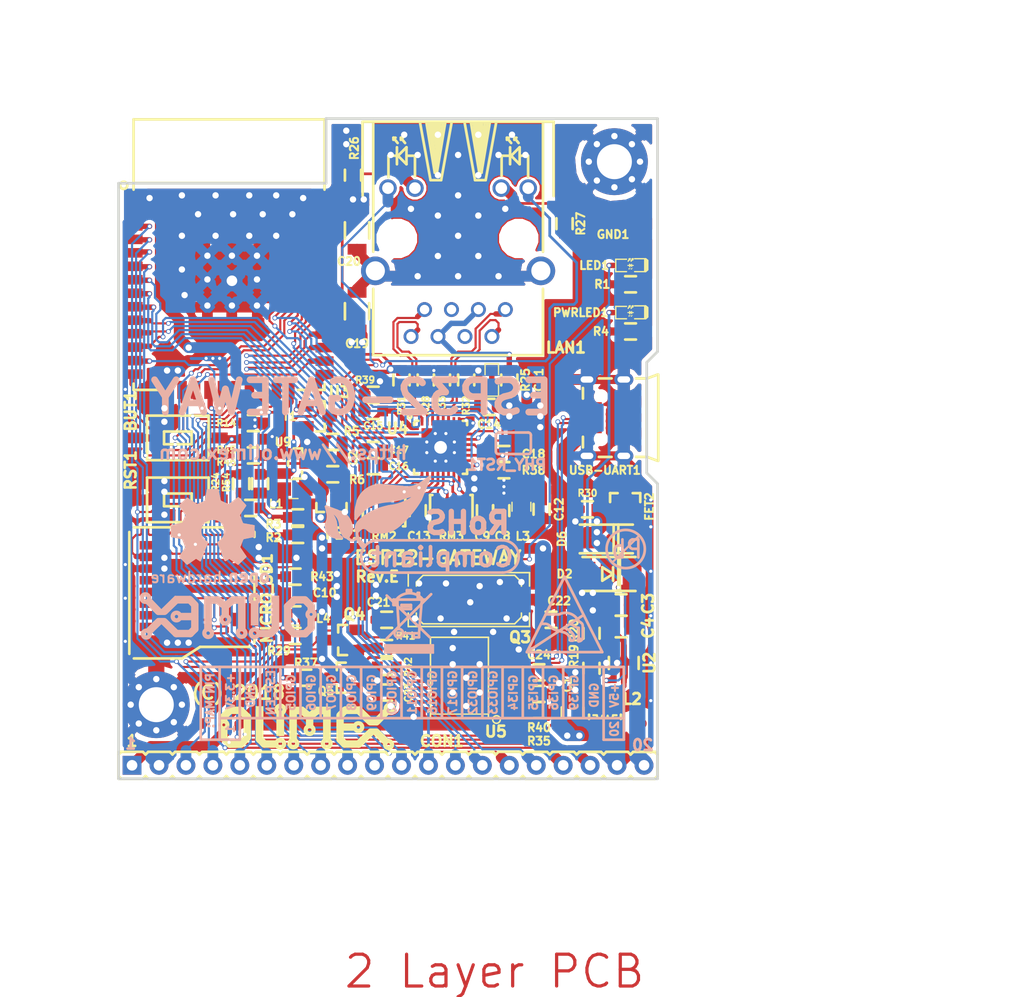
<source format=kicad_pcb>
(kicad_pcb (version 20171130) (host pcbnew 6.0.0-rc1-unknown-8de1209~84~ubuntu18.04.1)
  (title_block (title ESP32-GATEWAY) (date 2018-08-03) (rev E) (company "OLIMEX Ltd.") (comment 1 https://www.olimex.com))
  (layers (0 F.Cu mixed) (31 B.Cu mixed) (34 B.Paste user hide) (35 F.Paste user hide) (36 B.SilkS user) (37 F.SilkS user) (38 B.Mask user) (39 F.Mask user) (44 Edge.Cuts user))
  (net 0 "")
  (net 1 +5V)
  (net 2 GND)
  (net 3 "Net-(BUT1-Pad2)")
  (net 4 /GPI34/BUT1)
  (net 5 +3V3)
  (net 6 "Net-(C10-Pad1)")
  (net 7 "Net-(C11-Pad1)")
  (net 8 "Net-(C18-Pad2)")
  (net 9 /GPIO3/U0RXD)
  (net 10 /ESP_EN)
  (net 11 "/GPIO25/EMAC_RXD0(RMII)")
  (net 12 "/GPIO19/EMAC_TXD0(RMII)")
  (net 13 "/GPIO26/EMAC_RXD1(RMII)")
  (net 14 /GPIO9/SD_DATA2)
  (net 15 /GPIO8/SD_DATA1)
  (net 16 /GPIO6/SD_CLK)
  (net 17 /GPIO7/SD_DATA0)
  (net 18 /GPIO1/U0TXD)
  (net 19 /GPIO10/SD_DATA3)
  (net 20 /GPIO11/SD_CMD)
  (net 21 "Net-(L2-Pad1)")
  (net 22 "Net-(R19-Pad1)")
  (net 23 "Net-(R39-Pad1)")
  (net 24 /PHYAD0)
  (net 25 /PHYAD1)
  (net 26 /PHYAD2)
  (net 27 /RMIISEL)
  (net 28 /VDD1A-2A)
  (net 29 /VDDCR)
  (net 30 "/GPIO22/EMAC_TXD1(RMII)")
  (net 31 "/GPIO21/EMAC_TX_EN(RMII)")
  (net 32 "Net-(MICRO_SD1-Pad5)")
  (net 33 "Net-(LAN1-Pad1)")
  (net 34 "Net-(LAN1-Pad2)")
  (net 35 "Net-(LAN1-Pad7)")
  (net 36 "Net-(LAN1-Pad8)")
  (net 37 "Net-(LAN1-PadAG1)")
  (net 38 "Net-(LAN1-PadAY1)")
  (net 39 "Net-(LAN1-PadKG1)")
  (net 40 "Net-(LAN1-PadKY1)")
  (net 41 "Net-(C19-Pad1)")
  (net 42 "Net-(C21-Pad1)")
  (net 43 "Net-(C22-Pad1)")
  (net 44 "/GPIO23/MDC(RMII)")
  (net 45 /GPIO27/EMAC_RX_CRS_DV)
  (net 46 /GPIO2/HS2_DATA0)
  (net 47 /GPIO14/HS2_CLK)
  (net 48 /GPIO15/HS2_CMD)
  (net 49 "/GPIO18/MDIO(RMII)")
  (net 50 /+5V_USB)
  (net 51 "Net-(Q4-Pad2)")
  (net 52 "Net-(Q4-Pad1)")
  (net 53 "Net-(Q5-Pad2)")
  (net 54 "Net-(Q5-Pad1)")
  (net 55 "Net-(R35-Pad1)")
  (net 56 "Net-(R40-Pad1)")
  (net 57 "Net-(U3-Pad32)")
  (net 58 "Net-(U4-Pad4)")
  (net 59 "Net-(U4-Pad14)")
  (net 60 "Net-(U4-Pad18)")
  (net 61 "Net-(U4-Pad20)")
  (net 62 "Net-(U4-Pad26)")
  (net 63 "Net-(U5-Pad6)")
  (net 64 "Net-(U5-Pad7)")
  (net 65 "Net-(U5-Pad11)")
  (net 66 "Net-(U5-Pad12)")
  (net 67 "Net-(U5-Pad13)")
  (net 68 "Net-(U5-Pad14)")
  (net 69 "Net-(U5-Pad17)")
  (net 70 "Net-(USB-UART1-Pad4)")
  (net 71 "Net-(PWRLED1-Pad1)")
  (net 72 "Net-(Q5-Pad3)")
  (net 73 "Net-(MICRO_SD1-Pad7)")
  (net 74 /D_Com)
  (net 75 /GPI35)
  (net 76 +5V_EXT)
  (net 77 /GPIO16)
  (net 78 /GPI39)
  (net 79 /GPI36)
  (net 80 /GPIO4/HS2_DATA1)
  (net 81 /GPIO13/HS2_DATA3)
  (net 82 /GPIO12/HS2_DATA2)
  (net 83 /GPIO32)
  (net 84 "Net-(LED1-Pad1)")
  (net 85 /GPIO33/LED)
  (net 86 +3.3VLAN)
  (net 87 /GPIO17/EMAC_CLK_OUT_180)
  (net 88 /GPIO5/PHY_PWR)
  (net 89 /GPIO0)
  (net 90 "Net-(C2-Pad2)")
  (net 91 "Net-(R5-Pad2)")
  (module "OLIMEX_Buttons-FP:T1107A(6x3,8x2,5MM)" (layer F.Cu) (at 75.184 97.155 180)
    (fp_text reference BUT1 (at 4.445 2.54 270) (layer F.SilkS) (effects (font (size 1.016 1.016) (thickness 0.254))))
    (fp_text value "T1107A(6x3,8x2,5MM)")
    (pad 2 smd rect (at 3.937 0 270) (size 1.016 1.524) (layers F.Cu F.Paste F.Mask) (net 3 "Net-(BUT1-Pad2)") (clearance 0.0508))
    (pad 1 smd rect (at -3.937 0 270) (size 1.016 1.524) (layers F.Cu F.Paste F.Mask) (net 4 /GPI34/BUT1) (clearance 0.0508))
  )
  (module "OLIMEX_Buttons-FP:T1107A(6x3,8x2,5MM)" (layer F.Cu) (at 75.184 102.997 180)
    (fp_text reference RST1 (at 4.445 2.794 270) (layer F.SilkS) (effects (font (size 1.016 1.016) (thickness 0.254))))
    (fp_text value "T1107A(6x3,8x2,5MM)")
    (pad 2 smd rect (at 3.937 0 270) (size 1.016 1.524) (layers F.Cu F.Paste F.Mask) (net 2 GND) (clearance 0.0508))
    (pad 1 smd rect (at -3.937 0 270) (size 1.016 1.524) (layers F.Cu F.Paste F.Mask) (net 10 /ESP_EN) (clearance 0.0508))
  )
  (module OLIMEX_Cases-FP:ESP-WROOM-32_MODULE (layer F.Cu) (at 80.01 79.883)
    (fp_text reference U3 (at 10.414 12.954) (layer F.SilkS) (effects (font (size 1.016 1.016) (thickness 0.254))))
    (fp_text value ESP-WROOM-32)
    (pad 39 thru_hole circle (at -2.0404 4.7998) (size 1.3 1.3) (drill 0.6) (layers *.Cu *.Mask) (net 2 GND))
    (pad 39 thru_hole circle (at 0.271 2.463) (size 2 2) (drill 1) (layers *.Cu *.Mask) (net 2 GND))
    (pad 39 smd rect (at 0.3 2.45) (size 6 6) (layers F.Cu F.Mask) (net 2 GND))
    (pad 38 smd rect (at 9 -5.21) (size 1.7 0.9) (layers F.Cu F.Paste F.Mask) (net 2 GND))
    (pad 37 smd rect (at 9 -3.94) (size 1.7 0.9) (layers F.Cu F.Paste F.Mask) (net 44 "/GPIO23/MDC(RMII)"))
    (pad 36 smd rect (at 9 -2.67) (size 1.7 0.9) (layers F.Cu F.Paste F.Mask) (net 30 "/GPIO22/EMAC_TXD1(RMII)"))
    (pad 35 smd rect (at 9 -1.4) (size 1.7 0.9) (layers F.Cu F.Paste F.Mask) (net 18 /GPIO1/U0TXD))
    (pad 34 smd rect (at 9 -0.13) (size 1.7 0.9) (layers F.Cu F.Paste F.Mask) (net 9 /GPIO3/U0RXD))
    (pad 33 smd rect (at 9 1.14) (size 1.7 0.9) (layers F.Cu F.Paste F.Mask) (net 31 "/GPIO21/EMAC_TX_EN(RMII)"))
    (pad 32 smd rect (at 9 2.41) (size 1.7 0.9) (layers F.Cu F.Paste F.Mask) (net 57 "Net-(U3-Pad32)"))
    (pad 31 smd rect (at 9 3.68) (size 1.7 0.9) (layers F.Cu F.Paste F.Mask) (net 12 "/GPIO19/EMAC_TXD0(RMII)"))
    (pad 30 smd rect (at 9 4.95) (size 1.7 0.9) (layers F.Cu F.Paste F.Mask) (net 49 "/GPIO18/MDIO(RMII)"))
    (pad 29 smd rect (at 9 6.22) (size 1.7 0.9) (layers F.Cu F.Paste F.Mask) (net 88 /GPIO5/PHY_PWR))
    (pad 28 smd rect (at 9 7.49) (size 1.7 0.9) (layers F.Cu F.Paste F.Mask) (net 87 /GPIO17/EMAC_CLK_OUT_180))
    (pad 27 smd rect (at 9 8.76) (size 1.7 0.9) (layers F.Cu F.Paste F.Mask) (net 77 /GPIO16))
    (pad 26 smd rect (at 9 10.03) (size 1.7 0.9) (layers F.Cu F.Paste F.Mask) (net 80 /GPIO4/HS2_DATA1))
    (pad 25 smd rect (at 9 11.3) (size 1.7 0.9) (layers F.Cu F.Paste F.Mask) (net 89 /GPIO0))
    (pad 24 smd rect (at 5.73 12.75) (size 0.9 1.7) (layers F.Cu F.Paste F.Mask) (net 46 /GPIO2/HS2_DATA0))
    (pad 23 smd rect (at 4.46 12.75) (size 0.9 1.7) (layers F.Cu F.Paste F.Mask) (net 48 /GPIO15/HS2_CMD))
    (pad 22 smd rect (at 3.19 12.75) (size 0.9 1.7) (layers F.Cu F.Paste F.Mask) (net 15 /GPIO8/SD_DATA1))
    (pad 21 smd rect (at 1.92 12.75) (size 0.9 1.7) (layers F.Cu F.Paste F.Mask) (net 17 /GPIO7/SD_DATA0))
    (pad 20 smd rect (at 0.65 12.75) (size 0.9 1.7) (layers F.Cu F.Paste F.Mask) (net 16 /GPIO6/SD_CLK))
    (pad 19 smd rect (at -0.62 12.75) (size 0.9 1.7) (layers F.Cu F.Paste F.Mask) (net 20 /GPIO11/SD_CMD))
    (pad 18 smd rect (at -1.89 12.75) (size 0.9 1.7) (layers F.Cu F.Paste F.Mask) (net 19 /GPIO10/SD_DATA3))
    (pad 17 smd rect (at -3.16 12.75) (size 0.9 1.7) (layers F.Cu F.Paste F.Mask) (net 14 /GPIO9/SD_DATA2))
    (pad 16 smd rect (at -4.43 12.75) (size 0.9 1.7) (layers F.Cu F.Paste F.Mask) (net 81 /GPIO13/HS2_DATA3))
    (pad 15 smd rect (at -5.7 12.75) (size 0.9 1.7) (layers F.Cu F.Paste F.Mask) (net 2 GND))
    (pad 14 smd rect (at -9 11.26) (size 1.7 0.9) (layers F.Cu F.Paste F.Mask) (net 82 /GPIO12/HS2_DATA2))
    (pad 13 smd rect (at -9 9.99) (size 1.7 0.9) (layers F.Cu F.Paste F.Mask) (net 47 /GPIO14/HS2_CLK))
    (pad 12 smd rect (at -9 8.72) (size 1.7 0.9) (layers F.Cu F.Paste F.Mask) (net 45 /GPIO27/EMAC_RX_CRS_DV))
    (pad 11 smd rect (at -9 7.45) (size 1.7 0.9) (layers F.Cu F.Paste F.Mask) (net 13 "/GPIO26/EMAC_RXD1(RMII)"))
    (pad 10 smd rect (at -9 6.18) (size 1.7 0.9) (layers F.Cu F.Paste F.Mask) (net 11 "/GPIO25/EMAC_RXD0(RMII)"))
    (pad 9 smd rect (at -9 4.91) (size 1.7 0.9) (layers F.Cu F.Paste F.Mask) (net 85 /GPIO33/LED))
    (pad 8 smd rect (at -9 3.64) (size 1.7 0.9) (layers F.Cu F.Paste F.Mask) (net 83 /GPIO32))
    (pad 7 smd rect (at -9 2.37) (size 1.7 0.9) (layers F.Cu F.Paste F.Mask) (net 75 /GPI35))
    (pad 6 smd rect (at -9 1.1) (size 1.7 0.9) (layers F.Cu F.Paste F.Mask) (net 4 /GPI34/BUT1))
    (pad 5 smd rect (at -9 -0.17) (size 1.7 0.9) (layers F.Cu F.Paste F.Mask) (net 78 /GPI39))
    (pad 4 smd rect (at -9 -1.44) (size 1.7 0.9) (layers F.Cu F.Paste F.Mask) (net 79 /GPI36))
    (pad 3 smd rect (at -9 -2.71) (size 1.7 0.9) (layers F.Cu F.Paste F.Mask) (net 10 /ESP_EN))
    (pad 2 smd rect (at -9 -3.98) (size 1.7 0.9) (layers F.Cu F.Paste F.Mask) (net 5 +3V3))
    (pad 1 smd rect (at -9 -5.25) (size 1.7 0.9) (layers F.Cu F.Paste F.Mask) (net 2 GND))
    (pad 39 thru_hole circle (at 2.6332 4.7998) (size 1.3 1.3) (drill 0.6) (layers *.Cu *.Mask) (net 2 GND))
    (pad 39 thru_hole circle (at -2.0404 0.1008) (size 1.3 1.3) (drill 0.6) (layers *.Cu *.Mask) (net 2 GND))
    (pad 39 thru_hole circle (at 2.6332 0.1008) (size 1.3 1.3) (drill 0.6) (layers *.Cu *.Mask) (net 2 GND))
    (pad 39 thru_hole circle (at 0.271 0.1008) (size 1.3 1.3) (drill 0.6) (layers *.Cu *.Mask) (net 2 GND))
    (pad 39 thru_hole circle (at 0.271 4.7998) (size 1.3 1.3) (drill 0.6) (layers *.Cu *.Mask) (net 2 GND))
    (pad 39 thru_hole circle (at -2.0404 2.336) (size 1.3 1.3) (drill 0.6) (layers *.Cu *.Mask) (net 2 GND))
    (pad 39 thru_hole circle (at 2.6332 2.336) (size 1.3 1.3) (drill 0.6) (layers *.Cu *.Mask) (net 2 GND))
  )
  (module OLIMEX_Crystal-FP:Q_49U3HMS (layer F.Cu) (at 102.616 112.395)
    (fp_text reference Q3 (at 4.826 3.556 180) (layer F.SilkS) (effects (font (size 1.016 1.016) (thickness 0.254))))
    (fp_text value "Q12MHz/20pF/30ppm/2P/HC-49SM(SMD)")
    (pad 1 smd rect (at -4.699 0) (size 4.826 1.1) (layers F.Cu F.Paste F.Mask) (net 42 "Net-(C21-Pad1)") (clearance 0.0508))
    (pad 2 smd rect (at 4.699 0) (size 4.826 1.1) (layers F.Cu F.Paste F.Mask) (net 43 "Net-(C22-Pad1)") (clearance 0.0508))
  )
  (module OLIMEX_RLC-FP:R_MATRIX_4 (layer F.Cu) (at 94.615 104.013)
    (fp_text reference RM2 (at 0 2.413) (layer F.SilkS) (effects (font (size 0.762 0.762) (thickness 0.1905))))
    (fp_text value "RA1206_(4X0603)_4B8_2.2k")
    (pad 3.1 smd rect (at 0.381 0.762) (size 0.381 1.016) (layers F.Cu F.Paste F.Mask) (net 86 +3.3VLAN) (clearance 0.0508))
    (pad 2.1 smd rect (at -0.381 0.762) (size 0.381 1.016) (layers F.Cu F.Paste F.Mask) (net 2 GND) (clearance 0.0508))
    (pad 3.2 smd rect (at 0.381 -0.762) (size 0.381 1.016) (layers F.Cu F.Paste F.Mask) (net 27 /RMIISEL) (clearance 0.0508))
    (pad 2.2 smd rect (at -0.381 -0.762) (size 0.381 1.016) (layers F.Cu F.Paste F.Mask) (net 26 /PHYAD2) (clearance 0.0508))
    (pad 4.1 smd rect (at 1.27 0.762) (size 0.635 1.016) (layers F.Cu F.Paste F.Mask) (net 86 +3.3VLAN) (clearance 0.0508))
    (pad 4.2 smd rect (at 1.27 -0.762) (size 0.635 1.016) (layers F.Cu F.Paste F.Mask) (net 13 "/GPIO26/EMAC_RXD1(RMII)") (clearance 0.0508))
    (pad 1.1 smd rect (at -1.27 0.762) (size 0.635 1.016) (layers F.Cu F.Paste F.Mask) (net 2 GND) (clearance 0.0508))
    (pad 1.2 smd rect (at -1.27 -0.762) (size 0.635 1.016) (layers F.Cu F.Paste F.Mask) (net 25 /PHYAD1) (clearance 0.0508))
  )
  (module OLIMEX_RLC-FP:R_MATRIX_4 (layer F.Cu) (at 100.965 104.013 180)
    (fp_text reference RM3 (at 0 -2.413 180) (layer F.SilkS) (effects (font (size 0.762 0.762) (thickness 0.1905))))
    (fp_text value "RA1206_(4X0603)_4B8_2.2k")
    (pad 3.1 smd rect (at 0.381 0.762 180) (size 0.381 1.016) (layers F.Cu F.Paste F.Mask) (net 11 "/GPIO25/EMAC_RXD0(RMII)") (clearance 0.0508))
    (pad 2.1 smd rect (at -0.381 0.762 180) (size 0.381 1.016) (layers F.Cu F.Paste F.Mask) (net 45 /GPIO27/EMAC_RX_CRS_DV) (clearance 0.0508))
    (pad 3.2 smd rect (at 0.381 -0.762 180) (size 0.381 1.016) (layers F.Cu F.Paste F.Mask) (net 86 +3.3VLAN) (clearance 0.0508))
    (pad 2.2 smd rect (at -0.381 -0.762 180) (size 0.381 1.016) (layers F.Cu F.Paste F.Mask) (net 86 +3.3VLAN) (clearance 0.0508))
    (pad 4.1 smd rect (at 1.27 0.762 180) (size 0.635 1.016) (layers F.Cu F.Paste F.Mask) (net 24 /PHYAD0) (clearance 0.0508))
    (pad 4.2 smd rect (at 1.27 -0.762 180) (size 0.635 1.016) (layers F.Cu F.Paste F.Mask) (net 2 GND) (clearance 0.0508))
    (pad 1.1 smd rect (at -1.27 0.762 180) (size 0.635 1.016) (layers F.Cu F.Paste F.Mask) (net 49 "/GPIO18/MDIO(RMII)") (clearance 0.0508))
    (pad 1.2 smd rect (at -1.27 -0.762 180) (size 0.635 1.016) (layers F.Cu F.Paste F.Mask) (net 86 +3.3VLAN) (clearance 0.0508))
  )
  (module OLIMEX_RLC-FP:L_0805_5MIL_DWS (layer F.Cu) (at 107.569 103.632 90)
    (fp_text reference L3 (at -2.794 0.127 180) (layer F.SilkS) (effects (font (size 0.762 0.762) (thickness 0.1905))))
    (fp_text value FB0805/600R/2A)
    (pad 1 smd rect (at -1.016 0 90) (size 1.524 1.27) (layers F.Cu F.Paste F.Mask) (net 86 +3.3VLAN) (clearance 0.0508))
    (pad 2 smd rect (at 1.016 0 90) (size 1.524 1.27) (layers F.Cu F.Paste F.Mask) (net 28 /VDD1A-2A) (clearance 0.0508))
  )
  (module OLIMEX_Transistors-FP:SOT23 (layer F.Cu) (at 117.348 102.997 270)
    (fp_text reference FET2 (at 0.635 -2.286 270) (layer F.SilkS) (effects (font (size 0.762 0.762) (thickness 0.1905))))
    (fp_text value WPM2015-3/TR)
    (pad 1 smd rect (at 1.10744 0.94996 270) (size 1.4 1) (layers F.Cu F.Paste F.Mask) (net 76 +5V_EXT) (clearance 0.0508))
    (pad 2 smd rect (at 1.10744 -0.9525 270) (size 1.4 1) (layers F.Cu F.Paste F.Mask) (net 1 +5V) (clearance 0.0508))
    (pad 3 smd rect (at -1.10236 0.00254 270) (size 1.4 1) (layers F.Cu F.Paste F.Mask) (net 50 /+5V_USB) (clearance 0.0508))
  )
  (module OLIMEX_Regulators-FP:SOT-23-5 (layer F.Cu) (at 117.221 118.364 270)
    (fp_text reference U2 (at 0 -2.413 270) (layer F.SilkS) (effects (font (size 1.016 1.016) (thickness 0.254))))
    (fp_text value "SY8089AAAC(SOT23-5)")
    (pad 1 smd rect (at 1.3 0.95 270) (size 1.2 0.55) (layers F.Cu F.Paste F.Mask) (net 1 +5V) (clearance 0.0508))
    (pad 2 smd rect (at 1.3 0 270) (size 1.2 0.55) (layers F.Cu F.Paste F.Mask) (net 2 GND) (clearance 0.0508))
    (pad 3 smd rect (at 1.3 -0.95 270) (size 1.2 0.55) (layers F.Cu F.Paste F.Mask) (net 21 "Net-(L2-Pad1)") (clearance 0.0508))
    (pad 5 smd rect (at -1.3 0.95 270) (size 1.2 0.55) (layers F.Cu F.Paste F.Mask) (net 22 "Net-(R19-Pad1)") (clearance 0.0508))
    (pad 4 smd rect (at -1.3 -0.95 270) (size 1.2 0.55) (layers F.Cu F.Paste F.Mask) (net 1 +5V) (clearance 0.0508))
  )
  (module OLIMEX_RLC-FP:CD32 (layer F.Cu) (at 115.443 123.444 270)
    (fp_text reference L2 (at -1.6764 -2.5654) (layer F.SilkS) (effects (font (size 1.016 1.016) (thickness 0.254))))
    (fp_text value 2.2uH/1.5A/DCR<0.1R/CD32)
    (pad 2 smd rect (at 1.2 0 90) (size 1.6 3) (layers F.Cu F.Paste F.Mask) (net 5 +3V3) (clearance 0.0508))
    (pad 1 smd rect (at -1.2 0 90) (size 1.6 3) (layers F.Cu F.Paste F.Mask) (net 21 "Net-(L2-Pad1)") (clearance 0.0508))
  )
  (module OLIMEX_Transistors-FP:SOT23 (layer F.Cu) (at 90.932 116.205)
    (fp_text reference Q4 (at 0.889 -2.413) (layer F.SilkS) (effects (font (size 1.016 1.016) (thickness 0.254))))
    (fp_text value "BC817-40(SOT23)")
    (pad 1 smd rect (at 1.10744 0.94996) (size 1.4 1) (layers F.Cu F.Paste F.Mask) (net 52 "Net-(Q4-Pad1)") (clearance 0.0508))
    (pad 2 smd rect (at 1.10744 -0.9525) (size 1.4 1) (layers F.Cu F.Paste F.Mask) (net 51 "Net-(Q4-Pad2)") (clearance 0.0508))
    (pad 3 smd rect (at -1.10236 0.00254) (size 1.4 1) (layers F.Cu F.Paste F.Mask) (net 10 /ESP_EN) (clearance 0.0508))
  )
  (module OLIMEX_Transistors-FP:SOT23 (layer F.Cu) (at 90.805 119.761)
    (fp_text reference Q5 (at -1.651 1.27) (layer F.SilkS) (effects (font (size 0.762 0.762) (thickness 0.1905))))
    (fp_text value "BC817-40(SOT23)")
    (pad 1 smd rect (at 1.10744 0.94996) (size 1.4 1) (layers F.Cu F.Paste F.Mask) (net 54 "Net-(Q5-Pad1)") (clearance 0.0508))
    (pad 2 smd rect (at 1.10744 -0.9525) (size 1.4 1) (layers F.Cu F.Paste F.Mask) (net 53 "Net-(Q5-Pad2)") (clearance 0.0508))
    (pad 3 smd rect (at -1.10236 0.00254) (size 1.4 1) (layers F.Cu F.Paste F.Mask) (net 72 "Net-(Q5-Pad3)") (clearance 0.0508))
  )
  (module OLIMEX_RLC-FP:L_0805_5MIL_DWS (layer F.Cu) (at 86.233 113.919 180)
    (fp_text reference L4 (at -2.667 -0.254 180) (layer F.SilkS) (effects (font (size 0.762 0.762) (thickness 0.1905))))
    (fp_text value FB0805/600R/2A)
    (pad 1 smd rect (at -1.016 0 180) (size 1.524 1.27) (layers F.Cu F.Paste F.Mask) (net 5 +3V3) (clearance 0.0508))
    (pad 2 smd rect (at 1.016 0 180) (size 1.524 1.27) (layers F.Cu F.Paste F.Mask) (net 6 "Net-(C10-Pad1)") (clearance 0.0508))
  )
  (module OLIMEX_IC-FP:SSOP-20W (layer F.Cu) (at 101.727 119.761 90)
    (fp_text reference U5 (at -5.08 3.429 180) (layer F.SilkS) (effects (font (size 1.016 1.016) (thickness 0.254))))
    (fp_text value "CH340T(SSOP20W)")
    (pad 1 smd rect (at -2.925 3.6195 90) (size 0.325 1.27) (layers F.Cu F.Paste F.Mask))
    (pad 2 smd rect (at -2.275 3.6195 90) (size 0.325 1.27) (layers F.Cu F.Paste F.Mask))
    (pad 3 smd rect (at -1.625 3.6195 90) (size 0.325 1.27) (layers F.Cu F.Paste F.Mask) (net 55 "Net-(R35-Pad1)"))
    (pad 4 smd rect (at -0.975 3.6195 90) (size 0.325 1.27) (layers F.Cu F.Paste F.Mask) (net 56 "Net-(R40-Pad1)"))
    (pad 5 smd rect (at -0.325 3.6195 90) (size 0.325 1.27) (layers F.Cu F.Paste F.Mask) (net 5 +3V3))
    (pad 6 smd rect (at 0.325 3.6195 90) (size 0.325 1.27) (layers F.Cu F.Paste F.Mask) (net 63 "Net-(U5-Pad6)"))
    (pad 7 smd rect (at 0.975 3.6195 90) (size 0.325 1.27) (layers F.Cu F.Paste F.Mask) (net 64 "Net-(U5-Pad7)"))
    (pad 8 smd rect (at 1.625 3.6195 90) (size 0.325 1.27) (layers F.Cu F.Paste F.Mask) (net 2 GND))
    (pad 9 smd rect (at 2.275 3.6195 90) (size 0.325 1.27) (layers F.Cu F.Paste F.Mask) (net 42 "Net-(C21-Pad1)"))
    (pad 10 smd rect (at 2.925 3.6195 90) (size 0.325 1.27) (layers F.Cu F.Paste F.Mask) (net 43 "Net-(C22-Pad1)"))
    (pad 11 smd rect (at 2.925 -3.6195 90) (size 0.325 1.27) (layers F.Cu F.Paste F.Mask) (net 65 "Net-(U5-Pad11)"))
    (pad 12 smd rect (at 2.275 -3.6195 90) (size 0.325 1.27) (layers F.Cu F.Paste F.Mask) (net 66 "Net-(U5-Pad12)"))
    (pad 13 smd rect (at 1.625 -3.6195 90) (size 0.325 1.27) (layers F.Cu F.Paste F.Mask) (net 67 "Net-(U5-Pad13)"))
    (pad 14 smd rect (at 0.975 -3.6195 90) (size 0.325 1.27) (layers F.Cu F.Paste F.Mask) (net 68 "Net-(U5-Pad14)"))
    (pad 15 smd rect (at 0.325 -3.6195 90) (size 0.325 1.27) (layers F.Cu F.Paste F.Mask) (net 53 "Net-(Q5-Pad2)"))
    (pad 16 smd rect (at -0.325 -3.6195 90) (size 0.325 1.27) (layers F.Cu F.Paste F.Mask) (net 51 "Net-(Q4-Pad2)"))
    (pad 17 smd rect (at -0.975 -3.6195 90) (size 0.325 1.27) (layers F.Cu F.Paste F.Mask) (net 69 "Net-(U5-Pad17)"))
    (pad 18 smd rect (at -1.625 -3.6195 90) (size 0.325 1.27) (layers F.Cu F.Paste F.Mask))
    (pad 19 smd rect (at -2.275 -3.6195 90) (size 0.325 1.27) (layers F.Cu F.Paste F.Mask) (net 5 +3V3))
    (pad 20 smd rect (at -2.925 -3.6195 90) (size 0.325 1.27) (layers F.Cu F.Paste F.Mask) (net 2 GND))
  )
  (module OLIMEX_Other-FP:Fiducial1x3 (layer F.Cu) (at 118.872 124.079)
    (fp_text reference "" (at 0 3) (layer F.SilkS))
    (fp_text value "")
    (pad Fid1 connect circle (at 0 0) (size 1 1) (layers F.Cu F.Mask) (clearance 1.016))
  )
  (module OLIMEX_Other-FP:Mounting_hole_Shield_3.3mm (layer F.Cu) (at 116.332 71.12)
    (fp_text reference MH2 hide)
    (fp_text value Mounting_hole_Shield_3.3mm hide)
    (pad GND1 thru_hole circle (at -2.413 0) (size 1.2 1.2) (drill 0.6) (layers *.Cu *.Mask) (net 2 GND))
    (pad GND1 thru_hole circle (at 2.413 0) (size 1.2 1.2) (drill 0.6) (layers *.Cu *.Mask) (net 2 GND))
    (pad GND1 thru_hole circle (at 1.651 1.651) (size 1.2 1.2) (drill 0.6) (layers *.Cu *.Mask) (net 2 GND))
    (pad GND1 thru_hole circle (at -1.651 1.778) (size 1.2 1.2) (drill 0.6) (layers *.Cu *.Mask) (net 2 GND))
    (pad GND1 thru_hole circle (at 1.651 -1.651) (size 1.2 1.2) (drill 0.6) (layers *.Cu *.Mask) (net 2 GND))
    (pad GND1 thru_hole circle (at -1.651 -1.651) (size 1.2 1.2) (drill 0.6) (layers *.Cu *.Mask) (net 2 GND))
    (pad GND1 thru_hole circle (at 0 2.413) (size 1.2 1.2) (drill 0.6) (layers *.Cu *.Mask) (net 2 GND))
    (pad GND1 thru_hole circle (at 0 -2.413) (size 1.2 1.2) (drill 0.6) (layers *.Cu *.Mask) (net 2 GND))
    (pad GND1 thru_hole circle (at 0 0) (size 6.3 6.3) (drill 3.3) (layers *.Cu *.Mask) (net 2 GND))
  )
  (module OLIMEX_Other-FP:Mounting_hole_Shield_3.3mm (layer F.Cu) (at 73.152 122.301)
    (fp_text reference MH1 hide)
    (fp_text value Mounting_hole_Shield_3.3mm hide)
    (pad GND1 thru_hole circle (at -2.413 0) (size 1.2 1.2) (drill 0.6) (layers *.Cu *.Mask) (net 2 GND))
    (pad GND1 thru_hole circle (at 2.413 0) (size 1.2 1.2) (drill 0.6) (layers *.Cu *.Mask) (net 2 GND))
    (pad GND1 thru_hole circle (at 1.651 1.651) (size 1.2 1.2) (drill 0.6) (layers *.Cu *.Mask) (net 2 GND))
    (pad GND1 thru_hole circle (at -1.651 1.778) (size 1.2 1.2) (drill 0.6) (layers *.Cu *.Mask) (net 2 GND))
    (pad GND1 thru_hole circle (at 1.651 -1.651) (size 1.2 1.2) (drill 0.6) (layers *.Cu *.Mask) (net 2 GND))
    (pad GND1 thru_hole circle (at -1.651 -1.651) (size 1.2 1.2) (drill 0.6) (layers *.Cu *.Mask) (net 2 GND))
    (pad GND1 thru_hole circle (at 0 2.413) (size 1.2 1.2) (drill 0.6) (layers *.Cu *.Mask) (net 2 GND))
    (pad GND1 thru_hole circle (at 0 -2.413) (size 1.2 1.2) (drill 0.6) (layers *.Cu *.Mask) (net 2 GND))
    (pad GND1 thru_hole circle (at 0 0) (size 6.3 6.3) (drill 3.3) (layers *.Cu *.Mask) (net 2 GND))
  )
  (module "OLIMEX_IC-FP:QFN32_EP(33)_5.00x5.00x0.90mm_Pitch_0.50mm" (layer F.Cu) (at 99.949 98.044 270)
    (fp_text reference U4 (at -1.778 4.064 180) (layer F.SilkS) (effects (font (size 1.016 1.016) (thickness 0.254))))
    (fp_text value "LAN8710A-EZC(QFN32)")
    (pad 33 smd rect (at 0 0 270) (size 3.6 3.6) (layers F.Cu F.Mask) (net 2 GND))
    (pad 33 thru_hole rect (at -0.5 -1.3 270) (size 0.4 0.4) (drill 0.3) (layers *.Cu F.Mask) (net 2 GND))
    (pad 33 thru_hole rect (at 0.5 -1.3 270) (size 0.4 0.4) (drill 0.3) (layers *.Cu F.Mask) (net 2 GND))
    (pad 33 thru_hole rect (at 1.3 -0.5 270) (size 0.4 0.4) (drill 0.29972) (layers *.Cu F.Mask) (net 2 GND))
    (pad 33 thru_hole rect (at 1.3 0.5 270) (size 0.4 0.4) (drill 0.3) (layers *.Cu F.Mask) (net 2 GND))
    (pad 33 thru_hole rect (at 0.5 1.3 270) (size 0.4 0.4) (drill 0.3) (layers *.Cu F.Mask) (net 2 GND))
    (pad 33 thru_hole rect (at -0.5 1.3 270) (size 0.4 0.4) (drill 0.3) (layers *.Cu F.Mask) (net 2 GND))
    (pad 33 thru_hole rect (at -1.3 0.5 270) (size 0.4 0.4) (drill 0.3) (layers *.Cu F.Mask) (net 2 GND))
    (pad 33 thru_hole rect (at -1.3 -0.5 270) (size 0.4 0.4) (drill 0.3) (layers *.Cu F.Mask) (net 2 GND))
    (pad 33 thru_hole rect (at 0 0 270) (size 1.4224 1.4224) (drill 1.2) (layers *.Cu *.Mask) (net 2 GND))
    (pad 32 smd rect (at -2.45 1.75 270) (size 0.8 0.25) (layers F.Cu F.Paste F.Mask) (net 23 "Net-(R39-Pad1)"))
    (pad 31 smd rect (at -2.45 1.25 270) (size 0.8 0.25) (layers F.Cu F.Paste F.Mask) (net 35 "Net-(LAN1-Pad7)"))
    (pad 30 smd rect (at -2.45 0.75 270) (size 0.8 0.25) (layers F.Cu F.Paste F.Mask) (net 36 "Net-(LAN1-Pad8)"))
    (pad 29 smd rect (at -2.45 0.25 270) (size 0.8 0.25) (layers F.Cu F.Paste F.Mask) (net 33 "Net-(LAN1-Pad1)"))
    (pad 28 smd rect (at -2.45 -0.25 270) (size 0.8 0.25) (layers F.Cu F.Paste F.Mask) (net 34 "Net-(LAN1-Pad2)"))
    (pad 27 smd rect (at -2.45 -0.75 270) (size 0.8 0.25) (layers F.Cu F.Paste F.Mask) (net 28 /VDD1A-2A))
    (pad 26 smd rect (at -2.45 -1.25 270) (size 0.8 0.25) (layers F.Cu F.Paste F.Mask) (net 62 "Net-(U4-Pad26)"))
    (pad 25 smd rect (at -2.45 -1.75 270) (size 0.8 0.25) (layers F.Cu F.Paste F.Mask) (net 2 GND))
    (pad 24 smd rect (at -1.75 -2.45 180) (size 0.8 0.25) (layers F.Cu F.Paste F.Mask) (net 2 GND))
    (pad 23 smd rect (at -1.25 -2.45 180) (size 0.8 0.25) (layers F.Cu F.Paste F.Mask) (net 30 "/GPIO22/EMAC_TXD1(RMII)"))
    (pad 22 smd rect (at -0.75 -2.45 180) (size 0.8 0.25) (layers F.Cu F.Paste F.Mask) (net 12 "/GPIO19/EMAC_TXD0(RMII)"))
    (pad 21 smd rect (at -0.25 -2.45 180) (size 0.8 0.25) (layers F.Cu F.Paste F.Mask) (net 31 "/GPIO21/EMAC_TX_EN(RMII)"))
    (pad 20 smd rect (at 0.25 -2.45 180) (size 0.8 0.25) (layers F.Cu F.Paste F.Mask) (net 61 "Net-(U4-Pad20)"))
    (pad 19 smd rect (at 0.75 -2.45 180) (size 0.8 0.25) (layers F.Cu F.Paste F.Mask) (net 8 "Net-(C18-Pad2)"))
    (pad 18 smd rect (at 1.25 -2.45 180) (size 0.8 0.25) (layers F.Cu F.Paste F.Mask) (net 60 "Net-(U4-Pad18)"))
    (pad 17 smd rect (at 1.75 -2.45 180) (size 0.8 0.25) (layers F.Cu F.Paste F.Mask) (net 44 "/GPIO23/MDC(RMII)"))
    (pad 16 smd rect (at 2.45 -1.75 90) (size 0.8 0.25) (layers F.Cu F.Paste F.Mask) (net 49 "/GPIO18/MDIO(RMII)"))
    (pad 15 smd rect (at 2.45 -1.25 90) (size 0.8 0.25) (layers F.Cu F.Paste F.Mask) (net 45 /GPIO27/EMAC_RX_CRS_DV))
    (pad 14 smd rect (at 2.45 -0.75 90) (size 0.8 0.25) (layers F.Cu F.Paste F.Mask) (net 59 "Net-(U4-Pad14)"))
    (pad 13 smd rect (at 2.45 -0.25 90) (size 0.8 0.25) (layers F.Cu F.Paste F.Mask) (net 24 /PHYAD0))
    (pad 12 smd rect (at 2.45 0.25 90) (size 0.8 0.25) (layers F.Cu F.Paste F.Mask) (net 86 +3.3VLAN))
    (pad 11 smd rect (at 2.45 0.75 90) (size 0.8 0.25) (layers F.Cu F.Paste F.Mask) (net 11 "/GPIO25/EMAC_RXD0(RMII)"))
    (pad 10 smd rect (at 2.45 1.25 90) (size 0.8 0.25) (layers F.Cu F.Paste F.Mask) (net 13 "/GPIO26/EMAC_RXD1(RMII)"))
    (pad 9 smd rect (at 2.45 1.75 90) (size 0.8 0.25) (layers F.Cu F.Paste F.Mask) (net 27 /RMIISEL))
    (pad 8 smd rect (at 1.75 2.45) (size 0.8 0.25) (layers F.Cu F.Paste F.Mask) (net 26 /PHYAD2))
    (pad 7 smd rect (at 1.25 2.45) (size 0.8 0.25) (layers F.Cu F.Paste F.Mask) (net 25 /PHYAD1))
    (pad 6 smd rect (at 0.75 2.45) (size 0.8 0.25) (layers F.Cu F.Paste F.Mask) (net 29 /VDDCR))
    (pad 5 smd rect (at 0.25 2.45) (size 0.8 0.25) (layers F.Cu F.Paste F.Mask) (net 87 /GPIO17/EMAC_CLK_OUT_180))
    (pad 4 smd rect (at -0.25 2.45) (size 0.8 0.25) (layers F.Cu F.Paste F.Mask) (net 58 "Net-(U4-Pad4)"))
    (pad 3 smd rect (at -0.75 2.45) (size 0.8 0.25) (layers F.Cu F.Paste F.Mask) (net 38 "Net-(LAN1-PadAY1)"))
    (pad 2 smd rect (at -1.25 2.45) (size 0.8 0.25) (layers F.Cu F.Paste F.Mask) (net 39 "Net-(LAN1-PadKG1)"))
    (pad 1 smd rect (at -1.75 2.45) (size 0.8 0.25) (layers F.Cu F.Paste F.Mask) (net 28 /VDD1A-2A))
  )
  (module OLIMEX_RLC-FP:0R_0603 (layer F.Cu) (at 104.775 91.694 90)
    (fp_text reference R25 (at 0 3.175 90) (layer F.SilkS) (effects (font (size 0.762 0.762) (thickness 0.1905))))
    (fp_text value "0R(board_mounted)")
    (fp_line (start -0.5 0) (end 0.5 0) (layer F.Cu) (width 0.508))
    (pad 1 smd rect (at -0.889 0 90) (size 1.016 1.016) (layers F.Cu F.Paste F.Mask) (net 28 /VDD1A-2A) (clearance 0.0508))
    (pad 2 smd rect (at 0.889 0 90) (size 1.016 1.016) (layers F.Cu F.Paste F.Mask) (net 7 "Net-(C11-Pad1)") (clearance 0.0508))
  )
  (module OLIMEX_Connectors-FP:TFC-WXCP11-08-LF (layer F.Cu) (at 76.327 111.125 180)
    (fp_text reference MICRO_SD1 (at -7.239 -1.143 270) (layer F.SilkS) (effects (font (size 1.016 1.016) (thickness 0.254))))
    (fp_text value TFC-WXCP11-08-LF)
    (pad SH2 smd rect (at -5.25 -3.15 270) (size 3.1 1.5) (layers F.Cu F.Paste F.Mask) (net 2 GND))
    (pad SH1 smd rect (at -5.25 2.91 270) (size 3.1 1.5) (layers F.Cu F.Paste F.Mask) (net 2 GND))
    (pad FID4 smd circle (at 5.72 5.54 270) (size 0.4 0.4) (layers F.Cu F.Mask))
    (pad FID3 smd circle (at -6.08 5.54 270) (size 0.4 0.4) (layers F.Cu F.Mask))
    (pad FID2 smd circle (at -6.08 -5.73 270) (size 0.4 0.4) (layers F.Cu F.Mask))
    (pad FID1 smd circle (at 5.72 -6.82 270) (size 0.4 0.4) (layers F.Cu F.Mask))
    (pad 8 smd rect (at 4 3.85 270) (size 0.8 1.5) (layers F.Cu F.Paste F.Mask) (net 80 /GPIO4/HS2_DATA1))
    (pad 7 smd rect (at 4 2.75 270) (size 0.8 1.5) (layers F.Cu F.Paste F.Mask) (net 73 "Net-(MICRO_SD1-Pad7)"))
    (pad 6 smd rect (at 4 1.65 270) (size 0.8 1.5) (layers F.Cu F.Paste F.Mask) (net 2 GND))
    (pad 5 smd rect (at 4 0.55 270) (size 0.8 1.5) (layers F.Cu F.Paste F.Mask) (net 32 "Net-(MICRO_SD1-Pad5)"))
    (pad 4 smd rect (at 4 -0.55 270) (size 0.8 1.5) (layers F.Cu F.Paste F.Mask) (net 6 "Net-(C10-Pad1)"))
    (pad 3 smd rect (at 4 -1.65 270) (size 0.8 1.5) (layers F.Cu F.Paste F.Mask) (net 48 /GPIO15/HS2_CMD))
    (pad 2 smd rect (at 4 -2.75 270) (size 0.8 1.5) (layers F.Cu F.Paste F.Mask) (net 81 /GPIO13/HS2_DATA3))
    (pad 1 smd rect (at 4 -3.85 270) (size 0.8 1.5) (layers F.Cu F.Paste F.Mask) (net 82 /GPIO12/HS2_DATA2))
  )
  (module OLIMEX_Connectors-FP:RJLBC-060TC1 (layer F.Cu) (at 101.6 78.359 180)
    (fp_text reference LAN1 (at -10.16 -10.287 180) (layer F.SilkS) (effects (font (size 1.016 1.016) (thickness 0.254))))
    (fp_text value "RJLD-060TC1(LPJ4013EDNL)")
    (pad "" np_thru_hole circle (at 5.715 0 180) (size 3.2 3.2) (drill 3.2) (layers *.Cu *.Mask))
    (pad "" np_thru_hole circle (at -5.715 0 180) (size 3.2 3.2) (drill 3.2) (layers *.Cu *.Mask))
    (pad KY1 thru_hole circle (at -4.07 4.7485 180) (size 1.65 1.65) (drill 1.1) (layers *.Cu *.Mask) (net 40 "Net-(LAN1-PadKY1)"))
    (pad KG1 thru_hole circle (at 6.61 4.7485 180) (size 1.65 1.65) (drill 1.1) (layers *.Cu *.Mask) (net 39 "Net-(LAN1-PadKG1)"))
    (pad GND2 thru_hole circle (at 7.8 -3.05 180) (size 2.7 2.7) (drill 1.8) (layers *.Cu *.Mask) (net 41 "Net-(C19-Pad1)"))
    (pad GND1 thru_hole circle (at -7.8 -3.05 180) (size 2.7 2.7) (drill 1.8) (layers *.Cu *.Mask) (net 41 "Net-(C19-Pad1)"))
    (pad AY1 thru_hole circle (at -6.61 4.7485 180) (size 1.65 1.65) (drill 1.1) (layers *.Cu *.Mask) (net 38 "Net-(LAN1-PadAY1)"))
    (pad AG1 thru_hole circle (at 4.07 4.7485 180) (size 1.65 1.65) (drill 1.1) (layers *.Cu *.Mask) (net 37 "Net-(LAN1-PadAG1)"))
    (pad 8 thru_hole circle (at 4.435 -9.24 180) (size 1.41 1.41) (drill 0.9) (layers *.Cu *.Mask) (net 36 "Net-(LAN1-Pad8)"))
    (pad 7 thru_hole circle (at 3.165 -6.7 180) (size 1.41 1.41) (drill 0.9) (layers *.Cu *.Mask) (net 35 "Net-(LAN1-Pad7)"))
    (pad 6 thru_hole circle (at 1.895 -9.24 180) (size 1.41 1.41) (drill 0.9) (layers *.Cu *.Mask) (net 7 "Net-(C11-Pad1)"))
    (pad 5 thru_hole circle (at 0.625 -6.7 180) (size 1.41 1.41) (drill 0.9) (layers *.Cu *.Mask))
    (pad 4 thru_hole circle (at -0.645 -9.24 180) (size 1.41 1.41) (drill 0.9) (layers *.Cu *.Mask))
    (pad 3 thru_hole circle (at -1.915 -6.7 180) (size 1.41 1.41) (drill 0.9) (layers *.Cu *.Mask) (net 7 "Net-(C11-Pad1)"))
    (pad 2 thru_hole circle (at -3.185 -9.24 180) (size 1.41 1.41) (drill 0.9) (layers *.Cu *.Mask) (net 34 "Net-(LAN1-Pad2)"))
    (pad 1 thru_hole circle (at -4.455 -6.7 180) (size 1.41 1.41) (drill 0.9) (layers *.Cu *.Mask) (net 33 "Net-(LAN1-Pad1)"))
  )
  (module OLIMEX_Jumpers-FP:SJ (layer B.Cu) (at 106.807 97.663 180)
    (fp_text reference PHY_RST1 (at 0.635 -2.032 180) (layer B.SilkS) (effects (font (size 1.016 1.016) (thickness 0.254)) (justify mirror)))
    (fp_text value Opened)
    (pad 2 smd rect (at 0.762 0 180) (size 1.1684 1.6002) (layers B.Cu B.Mask) (net 8 "Net-(C18-Pad2)") (clearance 0.0508))
    (pad 1 smd rect (at -0.762 0 180) (size 1.1684 1.6002) (layers B.Cu B.Mask) (net 2 GND))
    (pad 1 smd rect (at -0.762 0 180) (size 1.1684 1.6002) (layers B.Cu B.Mask) (net 2 GND) (clearance 0.0508))
  )
  (module OLIMEX_RLC-FP:C_0805_5MIL_DWS (layer F.Cu) (at 112.395 123.063 90)
    (fp_text reference C1 (at 2.667 -0.508 90) (layer F.SilkS) (effects (font (size 0.762 0.762) (thickness 0.1905))))
    (fp_text value 47uF/6.3V/20%/X5R/C0805)
    (pad 2 smd rect (at 1.016 0 180) (size 1.524 1.27) (layers F.Cu F.Paste F.Mask) (net 2 GND))
    (pad 1 smd rect (at -1.016 0 180) (size 1.524 1.27) (layers F.Cu F.Paste F.Mask) (net 5 +3V3))
  )
  (module OLIMEX_RLC-FP:C_0603_5MIL_DWS (layer F.Cu) (at 105.664 104.013 90)
    (fp_text reference C8 (at -2.413 0.127 180) (layer F.SilkS) (effects (font (size 0.762 0.762) (thickness 0.1905))))
    (fp_text value 22uF/6.3V/20%/X5R/C0603)
    (pad 2 smd rect (at 0.889 0 90) (size 1.016 1.016) (layers F.Cu F.Paste F.Mask) (net 2 GND) (clearance 0.0508))
    (pad 1 smd rect (at -0.889 0 90) (size 1.016 1.016) (layers F.Cu F.Paste F.Mask) (net 86 +3.3VLAN) (clearance 0.0508))
  )
  (module OLIMEX_RLC-FP:C_0603_5MIL_DWS (layer F.Cu) (at 104.14 104.013 90)
    (fp_text reference C9 (at -2.413 -0.254 180) (layer F.SilkS) (effects (font (size 0.762 0.762) (thickness 0.1905))))
    (fp_text value 22uF/6.3V/20%/X5R/C0603)
    (pad 2 smd rect (at 0.889 0 90) (size 1.016 1.016) (layers F.Cu F.Paste F.Mask) (net 2 GND) (clearance 0.0508))
    (pad 1 smd rect (at -0.889 0 90) (size 1.016 1.016) (layers F.Cu F.Paste F.Mask) (net 86 +3.3VLAN) (clearance 0.0508))
  )
  (module OLIMEX_RLC-FP:C_0805_5MIL_DWS (layer F.Cu) (at 86.233 112.014)
    (fp_text reference C10 (at 2.794 -0.254) (layer F.SilkS) (effects (font (size 0.762 0.762) (thickness 0.1905))))
    (fp_text value 47uF/6.3V/20%/X5R/C0805)
    (pad 2 smd rect (at 1.016 0 90) (size 1.524 1.27) (layers F.Cu F.Paste F.Mask) (net 2 GND))
    (pad 1 smd rect (at -1.016 0 90) (size 1.524 1.27) (layers F.Cu F.Paste F.Mask) (net 6 "Net-(C10-Pad1)"))
  )
  (module OLIMEX_RLC-FP:C_0603_5MIL_DWS (layer F.Cu) (at 106.426 91.694 270)
    (fp_text reference C11 (at 0 -2.794 270) (layer F.SilkS) (effects (font (size 0.762 0.762) (thickness 0.1905))))
    (fp_text value 100nF/50V/20%/Y5V/C0603)
    (pad 2 smd rect (at 0.889 0 270) (size 1.016 1.016) (layers F.Cu F.Paste F.Mask) (net 2 GND) (clearance 0.0508))
    (pad 1 smd rect (at -0.889 0 270) (size 1.016 1.016) (layers F.Cu F.Paste F.Mask) (net 7 "Net-(C11-Pad1)") (clearance 0.0508))
  )
  (module OLIMEX_RLC-FP:C_0603_5MIL_DWS (layer F.Cu) (at 109.474 103.886 270)
    (fp_text reference C12 (at 0 -1.651 90) (layer F.SilkS) (effects (font (size 0.762 0.762) (thickness 0.1905))))
    (fp_text value 22uF/6.3V/20%/X5R/C0603)
    (pad 2 smd rect (at 0.889 0 270) (size 1.016 1.016) (layers F.Cu F.Paste F.Mask) (net 2 GND) (clearance 0.0508))
    (pad 1 smd rect (at -0.889 0 270) (size 1.016 1.016) (layers F.Cu F.Paste F.Mask) (net 28 /VDD1A-2A) (clearance 0.0508))
  )
  (module OLIMEX_RLC-FP:C_0603_5MIL_DWS (layer F.Cu) (at 97.79 104.013 270)
    (fp_text reference C13 (at 2.413 -0.127) (layer F.SilkS) (effects (font (size 0.762 0.762) (thickness 0.1905))))
    (fp_text value 100nF/50V/20%/Y5V/C0603)
    (pad 2 smd rect (at 0.889 0 270) (size 1.016 1.016) (layers F.Cu F.Paste F.Mask) (net 2 GND) (clearance 0.0508))
    (pad 1 smd rect (at -0.889 0 270) (size 1.016 1.016) (layers F.Cu F.Paste F.Mask) (net 86 +3.3VLAN) (clearance 0.0508))
  )
  (module OLIMEX_RLC-FP:C_0603_5MIL_DWS (layer F.Cu) (at 104.521 94.234)
    (fp_text reference C14 (at 0 1.651) (layer F.SilkS) (effects (font (size 0.762 0.762) (thickness 0.1905))))
    (fp_text value 100nF/50V/20%/Y5V/C0603)
    (pad 2 smd rect (at 0.889 0) (size 1.016 1.016) (layers F.Cu F.Paste F.Mask) (net 2 GND) (clearance 0.0508))
    (pad 1 smd rect (at -0.889 0) (size 1.016 1.016) (layers F.Cu F.Paste F.Mask) (net 28 /VDD1A-2A) (clearance 0.0508))
  )
  (module OLIMEX_RLC-FP:C_0603_5MIL_DWS (layer F.Cu) (at 93.599 94.615 180)
    (fp_text reference C15 (at 0 -1.397 180) (layer F.SilkS) (effects (font (size 0.635 0.635) (thickness 0.15875))))
    (fp_text value 100nF/50V/20%/Y5V/C0603)
    (pad 2 smd rect (at 0.889 0 180) (size 1.016 1.016) (layers F.Cu F.Paste F.Mask) (net 2 GND) (clearance 0.0508))
    (pad 1 smd rect (at -0.889 0 180) (size 1.016 1.016) (layers F.Cu F.Paste F.Mask) (net 28 /VDD1A-2A) (clearance 0.0508))
  )
  (module OLIMEX_RLC-FP:C_0603_5MIL_DWS (layer F.Cu) (at 93.599 99.822 180)
    (fp_text reference C16 (at -2.413 0 180) (layer F.SilkS) (effects (font (size 0.635 0.635) (thickness 0.15875))))
    (fp_text value 2.2uF/6.3V/10%/X5R/C0603)
    (pad 2 smd rect (at 0.889 0 180) (size 1.016 1.016) (layers F.Cu F.Paste F.Mask) (net 2 GND) (clearance 0.0508))
    (pad 1 smd rect (at -0.889 0 180) (size 1.016 1.016) (layers F.Cu F.Paste F.Mask) (net 29 /VDDCR) (clearance 0.0508))
  )
  (module OLIMEX_RLC-FP:C_0603_5MIL_DWS (layer F.Cu) (at 93.599 98.298 180)
    (fp_text reference C17 (at -2.413 0 180) (layer F.SilkS) (effects (font (size 0.635 0.635) (thickness 0.15875))))
    (fp_text value 100nF/50V/20%/Y5V/C0603)
    (pad 2 smd rect (at 0.889 0 180) (size 1.016 1.016) (layers F.Cu F.Paste F.Mask) (net 2 GND) (clearance 0.0508))
    (pad 1 smd rect (at -0.889 0 180) (size 1.016 1.016) (layers F.Cu F.Paste F.Mask) (net 29 /VDDCR) (clearance 0.0508))
  )
  (module OLIMEX_RLC-FP:C_0603_5MIL_DWS (layer F.Cu) (at 105.918 98.679 180)
    (fp_text reference C18 (at -2.794 0 180) (layer F.SilkS) (effects (font (size 0.762 0.762) (thickness 0.1905))))
    (fp_text value "NA(10uF/6.3V/20%/X5R/C0603)")
    (pad 2 smd rect (at 0.889 0 180) (size 1.016 1.016) (layers F.Cu F.Paste F.Mask) (net 8 "Net-(C18-Pad2)") (clearance 0.0508))
    (pad 1 smd rect (at -0.889 0 180) (size 1.016 1.016) (layers F.Cu F.Paste F.Mask) (net 2 GND) (clearance 0.0508))
  )
  (module OLIMEX_Other-FP:TESTPAD_40-ROUND (layer F.Cu) (at 118.872 77.978)
    (fp_text reference GND1 (at -2.667 0) (layer F.SilkS) (effects (font (size 0.762 0.762) (thickness 0.1905))))
    (fp_text value TESTPAD hide)
    (pad 1 smd circle (at 0 0) (size 1 1) (layers F.Cu F.Mask) (net 2 GND))
  )
  (module OLIMEX_LEDs-FP:LED_0603_KA (layer F.Cu) (at 117.856 85.344 180)
    (fp_text reference PWRLED1 (at 4.699 0 180) (layer F.SilkS) (effects (font (size 0.762 0.762) (thickness 0.1905))))
    (fp_text value LED/RED/0603)
    (pad 1 smd rect (at -0.762 0) (size 0.8 0.8) (layers F.Cu F.Paste F.Mask) (net 71 "Net-(PWRLED1-Pad1)"))
    (pad 2 smd rect (at 0.762 0) (size 0.8 0.8) (layers F.Cu F.Paste F.Mask) (net 1 +5V))
  )
  (module OLIMEX_RLC-FP:R_0603_5MIL_DWS (layer F.Cu) (at 82.296 95.758)
    (fp_text reference R14 (at -2.54 0) (layer F.SilkS) (effects (font (size 0.635 0.635) (thickness 0.15875))))
    (fp_text value 220R/R0603)
    (pad 2 smd rect (at 0.889 0) (size 1.016 1.016) (layers F.Cu F.Paste F.Mask) (net 2 GND))
    (pad 1 smd rect (at -0.889 0) (size 1.016 1.016) (layers F.Cu F.Paste F.Mask) (net 3 "Net-(BUT1-Pad2)"))
  )
  (module OLIMEX_RLC-FP:R_0603_5MIL_DWS (layer F.Cu) (at 82.042 103.759 180)
    (fp_text reference R16 (at 2.667 -0.635 180) (layer F.SilkS) (effects (font (size 0.635 0.635) (thickness 0.15875))))
    (fp_text value 220R/R0603)
    (pad 2 smd rect (at 0.889 0 180) (size 1.016 1.016) (layers F.Cu F.Paste F.Mask) (net 73 "Net-(MICRO_SD1-Pad7)"))
    (pad 1 smd rect (at -0.889 0 180) (size 1.016 1.016) (layers F.Cu F.Paste F.Mask) (net 46 /GPIO2/HS2_DATA0))
  )
  (module OLIMEX_RLC-FP:R_0603_5MIL_DWS (layer F.Cu) (at 81.153 101.473 90)
    (fp_text reference R24 (at 0.127 -2.413 90) (layer F.SilkS) (effects (font (size 0.635 0.635) (thickness 0.15875))))
    (fp_text value 1k/R0603)
    (pad 2 smd rect (at 0.889 0 90) (size 1.016 1.016) (layers F.Cu F.Paste F.Mask) (net 10 /ESP_EN))
    (pad 1 smd rect (at -0.889 0 90) (size 1.016 1.016) (layers F.Cu F.Paste F.Mask) (net 5 +3V3))
  )
  (module OLIMEX_RLC-FP:R_0603_5MIL_DWS (layer F.Cu) (at 91.694 72.39 90)
    (fp_text reference R26 (at 2.54 0.127 270) (layer F.SilkS) (effects (font (size 0.762 0.762) (thickness 0.1905))))
    (fp_text value 330R/R0603)
    (pad 2 smd rect (at 0.889 0 90) (size 1.016 1.016) (layers F.Cu F.Paste F.Mask) (net 37 "Net-(LAN1-PadAG1)"))
    (pad 1 smd rect (at -0.889 0 90) (size 1.016 1.016) (layers F.Cu F.Paste F.Mask) (net 28 /VDD1A-2A))
  )
  (module OLIMEX_RLC-FP:R_0603_5MIL_DWS (layer F.Cu) (at 111.633 76.962 270)
    (fp_text reference R27 (at 0 -1.524 270) (layer F.SilkS) (effects (font (size 0.762 0.762) (thickness 0.1905))))
    (fp_text value 330R/R0603)
    (pad 2 smd rect (at 0.889 0 270) (size 1.016 1.016) (layers F.Cu F.Paste F.Mask) (net 2 GND))
    (pad 1 smd rect (at -0.889 0 270) (size 1.016 1.016) (layers F.Cu F.Paste F.Mask) (net 40 "Net-(LAN1-PadKY1)"))
  )
  (module OLIMEX_RLC-FP:R_0603_5MIL_DWS (layer F.Cu) (at 98.552 91.694 270)
    (fp_text reference R28 (at 2.413 0 270) (layer F.SilkS) (effects (font (size 0.635 0.635) (thickness 0.15875))))
    (fp_text value 49.9R/1%/R0603)
    (pad 2 smd rect (at 0.889 0 270) (size 1.016 1.016) (layers F.Cu F.Paste F.Mask) (net 36 "Net-(LAN1-Pad8)"))
    (pad 1 smd rect (at -0.889 0 270) (size 1.016 1.016) (layers F.Cu F.Paste F.Mask) (net 28 /VDD1A-2A))
  )
  (module OLIMEX_RLC-FP:R_0603_5MIL_DWS (layer F.Cu) (at 86.233 115.824 180)
    (fp_text reference R29 (at 1.524 -1.397) (layer F.SilkS) (effects (font (size 0.762 0.762) (thickness 0.1905))))
    (fp_text value 10k/R0603)
    (pad 2 smd rect (at 0.889 0 180) (size 1.016 1.016) (layers F.Cu F.Paste F.Mask) (net 48 /GPIO15/HS2_CMD))
    (pad 1 smd rect (at -0.889 0 180) (size 1.016 1.016) (layers F.Cu F.Paste F.Mask) (net 5 +3V3))
  )
  (module OLIMEX_RLC-FP:R_0603_5MIL_DWS (layer F.Cu) (at 96.266 91.694 270)
    (fp_text reference R31 (at 2.413 0 270) (layer F.SilkS) (effects (font (size 0.635 0.635) (thickness 0.15875))))
    (fp_text value 49.9R/1%/R0603)
    (pad 2 smd rect (at 0.889 0 270) (size 1.016 1.016) (layers F.Cu F.Paste F.Mask) (net 35 "Net-(LAN1-Pad7)"))
    (pad 1 smd rect (at -0.889 0 270) (size 1.016 1.016) (layers F.Cu F.Paste F.Mask) (net 28 /VDD1A-2A))
  )
  (module OLIMEX_RLC-FP:R_0603_5MIL_DWS (layer F.Cu) (at 102.362 91.694 270)
    (fp_text reference R32 (at 2.413 0 270) (layer F.SilkS) (effects (font (size 0.635 0.635) (thickness 0.15875))))
    (fp_text value 49.9R/1%/R0603)
    (pad 2 smd rect (at 0.889 0 270) (size 1.016 1.016) (layers F.Cu F.Paste F.Mask) (net 34 "Net-(LAN1-Pad2)"))
    (pad 1 smd rect (at -0.889 0 270) (size 1.016 1.016) (layers F.Cu F.Paste F.Mask) (net 28 /VDD1A-2A))
  )
  (module OLIMEX_RLC-FP:R_0603_5MIL_DWS (layer F.Cu) (at 100.076 91.694 270)
    (fp_text reference R33 (at 2.413 0 270) (layer F.SilkS) (effects (font (size 0.635 0.635) (thickness 0.15875))))
    (fp_text value 49.9R/1%/R0603)
    (pad 2 smd rect (at 0.889 0 270) (size 1.016 1.016) (layers F.Cu F.Paste F.Mask) (net 33 "Net-(LAN1-Pad1)"))
    (pad 1 smd rect (at -0.889 0 270) (size 1.016 1.016) (layers F.Cu F.Paste F.Mask) (net 28 /VDD1A-2A))
  )
  (module OLIMEX_RLC-FP:R_0603_5MIL_DWS (layer F.Cu) (at 109.22 122.809)
    (fp_text reference R35 (at 0 2.921) (layer F.SilkS) (effects (font (size 0.762 0.762) (thickness 0.1905))))
    (fp_text value 220R/R0603)
    (pad 2 smd rect (at 0.889 0) (size 1.016 1.016) (layers F.Cu F.Paste F.Mask) (net 9 /GPIO3/U0RXD))
    (pad 1 smd rect (at -0.889 0) (size 1.016 1.016) (layers F.Cu F.Paste F.Mask) (net 55 "Net-(R35-Pad1)"))
  )
  (module OLIMEX_RLC-FP:R_0603_5MIL_DWS (layer F.Cu) (at 105.918 100.203)
    (fp_text reference R38 (at 2.794 0) (layer F.SilkS) (effects (font (size 0.762 0.762) (thickness 0.1905))))
    (fp_text value 10k/R0603)
    (pad 2 smd rect (at 0.889 0) (size 1.016 1.016) (layers F.Cu F.Paste F.Mask) (net 86 +3.3VLAN))
    (pad 1 smd rect (at -0.889 0) (size 1.016 1.016) (layers F.Cu F.Paste F.Mask) (net 8 "Net-(C18-Pad2)"))
  )
  (module OLIMEX_RLC-FP:R_0603_5MIL_DWS (layer F.Cu) (at 93.599 93.091 180)
    (fp_text reference R39 (at 0.762 1.397) (layer F.SilkS) (effects (font (size 0.635 0.635) (thickness 0.15875))))
    (fp_text value 12.1k/1%/R0603)
    (pad 2 smd rect (at 0.889 0 180) (size 1.016 1.016) (layers F.Cu F.Paste F.Mask) (net 2 GND))
    (pad 1 smd rect (at -0.889 0 180) (size 1.016 1.016) (layers F.Cu F.Paste F.Mask) (net 23 "Net-(R39-Pad1)"))
  )
  (module OLIMEX_RLC-FP:R_0603_5MIL_DWS (layer F.Cu) (at 109.22 121.285)
    (fp_text reference R40 (at 0 3.175) (layer F.SilkS) (effects (font (size 0.762 0.762) (thickness 0.1905))))
    (fp_text value 220R/R0603)
    (pad 2 smd rect (at 0.889 0) (size 1.016 1.016) (layers F.Cu F.Paste F.Mask) (net 18 /GPIO1/U0TXD))
    (pad 1 smd rect (at -0.889 0) (size 1.016 1.016) (layers F.Cu F.Paste F.Mask) (net 56 "Net-(R40-Pad1)"))
  )
  (module OLIMEX_RLC-FP:R_0603_5MIL_DWS (layer F.Cu) (at 94.869 116.967 180)
    (fp_text reference R41 (at -1.778 1.143 180) (layer F.SilkS) (effects (font (size 0.635 0.635) (thickness 0.15875))))
    (fp_text value 1k/R0603)
    (pad 2 smd rect (at 0.889 0 180) (size 1.016 1.016) (layers F.Cu F.Paste F.Mask) (net 52 "Net-(Q4-Pad1)"))
    (pad 1 smd rect (at -0.889 0 180) (size 1.016 1.016) (layers F.Cu F.Paste F.Mask) (net 53 "Net-(Q5-Pad2)"))
  )
  (module OLIMEX_RLC-FP:R_0603_5MIL_DWS (layer F.Cu) (at 86.233 110.236 180)
    (fp_text reference R43 (at -2.54 0 180) (layer F.SilkS) (effects (font (size 0.762 0.762) (thickness 0.1905))))
    (fp_text value 10R/R0603)
    (pad 2 smd rect (at 0.889 0 180) (size 1.016 1.016) (layers F.Cu F.Paste F.Mask) (net 32 "Net-(MICRO_SD1-Pad5)"))
    (pad 1 smd rect (at -0.889 0 180) (size 1.016 1.016) (layers F.Cu F.Paste F.Mask) (net 47 /GPIO14/HS2_CLK))
  )
  (module OLIMEX_RLC-FP:C_1206_5MIL_DWS_ISO (layer F.Cu) (at 92.075 85.217 270)
    (fp_text reference C19 (at 3.048 0) (layer F.SilkS) (effects (font (size 0.762 0.762) (thickness 0.1905))))
    (fp_text value 1nF/2000V/10%/X7R/C1206)
    (pad 2 smd rect (at 1.778 0 270) (size 1.016 1.778) (layers F.Cu F.Paste F.Mask) (net 2 GND))
    (pad 1 smd rect (at -1.778 0 270) (size 1.016 1.778) (layers F.Cu F.Paste F.Mask) (net 41 "Net-(C19-Pad1)"))
  )
  (module OLIMEX_RLC-FP:C_1206_5MIL_DWS_ISO (layer F.Cu) (at 92.075 77.597 90)
    (fp_text reference C20 (at -2.921 -0.762 180) (layer F.SilkS) (effects (font (size 0.762 0.762) (thickness 0.1905))))
    (fp_text value "NA(1nF/2000V/10%/X7R/C1206)")
    (pad 2 smd rect (at 1.778 0 90) (size 1.016 1.778) (layers F.Cu F.Paste F.Mask) (net 2 GND))
    (pad 1 smd rect (at -1.778 0 90) (size 1.016 1.778) (layers F.Cu F.Paste F.Mask) (net 41 "Net-(C19-Pad1)"))
  )
  (module OLIMEX_Other-FP:Fiducial1x3 (layer F.Cu) (at 77.47 124.079)
    (fp_text reference "" (at 0 3) (layer F.SilkS))
    (fp_text value "")
    (pad Fid1 connect circle (at 0 0) (size 1 1) (layers F.Cu F.Mask) (clearance 1.016))
  )
  (module OLIMEX_Other-FP:Fiducial1x3 (layer F.Cu) (at 118.872 75.057)
    (fp_text reference "" (at 0 3) (layer F.SilkS))
    (fp_text value "")
    (pad Fid1 connect circle (at 0 0) (size 1 1) (layers F.Cu F.Mask) (clearance 1.016))
  )
  (module OLIMEX_RLC-FP:C_0603_5MIL_DWS (layer F.Cu) (at 94.869 114.3 180)
    (fp_text reference C21 (at 0.762 1.651) (layer F.SilkS) (effects (font (size 0.762 0.762) (thickness 0.1905))))
    (fp_text value 27pF/50V/5%/C0G/C0603)
    (pad 2 smd rect (at 0.889 0 180) (size 1.016 1.016) (layers F.Cu F.Paste F.Mask) (net 2 GND) (clearance 0.0508))
    (pad 1 smd rect (at -0.889 0 180) (size 1.016 1.016) (layers F.Cu F.Paste F.Mask) (net 42 "Net-(C21-Pad1)") (clearance 0.0508))
  )
  (module OLIMEX_RLC-FP:C_0603_5MIL_DWS (layer F.Cu) (at 110.363 114.3)
    (fp_text reference C22 (at 0.762 -1.778) (layer F.SilkS) (effects (font (size 0.762 0.762) (thickness 0.1905))))
    (fp_text value 27pF/50V/5%/C0G/C0603)
    (pad 2 smd rect (at 0.889 0) (size 1.016 1.016) (layers F.Cu F.Paste F.Mask) (net 2 GND) (clearance 0.0508))
    (pad 1 smd rect (at -0.889 0) (size 1.016 1.016) (layers F.Cu F.Paste F.Mask) (net 43 "Net-(C22-Pad1)") (clearance 0.0508))
  )
  (module OLIMEX_RLC-FP:C_0603_5MIL_DWS (layer F.Cu) (at 94.869 121.158 180)
    (fp_text reference C23 (at -2.032 0 270) (layer F.SilkS) (effects (font (size 0.635 0.635) (thickness 0.15875))))
    (fp_text value 22uF/6.3V/20%/X5R/C0603)
    (pad 2 smd rect (at 0.889 0 180) (size 1.016 1.016) (layers F.Cu F.Paste F.Mask) (net 2 GND) (clearance 0.0508))
    (pad 1 smd rect (at -0.889 0 180) (size 1.016 1.016) (layers F.Cu F.Paste F.Mask) (net 5 +3V3) (clearance 0.0508))
  )
  (module OLIMEX_RLC-FP:C_0603_5MIL_DWS (layer F.Cu) (at 109.22 119.253)
    (fp_text reference C24 (at 0 -1.651) (layer F.SilkS) (effects (font (size 0.762 0.762) (thickness 0.1905))))
    (fp_text value 100nF/50V/20%/Y5V/C0603)
    (pad 2 smd rect (at 0.889 0) (size 1.016 1.016) (layers F.Cu F.Paste F.Mask) (net 2 GND) (clearance 0.0508))
    (pad 1 smd rect (at -0.889 0) (size 1.016 1.016) (layers F.Cu F.Paste F.Mask) (net 5 +3V3) (clearance 0.0508))
  )
  (module OLIMEX_Diodes-FP:SMA-KA (layer F.Cu) (at 115.57 106.68 180)
    (fp_text reference D6 (at 4.191 0 270) (layer F.SilkS) (effects (font (size 0.762 0.762) (thickness 0.1905))))
    (fp_text value 1N5822/SS34/SMA)
    (pad 2 smd rect (at 2.5 0 180) (size 2 1.7) (layers F.Cu F.Paste F.Mask) (net 76 +5V_EXT))
    (pad 1 smd rect (at -2.5 0 180) (size 2 1.7) (layers F.Cu F.Paste F.Mask) (net 1 +5V))
  )
  (module OLIMEX_RLC-FP:R_0603_5MIL_DWS (layer F.Cu) (at 113.792 103.886 180)
    (fp_text reference R30 (at 0 1.524 180) (layer F.SilkS) (effects (font (size 0.635 0.635) (thickness 0.15875))))
    (fp_text value 10k/R0603)
    (pad 2 smd rect (at 0.889 0 180) (size 1.016 1.016) (layers F.Cu F.Paste F.Mask) (net 2 GND))
    (pad 1 smd rect (at -0.889 0 180) (size 1.016 1.016) (layers F.Cu F.Paste F.Mask) (net 76 +5V_EXT))
  )
  (module OLIMEX_RLC-FP:R_0603_5MIL_DWS (layer F.Cu) (at 94.869 118.745 180)
    (fp_text reference R42 (at -2.032 0 90) (layer F.SilkS) (effects (font (size 0.635 0.635) (thickness 0.15875))))
    (fp_text value 1k/R0603)
    (pad 2 smd rect (at 0.889 0 180) (size 1.016 1.016) (layers F.Cu F.Paste F.Mask) (net 54 "Net-(Q5-Pad1)"))
    (pad 1 smd rect (at -0.889 0 180) (size 1.016 1.016) (layers F.Cu F.Paste F.Mask) (net 51 "Net-(Q4-Pad2)"))
  )
  (module OLIMEX_RLC-FP:R_0603_5MIL_DWS (layer F.Cu) (at 82.296 97.282 180)
    (fp_text reference R45 (at 2.54 -1.016 180) (layer F.SilkS) (effects (font (size 0.635 0.635) (thickness 0.15875))))
    (fp_text value 10k/R0603)
    (pad 2 smd rect (at 0.889 0 180) (size 1.016 1.016) (layers F.Cu F.Paste F.Mask) (net 4 /GPI34/BUT1))
    (pad 1 smd rect (at -0.889 0 180) (size 1.016 1.016) (layers F.Cu F.Paste F.Mask) (net 5 +3V3))
  )
  (module OLIMEX_RLC-FP:R_0603_5MIL_DWS (layer F.Cu) (at 82.296 98.806)
    (fp_text reference R46 (at -2.54 0.635) (layer F.SilkS) (effects (font (size 0.635 0.635) (thickness 0.15875))))
    (fp_text value NA/R0603)
    (pad 2 smd rect (at 0.889 0) (size 1.016 1.016) (layers F.Cu F.Paste F.Mask) (net 74 /D_Com))
    (pad 1 smd rect (at -0.889 0) (size 1.016 1.016) (layers F.Cu F.Paste F.Mask) (net 4 /GPI34/BUT1))
  )
  (module OLIMEX_RLC-FP:R_0603_5MIL_DWS (layer F.Cu) (at 82.931 101.473 270)
    (fp_text reference R54 (at -0.127 3.175 270) (layer F.SilkS) (effects (font (size 0.635 0.635) (thickness 0.15875))))
    (fp_text value NA/R0603)
    (pad 2 smd rect (at 0.889 0 270) (size 1.016 1.016) (layers F.Cu F.Paste F.Mask) (net 5 +3V3))
    (pad 1 smd rect (at -0.889 0 270) (size 1.016 1.016) (layers F.Cu F.Paste F.Mask) (net 89 /GPIO0))
  )
  (module OLIMEX_RLC-FP:R_0603_5MIL_DWS (layer F.Cu) (at 117.856 87.122 180)
    (fp_text reference R4 (at 2.794 0 180) (layer F.SilkS) (effects (font (size 0.762 0.762) (thickness 0.1905))))
    (fp_text value 2.2k/R0603)
    (pad 2 smd rect (at 0.889 0 180) (size 1.016 1.016) (layers F.Cu F.Paste F.Mask) (net 2 GND))
    (pad 1 smd rect (at -0.889 0 180) (size 1.016 1.016) (layers F.Cu F.Paste F.Mask) (net 71 "Net-(PWRLED1-Pad1)"))
  )
  (module OLIMEX_RLC-FP:R_0603_5MIL_DWS (layer F.Cu) (at 114.173 118.872 270)
    (fp_text reference R19 (at -1.143 1.651 270) (layer F.SilkS) (effects (font (size 0.762 0.762) (thickness 0.1905))))
    (fp_text value 4.99k/1%/R0603)
    (pad 2 smd rect (at 0.889 0 270) (size 1.016 1.016) (layers F.Cu F.Paste F.Mask) (net 5 +3V3))
    (pad 1 smd rect (at -0.889 0 270) (size 1.016 1.016) (layers F.Cu F.Paste F.Mask) (net 22 "Net-(R19-Pad1)"))
  )
  (module OLIMEX_RLC-FP:R_0603_5MIL_DWS (layer F.Cu) (at 114.173 115.57 90)
    (fp_text reference R20 (at 0.254 -1.651 90) (layer F.SilkS) (effects (font (size 0.762 0.762) (thickness 0.1905))))
    (fp_text value 1.1k/1%/R0603)
    (pad 2 smd rect (at 0.889 0 90) (size 1.016 1.016) (layers F.Cu F.Paste F.Mask) (net 2 GND))
    (pad 1 smd rect (at -0.889 0 90) (size 1.016 1.016) (layers F.Cu F.Paste F.Mask) (net 22 "Net-(R19-Pad1)"))
  )
  (module OLIMEX_RLC-FP:C_0805_5MIL_DWS (layer F.Cu) (at 116.967 112.903 180)
    (fp_text reference C3 (at -2.54 0.127 270) (layer F.SilkS) (effects (font (size 1.016 1.016) (thickness 0.254))))
    (fp_text value 47uF/6.3V/20%/X5R/C0805)
    (pad 2 smd rect (at 1.016 0 270) (size 1.524 1.27) (layers F.Cu F.Paste F.Mask) (net 2 GND))
    (pad 1 smd rect (at -1.016 0 270) (size 1.524 1.27) (layers F.Cu F.Paste F.Mask) (net 1 +5V))
  )
  (module OLIMEX_RLC-FP:C_0805_5MIL_DWS (layer F.Cu) (at 116.967 114.935 180)
    (fp_text reference C4 (at -2.54 -0.127 270) (layer F.SilkS) (effects (font (size 1.016 1.016) (thickness 0.254))))
    (fp_text value 47uF/6.3V/20%/X5R/C0805)
    (pad 2 smd rect (at 1.016 0 270) (size 1.524 1.27) (layers F.Cu F.Paste F.Mask) (net 2 GND))
    (pad 1 smd rect (at -1.016 0 270) (size 1.524 1.27) (layers F.Cu F.Paste F.Mask) (net 1 +5V))
  )
  (module OLIMEX_RLC-FP:R_0603_5MIL_DWS (layer F.Cu) (at 87.249 119.761 180)
    (fp_text reference R37 (at 0 1.397 180) (layer F.SilkS) (effects (font (size 0.762 0.762) (thickness 0.1905))))
    (fp_text value 220R/R0603)
    (pad 2 smd rect (at 0.889 0 180) (size 1.016 1.016) (layers F.Cu F.Paste F.Mask) (net 74 /D_Com))
    (pad 1 smd rect (at -0.889 0 180) (size 1.016 1.016) (layers F.Cu F.Paste F.Mask) (net 72 "Net-(Q5-Pad3)"))
  )
  (module OLIMEX_Diodes-FP:SOT23-3 (layer F.Cu) (at 86.233 99.568 180)
    (fp_text reference U9 (at 1.143 2.032) (layer F.SilkS) (effects (font (size 0.762 0.762) (thickness 0.1905))))
    (fp_text value "BAT54C(SOT23-3)")
    (pad 3 smd rect (at -1.1 0 270) (size 1 1.4) (layers F.Cu F.Paste F.Mask) (net 74 /D_Com))
    (pad 2 smd rect (at 1.1 -0.95 270) (size 1 1.4) (layers F.Cu F.Paste F.Mask) (net 89 /GPIO0))
    (pad 1 smd rect (at 1.1 0.95 270) (size 1 1.4) (layers F.Cu F.Paste F.Mask) (net 46 /GPIO2/HS2_DATA0))
  )
  (module OLIMEX_Connectors-FP:USB-MICRO_MISB-SWMM-5B_LF (layer F.Cu) (at 116.967 95.25)
    (fp_text reference USB-UART1 (at -1.537 4.953) (layer F.SilkS) (effects (font (size 0.762 0.762) (thickness 0.1905))))
    (fp_text value "MISB-SWMM-5B-LF(USB_MICRO)")
    (pad 0 thru_hole oval (at 0.25 -3.6 90) (size 1.2 1.8) (drill oval 0.6 1.2) (layers *.Cu *.Mask) (net 2 GND))
    (pad 0 thru_hole oval (at -3.22 -3.6 90) (size 1.2 1.8) (drill oval 0.6 1.2) (layers *.Cu *.Mask) (net 2 GND))
    (pad 0 thru_hole oval (at -3.22 3.6 90) (size 1.2 1.8) (drill oval 0.6 1.2) (layers *.Cu *.Mask) (net 2 GND))
    (pad 0 thru_hole oval (at 0.25 3.6 90) (size 1.2 1.8) (drill oval 0.6 1.2) (layers *.Cu *.Mask) (net 2 GND))
    (pad 0 smd rect (at 1.4 -1.5 90) (size 1.1 1) (layers F.Cu F.Paste F.Mask) (net 2 GND))
    (pad 0 smd rect (at 1.4 1.5 90) (size 1.1 1) (layers F.Cu F.Paste F.Mask) (net 2 GND))
    (pad "" np_thru_hole circle (at -1.9 -2 90) (size 0.6 0.6) (drill 0.6) (layers *.Cu *.Mask))
    (pad "" np_thru_hole circle (at -1.9 2 90) (size 0.6 0.6) (drill 0.6) (layers *.Cu *.Mask))
    (pad 5 smd rect (at -2.9 -1.3 90) (size 0.325 2.15) (layers F.Cu F.Paste F.Mask) (net 2 GND))
    (pad 4 smd rect (at -2.9 -0.65 90) (size 0.325 2.15) (layers F.Cu F.Paste F.Mask) (net 70 "Net-(USB-UART1-Pad4)"))
    (pad 3 smd rect (at -2.9 0 90) (size 0.325 2.15) (layers F.Cu F.Paste F.Mask) (net 63 "Net-(U5-Pad6)"))
    (pad 2 smd rect (at -2.9 0.65 90) (size 0.325 2.15) (layers F.Cu F.Paste F.Mask) (net 64 "Net-(U5-Pad7)"))
    (pad 1 smd rect (at -2.9 1.3 90) (size 0.325 2.15) (layers F.Cu F.Paste F.Mask) (net 50 /+5V_USB))
  )
  (module OLIMEX_Connectors-FP:HN1x20 (layer F.Cu) (at 94.996 128.016)
    (fp_text reference CON1 (at 5.08 -2.286) (layer F.SilkS) (effects (font (size 1.016 1.016) (thickness 0.254))))
    (fp_text value "NA(NH1x20)")
    (pad 4 thru_hole circle (at -16.51 0) (size 1.778 1.778) (drill 1) (layers *.Cu *.Mask) (net 88 /GPIO5/PHY_PWR))
    (pad 3 thru_hole circle (at -19.05 0) (size 1.778 1.778) (drill 1) (layers *.Cu *.Mask) (net 10 /ESP_EN))
    (pad 2 thru_hole circle (at -21.59 0) (size 1.778 1.778) (drill 1) (layers *.Cu *.Mask) (net 2 GND))
    (pad 1 thru_hole rect (at -24.13 0) (size 1.778 1.778) (drill 1) (layers *.Cu *.Mask) (net 5 +3V3))
    (pad 5 thru_hole circle (at -13.97 0) (size 1.778 1.778) (drill 1) (layers *.Cu *.Mask) (net 16 /GPIO6/SD_CLK))
    (pad 6 thru_hole circle (at -11.43 0) (size 1.778 1.778) (drill 1) (layers *.Cu *.Mask) (net 17 /GPIO7/SD_DATA0))
    (pad 8 thru_hole circle (at -6.35 0) (size 1.778 1.778) (drill 1) (layers *.Cu *.Mask) (net 14 /GPIO9/SD_DATA2))
    (pad 7 thru_hole circle (at -8.89 0) (size 1.778 1.778) (drill 1) (layers *.Cu *.Mask) (net 15 /GPIO8/SD_DATA1))
    (pad 9 thru_hole circle (at -3.81 0) (size 1.778 1.778) (drill 1) (layers *.Cu *.Mask) (net 19 /GPIO10/SD_DATA3))
    (pad 10 thru_hole circle (at -1.27 0) (size 1.778 1.778) (drill 1) (layers *.Cu *.Mask) (net 20 /GPIO11/SD_CMD))
    (pad 12 thru_hole circle (at 3.81 0) (size 1.778 1.778) (drill 1) (layers *.Cu *.Mask) (net 87 /GPIO17/EMAC_CLK_OUT_180))
    (pad 11 thru_hole circle (at 1.27 0) (size 1.778 1.778) (drill 1) (layers *.Cu *.Mask) (net 77 /GPIO16))
    (pad 13 thru_hole circle (at 6.35 0) (size 1.778 1.778) (drill 1) (layers *.Cu *.Mask) (net 83 /GPIO32))
    (pad 14 thru_hole circle (at 8.89 0) (size 1.778 1.778) (drill 1) (layers *.Cu *.Mask) (net 85 /GPIO33/LED))
    (pad 16 thru_hole circle (at 13.97 0) (size 1.778 1.778) (drill 1) (layers *.Cu *.Mask) (net 75 /GPI35))
    (pad 15 thru_hole circle (at 11.43 0) (size 1.778 1.778) (drill 1) (layers *.Cu *.Mask) (net 4 /GPI34/BUT1))
    (pad 19 thru_hole circle (at 21.59 0) (size 1.778 1.778) (drill 1) (layers *.Cu *.Mask) (net 2 GND))
    (pad 20 thru_hole circle (at 24.13 0) (size 1.778 1.778) (drill 1) (layers *.Cu *.Mask) (net 76 +5V_EXT))
    (pad 18 thru_hole circle (at 19.05 0) (size 1.778 1.778) (drill 1) (layers *.Cu *.Mask) (net 78 /GPI39))
    (pad 17 thru_hole circle (at 16.51 0) (size 1.778 1.778) (drill 1) (layers *.Cu *.Mask) (net 79 /GPI36))
  )
  (module OLIMEX_LEDs-FP:LED_0603_KA (layer F.Cu) (at 117.856 80.899 180)
    (fp_text reference LED1 (at 3.429 0 180) (layer F.SilkS) (effects (font (size 0.762 0.762) (thickness 0.1905))))
    (fp_text value LED/GREEN/0603)
    (pad 1 smd rect (at -0.762 0) (size 0.8 0.8) (layers F.Cu F.Paste F.Mask) (net 84 "Net-(LED1-Pad1)"))
    (pad 2 smd rect (at 0.762 0) (size 0.8 0.8) (layers F.Cu F.Paste F.Mask) (net 85 /GPIO33/LED))
  )
  (module OLIMEX_RLC-FP:R_0603_5MIL_DWS (layer F.Cu) (at 117.856 82.677)
    (fp_text reference R1 (at -2.667 0) (layer F.SilkS) (effects (font (size 0.762 0.762) (thickness 0.1905))))
    (fp_text value 2.2k/R0603)
    (pad 2 smd rect (at 0.889 0) (size 1.016 1.016) (layers F.Cu F.Paste F.Mask) (net 84 "Net-(LED1-Pad1)"))
    (pad 1 smd rect (at -0.889 0) (size 1.016 1.016) (layers F.Cu F.Paste F.Mask) (net 2 GND))
  )
  (module OLIMEX_LOGOs-FP:LOGO_ANTISTATIC_1 (layer B.Cu) (at 115.189 117.348 180)
    (fp_text reference Ref** hide)
    (fp_text value Val** hide)
  )
  (module OLIMEX_LOGOs-FP:LOGO_OPENHARDWARE_8x8 (layer B.Cu) (at 78.486 106.045 180)
    (fp_text reference "" hide)
    (fp_text value "" hide)
    (fp_text user open (at -3.40106 -4.17576 180) (layer B.SilkS) (effects (font (size 1.1 1.1) (thickness 0.254)) (justify mirror)))
    (fp_text user hardware (at 2.51206 -4.2672 180) (layer B.SilkS) (effects (font (thickness 0.18)) (justify mirror)))
  )
  (module OLIMEX_LOGOs-FP:LOGO_PBFREE (layer B.Cu) (at 117.602 107.315)
    (fp_text reference "")
    (fp_text value "")
    (fp_text user Pb (at -0.08636 0.33528) (layer B.SilkS) (effects (font (size 1.7 1.5) (thickness 0.254)) (justify mirror)))
  )
  (module OLIMEX_LOGOs-FP:LOGO_RECYCLEBIN_1 (layer B.Cu) (at 99.314 117.475 180)
    (fp_text reference "" hide)
    (fp_text value "" hide)
  )
  (module OLIMEX_LOGOs-FP:LOGO_ROHS_1 (layer B.Cu) (at 106.299 109.22 180)
    (fp_text reference Ref** hide)
    (fp_text value Val** hide)
    (fp_text user Compliant (at 6.20014 0.8382 180) (layer B.SilkS) (effects (font (size 1.778 1.778) (thickness 0.35)) (justify mirror)))
    (fp_text user RoHS (at 3.81508 4.04368 180) (layer B.SilkS) (effects (font (size 2 2) (thickness 0.5)) (justify mirror)))
  )
  (module OLIMEX_LOGOs-FP:OLIMEX_LOGO_TB (layer B.Cu) (at 79.756 113.919 180)
    (fp_text reference "" hide)
    (fp_text value "" hide)
  )
  (module OLIMEX_RLC-FP:R_0603_5MIL_DWS (layer F.Cu) (at 86.487 106.299 180)
    (fp_text reference R2 (at 2.286 -0.254 180) (layer F.SilkS) (effects (font (size 0.762 0.762) (thickness 0.1905))))
    (fp_text value 2.2k/R0603)
    (pad 2 smd rect (at 0.889 0 180) (size 1.016 1.016) (layers F.Cu F.Paste F.Mask) (net 81 /GPIO13/HS2_DATA3))
    (pad 1 smd rect (at -0.889 0 180) (size 1.016 1.016) (layers F.Cu F.Paste F.Mask) (net 5 +3V3))
  )
  (module OLIMEX_RLC-FP:R_0603_5MIL_DWS (layer F.Cu) (at 86.487 104.648 180)
    (fp_text reference R3 (at 2.286 -0.635 180) (layer F.SilkS) (effects (font (size 0.762 0.762) (thickness 0.1905))))
    (fp_text value 2.2k/R0603)
    (pad 2 smd rect (at 0.889 0 180) (size 1.016 1.016) (layers F.Cu F.Paste F.Mask) (net 46 /GPIO2/HS2_DATA0))
    (pad 1 smd rect (at -0.889 0 180) (size 1.016 1.016) (layers F.Cu F.Paste F.Mask) (net 5 +3V3))
  )
  (module "OLIMEX_Diodes-FP:DO214AA_1(K)-2(A)" (layer F.Cu) (at 115.824 109.982 180)
    (fp_text reference D2 (at 4.191 0 180) (layer F.SilkS) (effects (font (size 0.762 0.762) (thickness 0.1905))))
    (fp_text value "SMBJ6.0A(DO-214AA)")
    (pad 1 smd rect (at -2.177 0 180) (size 1.778 2.286) (layers F.Cu F.Paste F.Mask) (net 1 +5V))
    (pad 2 smd rect (at 2.177 0 180) (size 1.778 2.286) (layers F.Cu F.Paste F.Mask) (net 2 GND))
  )
  (module OLIMEX_Transistors-FP:SOT23 (layer F.Cu) (at 89.662 103.505 90)
    (fp_text reference FET1 (at -2.667 1.143 180) (layer F.SilkS) (effects (font (size 1.016 1.016) (thickness 0.254))))
    (fp_text value WPM2015-3/TR)
    (pad 1 smd rect (at 1.10744 0.94996 90) (size 1.4 1) (layers F.Cu F.Paste F.Mask) (net 90 "Net-(C2-Pad2)") (clearance 0.0508))
    (pad 2 smd rect (at 1.10744 -0.9525 90) (size 1.4 1) (layers F.Cu F.Paste F.Mask) (net 5 +3V3) (clearance 0.0508))
    (pad 3 smd rect (at -1.10236 0.00254 90) (size 1.4 1) (layers F.Cu F.Paste F.Mask) (net 86 +3.3VLAN) (clearance 0.0508))
  )
  (module OLIMEX_RLC-FP:R_0603_5MIL_DWS (layer F.Cu) (at 89.788999 100.584)
    (fp_text reference R6 (at 2.286001 0.508) (layer F.SilkS) (effects (font (size 0.762 0.762) (thickness 0.1905))))
    (fp_text value 10k/R0603)
    (pad 2 smd rect (at 0.889 0) (size 1.016 1.016) (layers F.Cu F.Paste F.Mask) (net 90 "Net-(C2-Pad2)"))
    (pad 1 smd rect (at -0.889 0) (size 1.016 1.016) (layers F.Cu F.Paste F.Mask) (net 5 +3V3))
  )
  (module OLIMEX_Transistors-FP:SOT23 (layer F.Cu) (at 88.392 95.123 180)
    (fp_text reference T1 (at 2.667 0 180) (layer F.SilkS) (effects (font (size 0.762 0.762) (thickness 0.1905))))
    (fp_text value DTC114YKA)
    (pad 1 smd rect (at 1.10744 0.94996 180) (size 1.4 1) (layers F.Cu F.Paste F.Mask) (net 88 /GPIO5/PHY_PWR) (clearance 0.0508))
    (pad 2 smd rect (at 1.10744 -0.9525 180) (size 1.4 1) (layers F.Cu F.Paste F.Mask) (net 2 GND) (clearance 0.0508))
    (pad 3 smd rect (at -1.10236 0.00254 180) (size 1.4 1) (layers F.Cu F.Paste F.Mask) (net 91 "Net-(R5-Pad2)") (clearance 0.0508))
  )
  (module OLIMEX_RLC-FP:C_0603_5MIL_DWS (layer F.Cu) (at 89.788999 99.06)
    (fp_text reference C2 (at 1.930401 0 90) (layer F.SilkS) (effects (font (size 0.7112 0.7112) (thickness 0.1778))))
    (fp_text value NA/C0603)
    (pad 2 smd rect (at 0.889 0) (size 1.016 1.016) (layers F.Cu F.Paste F.Mask) (net 90 "Net-(C2-Pad2)") (clearance 0.0508))
    (pad 1 smd rect (at -0.889 0) (size 1.016 1.016) (layers F.Cu F.Paste F.Mask) (net 5 +3V3) (clearance 0.0508))
  )
  (module OLIMEX_RLC-FP:L_0805_5MIL_DWS (layer F.Cu) (at 86.106 101.981)
    (fp_text reference L1 (at -1.651 1.397) (layer F.SilkS) (effects (font (size 0.762 0.762) (thickness 0.1905))))
    (fp_text value "NA(FB0805/600R/2A)")
    (pad 1 smd rect (at -1.016 0) (size 1.524 1.27) (layers F.Cu F.Paste F.Mask) (net 5 +3V3) (clearance 0.0508))
    (pad 2 smd rect (at 1.016 0) (size 1.524 1.27) (layers F.Cu F.Paste F.Mask) (net 86 +3.3VLAN) (clearance 0.0508))
  )
  (module OLIMEX_RLC-FP:R_0603_5MIL_DWS (layer F.Cu) (at 89.789 97.536 180)
    (fp_text reference R5 (at -1.778 1.016 180) (layer F.SilkS) (effects (font (size 0.762 0.762) (thickness 0.1905))))
    (fp_text value 1k/R0603)
    (pad 2 smd rect (at 0.889 0 180) (size 1.016 1.016) (layers F.Cu F.Paste F.Mask) (net 91 "Net-(R5-Pad2)"))
    (pad 1 smd rect (at -0.889 0 180) (size 1.016 1.016) (layers F.Cu F.Paste F.Mask) (net 90 "Net-(C2-Pad2)"))
  )
  (module OLIMEX_LOGOs-FP:OLIMEX_LOGO_TB (layer F.Cu) (at 87.503 124.333)
    (fp_text reference "" hide)
    (fp_text value "" hide)
  )
  (gr_text 20 (at 118.999 126.111) (layer B.SilkS) (effects (font (size 1.016 1.016) (thickness 0.254)) (justify mirror)))
  (gr_line (start 115.316 125.603) (end 115.316 123.571) (angle 90) (layer B.SilkS) (width 0.254))
  (gr_line (start 117.221 123.571) (end 117.221 125.603) (angle 90) (layer B.SilkS) (width 0.254))
  (gr_line (start 77.343 118.745) (end 77.343 125.603) (angle 90) (layer B.SilkS) (width 0.254))
  (gr_line (start 79.121 125.603) (end 79.121 118.745) (angle 90) (layer B.SilkS) (width 0.254))
  (gr_line (start 81.026 123.698) (end 81.026 125.603) (angle 90) (layer B.SilkS) (width 0.254))
  (gr_line (start 79.121 125.603) (end 81.026 125.603) (angle 90) (layer B.SilkS) (width 0.254))
  (gr_text 20 (at 116.332 124.587 90) (layer B.SilkS) (effects (font (size 0.762 0.762) (thickness 0.1905)) (justify mirror)))
  (gr_line (start 117.221 125.603) (end 115.316 125.603) (angle 90) (layer B.SilkS) (width 0.254))
  (gr_line (start 117.221 118.745) (end 117.221 123.571) (angle 90) (layer B.SilkS) (width 0.254))
  (gr_line (start 117.221 118.745) (end 77.343 118.745) (angle 90) (layer B.SilkS) (width 0.254))
  (gr_line (start 117.221 123.571) (end 79.121 123.571) (angle 90) (layer B.SilkS) (width 0.254))
  (gr_line (start 115.316 118.745) (end 115.316 123.571) (angle 90) (layer B.SilkS) (width 0.254))
  (gr_line (start 111.506 118.745) (end 111.506 123.571) (angle 90) (layer B.SilkS) (width 0.254))
  (gr_line (start 109.601 118.745) (end 109.601 123.571) (angle 90) (layer B.SilkS) (width 0.254))
  (gr_line (start 107.696 118.745) (end 107.696 123.571) (angle 90) (layer B.SilkS) (width 0.254))
  (gr_line (start 105.791 118.745) (end 105.791 123.571) (angle 90) (layer B.SilkS) (width 0.254))
  (gr_line (start 103.886 118.745) (end 103.886 123.571) (angle 90) (layer B.SilkS) (width 0.254))
  (gr_line (start 101.981 118.745) (end 101.981 123.571) (angle 90) (layer B.SilkS) (width 0.254))
  (gr_line (start 100.076 118.745) (end 100.076 123.571) (angle 90) (layer B.SilkS) (width 0.254))
  (gr_line (start 98.171 118.745) (end 98.171 123.571) (angle 90) (layer B.SilkS) (width 0.254))
  (gr_line (start 96.266 118.745) (end 96.266 123.571) (angle 90) (layer B.SilkS) (width 0.254))
  (gr_line (start 94.361 118.745) (end 94.361 123.571) (angle 90) (layer B.SilkS) (width 0.254))
  (gr_line (start 92.456 118.745) (end 92.456 123.571) (angle 90) (layer B.SilkS) (width 0.254))
  (gr_line (start 90.551 118.745) (end 90.551 123.571) (angle 90) (layer B.SilkS) (width 0.254))
  (gr_line (start 88.646 118.745) (end 88.646 123.571) (angle 90) (layer B.SilkS) (width 0.254))
  (gr_line (start 86.741 118.745) (end 86.741 123.571) (angle 90) (layer B.SilkS) (width 0.254))
  (gr_line (start 84.836 118.745) (end 84.836 123.571) (angle 90) (layer B.SilkS) (width 0.254))
  (gr_line (start 82.931 118.745) (end 82.931 123.571) (angle 90) (layer B.SilkS) (width 0.254))
  (gr_line (start 81.026 118.872) (end 81.026 123.571) (angle 90) (layer B.SilkS) (width 0.254))
  (gr_line (start 113.411 118.745) (end 113.411 123.571) (angle 90) (layer B.SilkS) (width 0.254))
  (gr_text "ESP32-GATEWAY\n" (at 99.695 108.458) (layer F.SilkS) (effects (font (size 1.27 1.27) (thickness 0.254))))
  (gr_line (start 120.396 101.473) (end 120.396 129.286) (angle 90) (layer Edge.Cuts) (width 0.254))
  (gr_line (start 119.38 100.457) (end 120.396 101.473) (angle 90) (layer Edge.Cuts) (width 0.254))
  (gr_line (start 119.38 90.043) (end 119.38 100.457) (angle 90) (layer Edge.Cuts) (width 0.254))
  (gr_line (start 120.396 89.027) (end 119.38 90.043) (angle 90) (layer Edge.Cuts) (width 0.254))
  (gr_line (start 120.396 67.056) (end 120.396 89.027) (angle 90) (layer Edge.Cuts) (width 0.254))
  (gr_line (start 120.396 67.056) (end 89.154 67.056) (angle 90) (layer Edge.Cuts) (width 0.254))
  (gr_line (start 69.596 129.286) (end 120.396 129.286) (angle 90) (layer Edge.Cuts) (width 0.254))
  (gr_line (start 69.596 73.152) (end 69.596 129.286) (angle 90) (layer Edge.Cuts) (width 0.254))
  (gr_text 1 (at 70.866 125.73) (layer F.SilkS) (effects (font (size 1.016 1.016) (thickness 0.254))))
  (gr_text Rev.E (at 93.98 110.236) (layer F.SilkS) (effects (font (size 1.016 1.016) (thickness 0.254))))
  (gr_text "(C) 2018" (at 80.899 121.158) (layer F.SilkS) (effects (font (size 1.27 1.27) (thickness 0.254))))
  (gr_text https://www.olimex.com (at 85.09 98.552) (layer B.SilkS) (effects (font (size 1.27 1.27) (thickness 0.254)) (justify mirror)))
  (gr_text 1 (at 70.739 125.984) (layer B.SilkS) (effects (font (size 1.016 1.016) (thickness 0.254)) (justify mirror)))
  (gr_text ESP32-GATEWAY (at 91.567 93.345) (layer B.SilkS) (effects (font (size 3.048 3.048) (thickness 0.635)) (justify mirror)))
  (gr_text +5V (at 116.332 121.412 90) (layer B.SilkS) (effects (font (size 0.762 0.762) (thickness 0.1905)) (justify mirror)))
  (gr_text GPI39 (at 112.522 121.158 90) (layer B.SilkS) (effects (font (size 0.762 0.762) (thickness 0.1905)) (justify mirror)))
  (gr_text GND (at 114.427 121.412 90) (layer B.SilkS) (effects (font (size 0.762 0.762) (thickness 0.1905)) (justify mirror)))
  (gr_text GPI36 (at 110.617 121.158 90) (layer B.SilkS) (effects (font (size 0.762 0.762) (thickness 0.1905)) (justify mirror)))
  (gr_text GPI35 (at 108.712 121.158 90) (layer B.SilkS) (effects (font (size 0.762 0.762) (thickness 0.1905)) (justify mirror)))
  (gr_text GPI34 (at 106.807 121.158 90) (layer B.SilkS) (effects (font (size 0.762 0.762) (thickness 0.1905)) (justify mirror)))
  (gr_text GPIO33 (at 104.902 121.158 90) (layer B.SilkS) (effects (font (size 0.762 0.762) (thickness 0.1905)) (justify mirror)))
  (gr_text GPIO32 (at 102.997 121.158 90) (layer B.SilkS) (effects (font (size 0.762 0.762) (thickness 0.1905)) (justify mirror)))
  (gr_line (start 77.343 125.603) (end 79.121 125.603) (angle 90) (layer B.SilkS) (width 0.254))
  (gr_text "PIN MAP:" (at 78.232 121.92 90) (layer B.SilkS) (effects (font (size 0.762 0.762) (thickness 0.1905)) (justify mirror)))
  (gr_text GPIO17 (at 101.092 121.158 90) (layer B.SilkS) (effects (font (size 0.762 0.762) (thickness 0.1905)) (justify mirror)))
  (gr_text GPIO16 (at 99.187 121.158 90) (layer B.SilkS) (effects (font (size 0.762 0.762) (thickness 0.1905)) (justify mirror)))
  (gr_text GPIO11 (at 97.282 121.158 90) (layer B.SilkS) (effects (font (size 0.762 0.762) (thickness 0.1905)) (justify mirror)))
  (gr_text GPIO10 (at 95.377 121.158 90) (layer B.SilkS) (effects (font (size 0.762 0.762) (thickness 0.1905)) (justify mirror)))
  (gr_text GPIO9 (at 93.472 121.158 90) (layer B.SilkS) (effects (font (size 0.762 0.762) (thickness 0.1905)) (justify mirror)))
  (gr_text GPIO8 (at 91.567 121.158 90) (layer B.SilkS) (effects (font (size 0.762 0.762) (thickness 0.1905)) (justify mirror)))
  (gr_text GPIO7 (at 89.662 121.158 90) (layer B.SilkS) (effects (font (size 0.762 0.762) (thickness 0.1905)) (justify mirror)))
  (gr_text GPIO6 (at 87.757 121.158 90) (layer B.SilkS) (effects (font (size 0.762 0.762) (thickness 0.1905)) (justify mirror)))
  (gr_text GPIO5 (at 85.852 121.158 90) (layer B.SilkS) (effects (font (size 0.762 0.762) (thickness 0.1905)) (justify mirror)))
  (gr_text ESP_EN (at 83.947 121.158 90) (layer B.SilkS) (effects (font (size 0.762 0.762) (thickness 0.1905)) (justify mirror)))
  (gr_text 1 (at 80.137 124.587 90) (layer B.SilkS) (effects (font (size 0.762 0.762) (thickness 0.1905)) (justify mirror)))
  (gr_text GND (at 82.042 121.412 90) (layer B.SilkS) (effects (font (size 0.762 0.762) (thickness 0.1905)) (justify mirror)))
  (gr_text +3.3V (at 80.137 121.031 90) (layer B.SilkS) (effects (font (size 0.762 0.762) (thickness 0.1905)) (justify mirror)))
  (gr_text "2 Layer PCB" (at 105.029 147.447) (layer F.Cu) (effects (font (size 3 3) (thickness 0.3))))
  (gr_line (start 89.154 73.152) (end 89.154 67.056) (angle 90) (layer Edge.Cuts) (width 0.254))
  (gr_line (start 69.596 73.152) (end 89.154 73.152) (angle 90) (layer Edge.Cuts) (width 0.254))
  (segment (start 113.792 101.092) (end 115.824 99.06) (width 0.254) (layer B.Cu) (net 1))
  (segment (start 115.824 99.06) (end 115.824 85.344) (width 0.254) (layer B.Cu) (net 1))
  (via (at 115.824 85.344) (size 0.45) (drill 0.3) (layers F.Cu B.Cu) (net 1))
  (segment (start 115.824 85.344) (end 117.094 85.344) (width 0.508) (layer F.Cu) (net 1))
  (segment (start 118.171 117.064) (end 118.491 116.744) (width 0.508) (layer F.Cu) (net 1))
  (segment (start 118.491 116.744) (end 118.491 116.459) (width 0.508) (layer F.Cu) (net 1))
  (segment (start 118.491 116.459) (end 118.491 115.443) (width 1.27) (layer F.Cu) (net 1))
  (segment (start 118.491 115.443) (end 117.983 114.935) (width 1.27) (layer F.Cu) (net 1))
  (segment (start 116.713 111.252) (end 116.713 110.49) (width 0.254) (layer B.Cu) (net 1))
  (segment (start 116.713 110.49) (end 113.792 107.569) (width 0.254) (layer B.Cu) (net 1))
  (segment (start 113.792 107.569) (end 113.792 101.092) (width 0.254) (layer B.Cu) (net 1))
  (segment (start 118.364 106.386) (end 118.364 104.902) (width 1.524) (layer F.Cu) (net 1))
  (segment (start 118.07 106.68) (end 118.364 106.386) (width 1.524) (layer F.Cu) (net 1))
  (segment (start 118.364 104.16794) (end 118.364 104.902) (width 1.016) (layer F.Cu) (net 1))
  (segment (start 118.3005 104.10444) (end 118.364 104.16794) (width 1.016) (layer F.Cu) (net 1))
  (segment (start 117.348 111.887) (end 117.348 119.38) (width 0.2032) (layer B.Cu) (net 1))
  (segment (start 117.983 111.252) (end 116.713 111.252) (width 0.508) (layer F.Cu) (net 1))
  (via (at 116.713 111.252) (size 0.45) (drill 0.3) (layers F.Cu B.Cu) (net 1))
  (segment (start 116.713 111.252) (end 117.348 111.887) (width 0.2032) (layer B.Cu) (net 1))
  (segment (start 116.271 119.664) (end 115.92 120.015) (width 0.508) (layer F.Cu) (net 1))
  (segment (start 115.92 120.015) (end 115.57 120.015) (width 0.508) (layer F.Cu) (net 1))
  (via (at 115.57 120.015) (size 0.45) (drill 0.3) (layers F.Cu B.Cu) (net 1))
  (segment (start 115.57 120.015) (end 116.713 120.015) (width 0.2032) (layer B.Cu) (net 1))
  (segment (start 116.713 120.015) (end 117.348 119.38) (width 0.2032) (layer B.Cu) (net 1))
  (segment (start 117.983 112.903) (end 117.983 114.935) (width 1.524) (layer F.Cu) (net 1))
  (segment (start 118.001 109.982) (end 117.983 110) (width 1.524) (layer F.Cu) (net 1))
  (segment (start 117.983 110) (end 117.983 111.252) (width 1.524) (layer F.Cu) (net 1))
  (segment (start 117.983 111.252) (end 117.983 112.903) (width 1.524) (layer F.Cu) (net 1))
  (segment (start 118.001 109.982) (end 118.07 109.913) (width 1.524) (layer F.Cu) (net 1))
  (segment (start 118.07 109.913) (end 118.07 106.68) (width 1.524) (layer F.Cu) (net 1))
  (segment (start 119.761 121.92) (end 119.761 126.111) (width 0.508) (layer B.Cu) (net 2))
  (segment (start 73.152 122.301) (end 73.152 117.856) (width 1.524) (layer F.Cu) (net 2))
  (segment (start 73.152 117.856) (end 72.644 117.348) (width 1.524) (layer F.Cu) (net 2))
  (segment (start 81.577 114.275) (end 81.577 115.527) (width 1.016) (layer F.Cu) (net 2))
  (segment (start 81.577 115.527) (end 80.645 116.459) (width 1.016) (layer F.Cu) (net 2))
  (segment (start 80.645 116.459) (end 76.2 116.459) (width 1.016) (layer F.Cu) (net 2))
  (segment (start 81.577 108.215) (end 81.577 108.669) (width 1.016) (layer F.Cu) (net 2))
  (segment (start 81.577 108.669) (end 80.772 109.474) (width 1.016) (layer F.Cu) (net 2))
  (segment (start 79.248 109.474) (end 73.914 109.474) (width 1.016) (layer F.Cu) (net 2))
  (segment (start 80.772 109.474) (end 79.248 109.474) (width 1.016) (layer F.Cu) (net 2))
  (segment (start 119.761 113.919) (end 119.761 109.728) (width 0.508) (layer B.Cu) (net 2))
  (segment (start 119.761 118.364) (end 119.761 113.919) (width 0.508) (layer B.Cu) (net 2))
  (segment (start 119.761 121.92) (end 119.761 118.364) (width 0.508) (layer B.Cu) (net 2))
  (via (at 70.231 109.093) (size 0.45) (drill 0.3) (layers F.Cu B.Cu) (net 2))
  (via (at 70.231 112.268) (size 0.45) (drill 0.3) (layers F.Cu B.Cu) (net 2))
  (via (at 70.231 116.332) (size 0.45) (drill 0.3) (layers F.Cu B.Cu) (net 2))
  (via (at 119.761 102.997) (size 0.45) (drill 0.3) (layers F.Cu B.Cu) (net 2))
  (via (at 119.761 105.537) (size 0.45) (drill 0.3) (layers F.Cu B.Cu) (net 2))
  (via (at 119.761 109.728) (size 0.45) (drill 0.3) (layers F.Cu B.Cu) (net 2))
  (via (at 119.761 113.919) (size 0.45) (drill 0.3) (layers F.Cu B.Cu) (net 2))
  (via (at 119.761 118.364) (size 0.45) (drill 0.3) (layers F.Cu B.Cu) (net 2))
  (via (at 119.761 121.92) (size 0.45) (drill 0.3) (layers F.Cu B.Cu) (net 2))
  (segment (start 113.747 91.65) (end 114.681 90.716) (width 1.016) (layer B.Cu) (net 2))
  (segment (start 114.681 90.716) (end 114.681 90.297) (width 1.016) (layer B.Cu) (net 2))
  (segment (start 114.067 93.95) (end 112.238 93.95) (width 0.254) (layer F.Cu) (net 2))
  (segment (start 112.238 93.95) (end 110.871 92.583) (width 0.254) (layer F.Cu) (net 2))
  (segment (start 73.406 128.016) (end 73.406 126.619) (width 1.016) (layer B.Cu) (net 2))
  (segment (start 113.284 111.76) (end 114.3 111.76) (width 1.016) (layer F.Cu) (net 2))
  (segment (start 113.647 109.982) (end 114.3 110.635) (width 1.016) (layer F.Cu) (net 2))
  (segment (start 114.3 110.635) (end 114.3 111.76) (width 1.016) (layer F.Cu) (net 2))
  (segment (start 115.951 112.903) (end 115.697 112.649) (width 1.016) (layer F.Cu) (net 2))
  (segment (start 115.697 112.649) (end 114.3 112.649) (width 1.016) (layer F.Cu) (net 2))
  (segment (start 115.951 114.935) (end 115.697 114.681) (width 1.016) (layer F.Cu) (net 2))
  (segment (start 115.697 114.681) (end 114.173 114.681) (width 1.016) (layer F.Cu) (net 2))
  (segment (start 114.173 114.681) (end 114.3 114.554) (width 1.016) (layer F.Cu) (net 2))
  (segment (start 114.3 114.554) (end 114.3 113.411) (width 1.016) (layer F.Cu) (net 2))
  (via (at 114.3 113.411) (size 0.9) (drill 0.6) (layers F.Cu B.Cu) (net 2))
  (segment (start 113.647 109.982) (end 113.284 110.345) (width 1.016) (layer F.Cu) (net 2))
  (segment (start 113.284 110.345) (end 113.284 111.76) (width 1.016) (layer F.Cu) (net 2))
  (via (at 113.284 111.76) (size 0.9) (drill 0.6) (layers F.Cu B.Cu) (net 2))
  (segment (start 113.284 111.76) (end 114.3 111.76) (width 1.016) (layer B.Cu) (net 2))
  (via (at 114.3 111.76) (size 0.9) (drill 0.6) (layers F.Cu B.Cu) (net 2))
  (segment (start 114.3 111.76) (end 114.3 112.649) (width 1.016) (layer F.Cu) (net 2))
  (segment (start 114.3 112.649) (end 114.3 113.411) (width 1.016) (layer F.Cu) (net 2))
  (segment (start 111.252 114.3) (end 111.252 115.57) (width 1.016) (layer F.Cu) (net 2))
  (segment (start 111.252 114.3) (end 111.252 111.506) (width 1.016) (layer F.Cu) (net 2))
  (segment (start 111.252 111.506) (end 109.855 110.109) (width 1.016) (layer F.Cu) (net 2))
  (segment (start 109.474 104.775) (end 110.998 104.775) (width 1.016) (layer F.Cu) (net 2))
  (segment (start 111.633 77.851) (end 113.792 77.851) (width 1.016) (layer F.Cu) (net 2))
  (segment (start 119.761 118.364) (end 117.221 118.364) (width 0.508) (layer F.Cu) (net 2))
  (segment (start 112.649 105.029) (end 112.649 100.457) (width 1.524) (layer B.Cu) (net 2))
  (segment (start 109.347 94.107) (end 109.347 95.123) (width 1.016) (layer F.Cu) (net 2))
  (segment (start 113.747 91.65) (end 111.804 91.65) (width 1.016) (layer F.Cu) (net 2))
  (segment (start 111.804 91.65) (end 110.871 92.583) (width 1.016) (layer F.Cu) (net 2))
  (segment (start 110.871 92.583) (end 109.347 94.107) (width 1.016) (layer F.Cu) (net 2))
  (via (at 109.347 94.107) (size 0.9) (drill 0.6) (layers F.Cu B.Cu) (net 2))
  (via (at 109.347 95.123) (size 0.9) (drill 0.6) (layers F.Cu B.Cu) (net 2))
  (segment (start 109.347 95.123) (end 109.347 96.139) (width 1.016) (layer F.Cu) (net 2))
  (via (at 109.347 96.139) (size 0.9) (drill 0.6) (layers F.Cu B.Cu) (net 2))
  (segment (start 112.903 103.886) (end 112.649 104.14) (width 1.016) (layer F.Cu) (net 2))
  (segment (start 112.649 104.14) (end 112.649 105.029) (width 1.016) (layer F.Cu) (net 2))
  (segment (start 112.649 119.253) (end 112.649 105.029) (width 1.524) (layer B.Cu) (net 2))
  (via (at 107.315 117.094) (size 0.9) (drill 0.6) (layers F.Cu B.Cu) (net 2))
  (segment (start 116.84 120.904) (end 112.649 120.904) (width 0.508) (layer F.Cu) (net 2))
  (segment (start 115.951 114.935) (end 115.951 115.062) (width 0.508) (layer F.Cu) (net 2))
  (segment (start 115.951 115.062) (end 117.221 116.332) (width 0.508) (layer F.Cu) (net 2))
  (segment (start 117.221 116.332) (end 117.221 118.364) (width 0.508) (layer F.Cu) (net 2))
  (segment (start 117.217 98.85) (end 118.618 100.251) (width 0.508) (layer F.Cu) (net 2))
  (segment (start 118.618 100.251) (end 118.618 101.854) (width 0.508) (layer F.Cu) (net 2))
  (segment (start 118.618 101.854) (end 119.761 102.997) (width 0.508) (layer F.Cu) (net 2))
  (segment (start 119.761 102.997) (end 119.761 105.537) (width 0.508) (layer F.Cu) (net 2))
  (segment (start 119.761 105.537) (end 119.761 109.728) (width 0.508) (layer F.Cu) (net 2))
  (segment (start 119.761 109.728) (end 119.761 113.919) (width 0.508) (layer F.Cu) (net 2))
  (segment (start 119.761 113.919) (end 119.761 118.364) (width 0.508) (layer F.Cu) (net 2))
  (segment (start 119.761 118.364) (end 119.761 121.92) (width 0.508) (layer F.Cu) (net 2))
  (segment (start 93.853 110.998) (end 98.806 106.045) (width 1.016) (layer B.Cu) (net 2))
  (via (at 98.806 104.648) (size 0.9) (drill 0.6) (layers F.Cu B.Cu) (net 2))
  (segment (start 98.806 106.045) (end 98.806 104.648) (width 1.016) (layer B.Cu) (net 2))
  (segment (start 112.395 122.047) (end 112.649 121.793) (width 1.016) (layer F.Cu) (net 2))
  (segment (start 112.649 121.793) (end 112.649 120.904) (width 1.016) (layer F.Cu) (net 2))
  (via (at 112.649 120.904) (size 0.9) (drill 0.6) (layers F.Cu B.Cu) (net 2))
  (via (at 112.649 105.029) (size 0.9) (drill 0.6) (layers F.Cu B.Cu) (net 2))
  (segment (start 116.586 128.016) (end 116.586 125.857) (width 1.524) (layer B.Cu) (net 2))
  (segment (start 116.586 125.857) (end 114.3 123.571) (width 1.524) (layer B.Cu) (net 2))
  (segment (start 114.3 123.571) (end 114.3 120.015) (width 1.524) (layer B.Cu) (net 2))
  (segment (start 117.221 118.364) (end 116.586 118.364) (width 0.762) (layer F.Cu) (net 2))
  (via (at 116.586 118.364) (size 0.9) (drill 0.6) (layers F.Cu B.Cu) (net 2))
  (segment (start 116.586 118.364) (end 115.57 118.364) (width 0.762) (layer B.Cu) (net 2))
  (via (at 115.57 118.364) (size 0.9) (drill 0.6) (layers F.Cu B.Cu) (net 2))
  (segment (start 115.57 118.364) (end 116.459 118.364) (width 0.762) (layer F.Cu) (net 2))
  (segment (start 117.221 119.664) (end 117.221 118.364) (width 0.762) (layer F.Cu) (net 2))
  (segment (start 117.221 119.664) (end 117.221 120.523) (width 0.508) (layer F.Cu) (net 2))
  (segment (start 117.221 120.523) (end 116.84 120.904) (width 0.508) (layer F.Cu) (net 2))
  (segment (start 81.577 114.275) (end 81.577 114.724) (width 0.508) (layer F.Cu) (net 2))
  (segment (start 81.577 114.724) (end 82.423 115.57) (width 0.508) (layer F.Cu) (net 2))
  (segment (start 82.423 115.57) (end 83.058 115.57) (width 0.508) (layer F.Cu) (net 2))
  (via (at 103.632 121.158) (size 0.9) (drill 0.6) (layers F.Cu B.Cu) (net 2))
  (segment (start 103.632 121.158) (end 101.092 121.158) (width 1.016) (layer F.Cu) (net 2))
  (via (at 101.092 121.158) (size 0.9) (drill 0.6) (layers F.Cu B.Cu) (net 2))
  (via (at 102.362 119.761) (size 0.9) (drill 0.6) (layers F.Cu B.Cu) (net 2))
  (segment (start 102.362 119.761) (end 101.092 118.491) (width 1.016) (layer F.Cu) (net 2))
  (via (at 101.092 118.491) (size 0.9) (drill 0.6) (layers F.Cu B.Cu) (net 2))
  (via (at 101.092 116.967) (size 0.9) (drill 0.6) (layers F.Cu B.Cu) (net 2))
  (segment (start 101.092 116.967) (end 101.219 116.84) (width 1.016) (layer F.Cu) (net 2))
  (segment (start 101.219 116.84) (end 101.219 115.443) (width 1.016) (layer F.Cu) (net 2))
  (via (at 99.949 114.173) (size 0.9) (drill 0.6) (layers F.Cu B.Cu) (net 2))
  (segment (start 99.949 114.173) (end 97.536 114.173) (width 1.016) (layer F.Cu) (net 2))
  (via (at 97.536 114.173) (size 0.9) (drill 0.6) (layers F.Cu B.Cu) (net 2))
  (via (at 106.172 114.173) (size 0.9) (drill 0.6) (layers F.Cu B.Cu) (net 2))
  (segment (start 106.172 114.173) (end 107.95 114.173) (width 1.016) (layer F.Cu) (net 2))
  (via (at 107.95 114.173) (size 0.9) (drill 0.6) (layers F.Cu B.Cu) (net 2))
  (via (at 102.743 112.649) (size 0.9) (drill 0.6) (layers F.Cu B.Cu) (net 2))
  (segment (start 97.917 110.109) (end 97.917 110.871) (width 1.016) (layer F.Cu) (net 2))
  (via (at 97.917 110.871) (size 0.9) (drill 0.6) (layers F.Cu B.Cu) (net 2))
  (via (at 100.457 110.871) (size 0.9) (drill 0.6) (layers F.Cu B.Cu) (net 2))
  (segment (start 100.457 110.871) (end 100.457 110.109) (width 1.016) (layer F.Cu) (net 2))
  (segment (start 100.457 110.109) (end 100.457 110.363) (width 1.016) (layer F.Cu) (net 2))
  (segment (start 100.457 110.363) (end 100.457 110.109) (width 1.016) (layer F.Cu) (net 2))
  (segment (start 105.537 110.109) (end 105.537 110.744) (width 1.016) (layer F.Cu) (net 2))
  (via (at 105.537 110.744) (size 0.9) (drill 0.6) (layers F.Cu B.Cu) (net 2))
  (via (at 107.569 110.744) (size 0.9) (drill 0.6) (layers F.Cu B.Cu) (net 2))
  (segment (start 107.569 110.744) (end 107.569 110.109) (width 1.016) (layer F.Cu) (net 2))
  (segment (start 107.569 110.109) (end 107.569 110.363) (width 1.016) (layer F.Cu) (net 2))
  (segment (start 107.569 110.363) (end 107.569 110.109) (width 1.016) (layer F.Cu) (net 2))
  (via (at 101.219 115.443) (size 0.9) (drill 0.6) (layers F.Cu B.Cu) (net 2))
  (segment (start 93.98 114.3) (end 94.996 115.316) (width 0.4064) (layer F.Cu) (net 2))
  (segment (start 94.996 115.316) (end 99.568 115.316) (width 0.4064) (layer F.Cu) (net 2))
  (segment (start 93.98 114.3) (end 93.853 114.3) (width 0.762) (layer F.Cu) (net 2))
  (segment (start 93.853 114.3) (end 93.853 113.03) (width 0.762) (layer F.Cu) (net 2))
  (via (at 104.902 115.443) (size 0.9) (drill 0.6) (layers F.Cu B.Cu) (net 2))
  (segment (start 76.2 116.459) (end 75.184 116.459) (width 1.016) (layer F.Cu) (net 2))
  (segment (start 98.1075 122.686) (end 97.786 122.686) (width 0.3048) (layer F.Cu) (net 2))
  (segment (start 97.786 122.686) (end 97.536 122.936) (width 0.3048) (layer F.Cu) (net 2))
  (segment (start 97.536 122.936) (end 97.536 123.317) (width 0.762) (layer F.Cu) (net 2))
  (segment (start 97.536 123.317) (end 97.409 123.444) (width 0.762) (layer F.Cu) (net 2))
  (via (at 73.914 108.458) (size 0.9) (drill 0.6) (layers F.Cu B.Cu) (net 2))
  (segment (start 73.914 108.458) (end 73.914 109.474) (width 1.016) (layer F.Cu) (net 2))
  (via (at 74.168 116.459) (size 0.9) (drill 0.6) (layers F.Cu B.Cu) (net 2))
  (segment (start 75.184 116.459) (end 74.168 116.459) (width 1.016) (layer F.Cu) (net 2))
  (via (at 86.36 108.458) (size 0.9) (drill 0.6) (layers F.Cu B.Cu) (net 2))
  (segment (start 81.577 114.275) (end 81.577 114.511) (width 1.016) (layer F.Cu) (net 2))
  (segment (start 93.853 112.014) (end 93.853 110.998) (width 1.016) (layer F.Cu) (net 2))
  (segment (start 95.504 110.109) (end 94.615 110.998) (width 1.016) (layer F.Cu) (net 2))
  (segment (start 94.615 110.998) (end 93.853 110.998) (width 1.016) (layer F.Cu) (net 2))
  (via (at 93.853 110.998) (size 0.9) (drill 0.6) (layers F.Cu B.Cu) (net 2))
  (via (at 93.853 112.014) (size 0.9) (drill 0.6) (layers F.Cu B.Cu) (net 2))
  (segment (start 93.853 112.014) (end 93.853 113.03) (width 1.016) (layer F.Cu) (net 2))
  (via (at 93.853 113.03) (size 0.9) (drill 0.6) (layers F.Cu B.Cu) (net 2))
  (segment (start 87.757 108.458) (end 89.281 109.982) (width 1.016) (layer F.Cu) (net 2))
  (segment (start 86.36 108.458) (end 87.757 108.458) (width 1.016) (layer F.Cu) (net 2))
  (segment (start 89.281 109.982) (end 90.17 109.982) (width 1.016) (layer F.Cu) (net 2))
  (segment (start 82.804 108.458) (end 86.36 108.458) (width 1.016) (layer F.Cu) (net 2))
  (segment (start 87.249 112.014) (end 87.376 112.141) (width 1.016) (layer F.Cu) (net 2))
  (segment (start 87.376 112.141) (end 90.17 112.141) (width 1.016) (layer F.Cu) (net 2))
  (segment (start 90.17 111.125) (end 90.17 109.982) (width 1.016) (layer F.Cu) (net 2))
  (via (at 90.17 109.982) (size 0.9) (drill 0.6) (layers F.Cu B.Cu) (net 2))
  (via (at 90.17 111.125) (size 0.9) (drill 0.6) (layers F.Cu B.Cu) (net 2))
  (via (at 75.184 116.459) (size 0.9) (drill 0.6) (layers F.Cu B.Cu) (net 2))
  (segment (start 81.577 108.215) (end 82.35 107.442) (width 1.016) (layer F.Cu) (net 2))
  (segment (start 82.35 107.442) (end 82.804 107.442) (width 1.016) (layer F.Cu) (net 2))
  (segment (start 82.804 108.458) (end 82.804 107.442) (width 1.016) (layer F.Cu) (net 2))
  (via (at 82.804 107.442) (size 0.9) (drill 0.6) (layers F.Cu B.Cu) (net 2))
  (via (at 82.804 108.458) (size 0.9) (drill 0.6) (layers F.Cu B.Cu) (net 2))
  (segment (start 72.327 109.475) (end 72.328 109.474) (width 0.762) (layer F.Cu) (net 2))
  (segment (start 72.328 109.474) (end 73.914 109.474) (width 0.762) (layer F.Cu) (net 2))
  (segment (start 97.409 123.444) (end 97.409 123.825) (width 1.016) (layer F.Cu) (net 2))
  (segment (start 97.409 123.825) (end 100.965 123.825) (width 1.016) (layer F.Cu) (net 2))
  (segment (start 100.965 123.825) (end 102.362 122.428) (width 1.016) (layer F.Cu) (net 2))
  (via (at 102.362 122.428) (size 0.9) (drill 0.6) (layers F.Cu B.Cu) (net 2))
  (segment (start 105.3465 118.136) (end 106.273 118.136) (width 0.3048) (layer F.Cu) (net 2))
  (segment (start 106.273 118.136) (end 107.315 117.094) (width 0.254) (layer F.Cu) (net 2))
  (segment (start 110.109 119.253) (end 112.649 119.253) (width 0.762) (layer F.Cu) (net 2))
  (via (at 112.649 119.253) (size 0.9) (drill 0.6) (layers F.Cu B.Cu) (net 2))
  (segment (start 105.3465 118.136) (end 103.987 118.136) (width 0.3048) (layer F.Cu) (net 2))
  (segment (start 103.987 118.136) (end 103.632 118.491) (width 0.4064) (layer F.Cu) (net 2))
  (via (at 103.632 118.491) (size 0.9) (drill 0.6) (layers F.Cu B.Cu) (net 2))
  (via (at 103.632 111.125) (size 0.9) (drill 0.6) (layers F.Cu B.Cu) (net 2))
  (segment (start 103.632 111.125) (end 103.632 110.109) (width 1.016) (layer F.Cu) (net 2))
  (segment (start 103.632 110.109) (end 103.632 110.363) (width 1.016) (layer F.Cu) (net 2))
  (segment (start 103.632 110.363) (end 103.632 110.109) (width 1.016) (layer F.Cu) (net 2))
  (segment (start 93.726 121.158) (end 93.98 121.158) (width 0.254) (layer F.Cu) (net 2))
  (segment (start 109.855 110.109) (end 107.569 110.109) (width 1.016) (layer F.Cu) (net 2))
  (segment (start 107.569 110.109) (end 105.537 110.109) (width 1.016) (layer F.Cu) (net 2))
  (segment (start 105.537 110.109) (end 103.632 110.109) (width 1.016) (layer F.Cu) (net 2))
  (segment (start 103.632 110.109) (end 100.457 110.109) (width 1.016) (layer F.Cu) (net 2))
  (segment (start 100.457 110.109) (end 97.917 110.109) (width 1.016) (layer F.Cu) (net 2))
  (segment (start 97.917 110.109) (end 95.504 110.109) (width 1.016) (layer F.Cu) (net 2))
  (segment (start 95.504 110.109) (end 95.631 110.109) (width 1.016) (layer F.Cu) (net 2))
  (via (at 97.409 123.444) (size 0.9) (drill 0.6) (layers F.Cu B.Cu) (net 2))
  (via (at 76.2 116.459) (size 0.9) (drill 0.6) (layers F.Cu B.Cu) (net 2))
  (segment (start 93.98 121.158) (end 93.98 120.015) (width 1.016) (layer F.Cu) (net 2))
  (via (at 93.98 120.015) (size 0.9) (drill 0.6) (layers F.Cu B.Cu) (net 2))
  (segment (start 90.17 111.125) (end 90.17 112.141) (width 1.016) (layer F.Cu) (net 2))
  (segment (start 81.577 108.215) (end 81.82 108.458) (width 1.016) (layer F.Cu) (net 2))
  (segment (start 81.82 108.458) (end 82.804 108.458) (width 1.016) (layer F.Cu) (net 2))
  (via (at 90.17 112.141) (size 0.9) (drill 0.6) (layers F.Cu B.Cu) (net 2))
  (via (at 73.914 109.474) (size 0.9) (drill 0.6) (layers F.Cu B.Cu) (net 2))
  (via (at 79.121 89.662) (size 0.45) (drill 0.3) (layers F.Cu B.Cu) (net 2))
  (segment (start 74.31 92.633) (end 74.31 93.965) (width 1.016) (layer F.Cu) (net 2))
  (via (at 73.914 94.361) (size 0.9) (drill 0.6) (layers F.Cu B.Cu) (net 2))
  (segment (start 73.914 95.631) (end 73.914 94.361) (width 1.016) (layer F.Cu) (net 2))
  (via (at 73.914 95.631) (size 0.9) (drill 0.6) (layers F.Cu B.Cu) (net 2))
  (via (at 73.914 101.219) (size 0.9) (drill 0.6) (layers F.Cu B.Cu) (net 2))
  (segment (start 74.056 94.219) (end 73.914 94.361) (width 1.016) (layer F.Cu) (net 2))
  (segment (start 74.31 93.965) (end 73.914 94.361) (width 1.016) (layer F.Cu) (net 2))
  (segment (start 84.455 76.073) (end 85.979 76.073) (width 1.016) (layer F.Cu) (net 2))
  (via (at 85.979 76.073) (size 0.9) (drill 0.6) (layers F.Cu B.Cu) (net 2))
  (via (at 83.185 76.073) (size 0.9) (drill 0.6) (layers F.Cu B.Cu) (net 2))
  (segment (start 83.185 76.073) (end 80.391 76.073) (width 1.016) (layer F.Cu) (net 2))
  (via (at 80.391 76.073) (size 0.9) (drill 0.6) (layers F.Cu B.Cu) (net 2))
  (via (at 77.089 76.073) (size 0.9) (drill 0.6) (layers F.Cu B.Cu) (net 2))
  (segment (start 77.089 76.073) (end 75.565 76.073) (width 1.016) (layer F.Cu) (net 2))
  (segment (start 75.565 76.073) (end 75.692 76.073) (width 1.016) (layer F.Cu) (net 2))
  (segment (start 75.692 76.073) (end 75.565 76.073) (width 1.016) (layer F.Cu) (net 2))
  (segment (start 76.327 84.836) (end 75.819 84.328) (width 1.016) (layer F.Cu) (net 2))
  (segment (start 75.819 84.328) (end 75.819 83.693) (width 1.016) (layer F.Cu) (net 2))
  (via (at 75.819 83.693) (size 0.9) (drill 0.6) (layers F.Cu B.Cu) (net 2))
  (segment (start 76.073 82.296) (end 75.565 81.788) (width 1.016) (layer F.Cu) (net 2))
  (segment (start 75.565 81.788) (end 75.565 81.28) (width 1.016) (layer F.Cu) (net 2))
  (via (at 75.565 81.28) (size 0.9) (drill 0.6) (layers F.Cu B.Cu) (net 2))
  (via (at 75.565 78.105) (size 0.9) (drill 0.6) (layers F.Cu B.Cu) (net 2))
  (segment (start 75.565 78.105) (end 75.565 76.073) (width 1.016) (layer F.Cu) (net 2))
  (segment (start 75.565 76.073) (end 75.565 74.295) (width 1.016) (layer F.Cu) (net 2))
  (via (at 75.565 74.295) (size 0.9) (drill 0.6) (layers F.Cu B.Cu) (net 2))
  (via (at 78.74 74.295) (size 0.9) (drill 0.6) (layers F.Cu B.Cu) (net 2))
  (segment (start 78.74 74.295) (end 78.74 78.105) (width 1.016) (layer F.Cu) (net 2))
  (via (at 78.74 78.105) (size 0.9) (drill 0.6) (layers F.Cu B.Cu) (net 2))
  (via (at 81.915 78.105) (size 0.9) (drill 0.6) (layers F.Cu B.Cu) (net 2))
  (segment (start 81.915 78.105) (end 81.915 74.295) (width 1.016) (layer F.Cu) (net 2))
  (via (at 81.915 74.295) (size 0.9) (drill 0.6) (layers F.Cu B.Cu) (net 2))
  (via (at 84.455 74.295) (size 0.9) (drill 0.6) (layers F.Cu B.Cu) (net 2))
  (segment (start 84.455 74.295) (end 84.455 76.073) (width 1.016) (layer F.Cu) (net 2))
  (segment (start 84.455 76.073) (end 84.455 78.105) (width 1.016) (layer F.Cu) (net 2))
  (via (at 84.455 78.105) (size 0.9) (drill 0.6) (layers F.Cu B.Cu) (net 2))
  (segment (start 89.01 74.673) (end 90.297 73.386) (width 0.762) (layer F.Cu) (net 2))
  (segment (start 90.297 73.386) (end 90.297 70.231) (width 0.762) (layer F.Cu) (net 2))
  (segment (start 90.297 70.231) (end 91.059 69.469) (width 0.762) (layer F.Cu) (net 2))
  (segment (start 80.281 82.346) (end 77.791 84.836) (width 1.016) (layer F.Cu) (net 2))
  (segment (start 77.791 84.836) (end 76.327 84.836) (width 1.016) (layer F.Cu) (net 2))
  (segment (start 80.281 82.346) (end 80.231 82.296) (width 1.016) (layer F.Cu) (net 2))
  (segment (start 80.231 82.296) (end 76.073 82.296) (width 1.016) (layer F.Cu) (net 2))
  (segment (start 80.281 82.346) (end 77.945 80.01) (width 1.016) (layer F.Cu) (net 2))
  (segment (start 77.945 80.01) (end 75.946 80.01) (width 1.016) (layer F.Cu) (net 2))
  (segment (start 80.281 82.346) (end 77.724 79.789) (width 1.016) (layer F.Cu) (net 2))
  (segment (start 77.724 79.789) (end 77.724 77.851) (width 1.016) (layer F.Cu) (net 2))
  (segment (start 80.281 82.346) (end 82.804 79.823) (width 1.016) (layer F.Cu) (net 2))
  (segment (start 82.804 79.823) (end 82.804 77.851) (width 1.016) (layer F.Cu) (net 2))
  (segment (start 80.281 82.346) (end 80.264 82.329) (width 1.016) (layer F.Cu) (net 2))
  (segment (start 80.264 82.329) (end 80.264 77.978) (width 1.016) (layer F.Cu) (net 2))
  (segment (start 80.281 82.346) (end 82.744 79.883) (width 1.016) (layer F.Cu) (net 2))
  (segment (start 82.744 79.883) (end 84.328 79.883) (width 1.016) (layer F.Cu) (net 2))
  (segment (start 80.281 82.346) (end 80.585 82.042) (width 1.016) (layer F.Cu) (net 2))
  (segment (start 80.585 82.042) (end 84.074 82.042) (width 1.016) (layer F.Cu) (net 2))
  (segment (start 80.281 82.346) (end 81.882 83.947) (width 1.016) (layer F.Cu) (net 2))
  (segment (start 81.882 83.947) (end 83.82 83.947) (width 1.016) (layer F.Cu) (net 2))
  (segment (start 80.281 82.346) (end 82.677 84.742) (width 1.016) (layer F.Cu) (net 2))
  (segment (start 82.677 84.742) (end 82.677 86.868) (width 1.016) (layer F.Cu) (net 2))
  (segment (start 80.31 82.333) (end 80.264 82.379) (width 1.016) (layer F.Cu) (net 2))
  (segment (start 80.264 82.379) (end 80.264 86.868) (width 1.016) (layer F.Cu) (net 2))
  (via (at 73.914 104.394) (size 0.9) (drill 0.6) (layers F.Cu B.Cu) (net 2))
  (segment (start 74.31 92.633) (end 74.31 90.947) (width 1.016) (layer F.Cu) (net 2))
  (segment (start 74.31 90.947) (end 74.168 90.805) (width 1.016) (layer F.Cu) (net 2))
  (segment (start 75.184 90.805) (end 74.168 90.805) (width 1.016) (layer F.Cu) (net 2))
  (via (at 75.184 90.805) (size 0.9) (drill 0.6) (layers F.Cu B.Cu) (net 2))
  (via (at 74.168 90.805) (size 0.9) (drill 0.6) (layers F.Cu B.Cu) (net 2))
  (segment (start 76.1238 89.8652) (end 75.184 90.805) (width 1.016) (layer F.Cu) (net 2))
  (segment (start 76.1238 89.8652) (end 76.7588 89.8652) (width 1.016) (layer F.Cu) (net 2))
  (segment (start 76.7588 89.8652) (end 77.9696 88.6544) (width 1.016) (layer F.Cu) (net 2))
  (segment (start 77.9696 84.6828) (end 77.9696 88.6544) (width 1.016) (layer F.Cu) (net 2))
  (segment (start 89.01 74.673) (end 87.119 74.673) (width 1.016) (layer F.Cu) (net 2))
  (segment (start 87.119 74.673) (end 86.995 74.549) (width 1.016) (layer F.Cu) (net 2))
  (via (at 86.995 74.549) (size 0.9) (drill 0.6) (layers F.Cu B.Cu) (net 2))
  (segment (start 71.01 74.633) (end 72.433 74.633) (width 0.762) (layer F.Cu) (net 2))
  (segment (start 72.433 74.633) (end 72.517 74.549) (width 0.762) (layer F.Cu) (net 2))
  (via (at 72.517 74.549) (size 0.9) (drill 0.6) (layers F.Cu B.Cu) (net 2))
  (via (at 91.059 68.199) (size 0.9) (drill 0.6) (layers F.Cu B.Cu) (net 2))
  (segment (start 91.059 68.199) (end 91.059 69.469) (width 1.016) (layer F.Cu) (net 2))
  (via (at 91.059 69.469) (size 0.9) (drill 0.6) (layers F.Cu B.Cu) (net 2))
  (segment (start 101.092 118.491) (end 101.092 116.967) (width 1.016) (layer B.Cu) (net 2))
  (segment (start 97.917 110.871) (end 100.457 110.871) (width 1.016) (layer B.Cu) (net 2))
  (segment (start 105.537 110.744) (end 107.569 110.744) (width 1.016) (layer B.Cu) (net 2))
  (segment (start 81.407 106.045) (end 82.804 107.442) (width 0.508) (layer B.Cu) (net 2))
  (segment (start 82.804 107.442) (end 82.804 108.458) (width 0.762) (layer B.Cu) (net 2))
  (segment (start 73.914 109.474) (end 73.914 116.205) (width 1.016) (layer B.Cu) (net 2))
  (segment (start 73.914 116.205) (end 74.168 116.459) (width 1.016) (layer B.Cu) (net 2))
  (segment (start 75.184 116.459) (end 74.168 116.459) (width 1.016) (layer B.Cu) (net 2))
  (segment (start 76.2 116.459) (end 75.184 116.459) (width 1.016) (layer B.Cu) (net 2))
  (segment (start 73.914 104.394) (end 73.914 108.458) (width 1.016) (layer B.Cu) (net 2))
  (segment (start 73.914 108.458) (end 73.914 109.474) (width 1.016) (layer B.Cu) (net 2))
  (segment (start 70.231 76.835) (end 70.231 92.583) (width 0.508) (layer B.Cu) (net 2))
  (segment (start 70.231 92.583) (end 70.231 109.093) (width 0.508) (layer B.Cu) (net 2))
  (segment (start 70.231 109.093) (end 70.231 112.268) (width 0.508) (layer B.Cu) (net 2))
  (segment (start 70.231 112.268) (end 70.231 116.332) (width 0.508) (layer B.Cu) (net 2))
  (segment (start 70.231 116.332) (end 70.231 126.111) (width 0.508) (layer B.Cu) (net 2))
  (segment (start 73.914 95.631) (end 73.914 101.219) (width 1.016) (layer B.Cu) (net 2))
  (segment (start 85.979 76.073) (end 83.185 76.073) (width 1.016) (layer B.Cu) (net 2))
  (segment (start 80.391 76.073) (end 77.089 76.073) (width 1.016) (layer B.Cu) (net 2))
  (segment (start 75.565 81.28) (end 75.565 78.105) (width 1.016) (layer B.Cu) (net 2))
  (segment (start 75.565 74.295) (end 78.74 74.295) (width 1.016) (layer B.Cu) (net 2))
  (segment (start 78.74 78.105) (end 81.915 78.105) (width 1.016) (layer B.Cu) (net 2))
  (segment (start 81.915 74.295) (end 84.455 74.295) (width 1.016) (layer B.Cu) (net 2))
  (segment (start 72.517 74.549) (end 70.231 76.835) (width 0.508) (layer B.Cu) (net 2))
  (segment (start 91.059 69.469) (end 91.059 68.199) (width 1.016) (layer B.Cu) (net 2))
  (segment (start 102.362 121.158) (end 103.632 121.158) (width 1.016) (layer B.Cu) (net 2))
  (segment (start 101.219 115.443) (end 99.949 114.173) (width 1.016) (layer B.Cu) (net 2))
  (segment (start 104.902 115.443) (end 106.172 114.173) (width 1.016) (layer B.Cu) (net 2))
  (segment (start 103.632 112.649) (end 102.743 112.649) (width 1.016) (layer B.Cu) (net 2))
  (segment (start 103.505 115.443) (end 101.219 115.443) (width 1.016) (layer B.Cu) (net 2))
  (segment (start 103.632 111.125) (end 103.124 110.617) (width 1.016) (layer B.Cu) (net 2))
  (segment (start 103.124 110.617) (end 103.124 109.728) (width 1.016) (layer B.Cu) (net 2))
  (segment (start 103.632 115.443) (end 103.505 115.443) (width 1.016) (layer B.Cu) (net 2))
  (segment (start 103.505 115.443) (end 104.902 115.443) (width 1.016) (layer B.Cu) (net 2))
  (segment (start 93.853 110.998) (end 93.853 112.014) (width 1.016) (layer B.Cu) (net 2))
  (segment (start 93.853 113.03) (end 93.853 112.014) (width 1.016) (layer B.Cu) (net 2))
  (segment (start 90.17 109.982) (end 90.17 111.125) (width 1.016) (layer B.Cu) (net 2))
  (segment (start 90.17 111.125) (end 90.17 112.141) (width 1.016) (layer B.Cu) (net 2))
  (segment (start 103.124 101.981) (end 103.124 109.728) (width 1.524) (layer B.Cu) (net 2))
  (segment (start 102.362 122.428) (end 102.362 121.158) (width 1.016) (layer B.Cu) (net 2))
  (segment (start 102.362 121.158) (end 102.362 119.761) (width 1.016) (layer B.Cu) (net 2))
  (segment (start 102.362 119.761) (end 103.632 118.491) (width 1.016) (layer B.Cu) (net 2))
  (segment (start 103.632 118.491) (end 103.632 115.443) (width 1.016) (layer B.Cu) (net 2))
  (segment (start 103.632 115.443) (end 103.632 112.649) (width 1.016) (layer B.Cu) (net 2))
  (segment (start 103.632 112.649) (end 103.632 111.125) (width 1.016) (layer B.Cu) (net 2))
  (segment (start 97.409 123.444) (end 96.901 123.444) (width 1.016) (layer B.Cu) (net 2))
  (segment (start 96.901 123.444) (end 97.028 123.444) (width 1.016) (layer B.Cu) (net 2))
  (segment (start 97.028 123.444) (end 96.901 123.444) (width 1.016) (layer B.Cu) (net 2))
  (segment (start 84.455 78.105) (end 84.455 78.172) (width 1.016) (layer B.Cu) (net 2))
  (segment (start 84.455 78.172) (end 82.6432 79.9838) (width 1.016) (layer B.Cu) (net 2))
  (segment (start 91.567 88.138) (end 85.648 82.219) (width 1.778) (layer B.Cu) (net 2))
  (segment (start 85.648 82.219) (end 82.6432 82.219) (width 1.778) (layer B.Cu) (net 2))
  (segment (start 107.569 97.663) (end 107.823 97.663) (width 0.508) (layer B.Cu) (net 2))
  (segment (start 107.823 97.663) (end 108.204 97.536) (width 0.508) (layer B.Cu) (net 2))
  (segment (start 108.204 97.536) (end 107.823 97.663) (width 0.508) (layer B.Cu) (net 2))
  (segment (start 104.14 103.124) (end 104.14 101.981) (width 1.016) (layer F.Cu) (net 2))
  (segment (start 104.14 101.981) (end 103.124 101.981) (width 1.016) (layer F.Cu) (net 2))
  (via (at 103.124 101.981) (size 0.9) (drill 0.6) (layers F.Cu B.Cu) (net 2))
  (segment (start 92.71 93.091) (end 92.71 94.615) (width 0.762) (layer F.Cu) (net 2))
  (segment (start 92.71 99.822) (end 92.71 98.298) (width 0.508) (layer F.Cu) (net 2))
  (segment (start 99.695 104.775) (end 99.568 104.648) (width 0.508) (layer F.Cu) (net 2))
  (segment (start 99.568 104.648) (end 98.806 104.648) (width 0.508) (layer F.Cu) (net 2))
  (segment (start 97.79 104.902) (end 98.044 104.648) (width 0.508) (layer F.Cu) (net 2))
  (segment (start 98.044 104.648) (end 98.806 104.648) (width 0.508) (layer F.Cu) (net 2))
  (segment (start 107.823 101.219) (end 107.188 101.219) (width 0.4064) (layer B.Cu) (net 2))
  (segment (start 107.188 101.219) (end 107.823 101.219) (width 0.4064) (layer B.Cu) (net 2))
  (segment (start 105.664 103.124) (end 104.14 103.124) (width 1.016) (layer F.Cu) (net 2))
  (segment (start 94.234 104.775) (end 93.345 104.775) (width 0.4064) (layer F.Cu) (net 2))
  (segment (start 105.41 92.456) (end 106.426 93.472) (width 1.778) (layer B.Cu) (net 2))
  (segment (start 106.426 93.472) (end 106.426 94.107) (width 1.778) (layer B.Cu) (net 2))
  (segment (start 107.823 95.123) (end 106.426 95.123) (width 1.778) (layer B.Cu) (net 2))
  (segment (start 106.807 98.679) (end 106.68 98.552) (width 0.508) (layer F.Cu) (net 2))
  (segment (start 106.68 98.552) (end 106.68 95.377) (width 0.508) (layer F.Cu) (net 2))
  (segment (start 106.68 95.377) (end 106.426 95.123) (width 0.508) (layer F.Cu) (net 2))
  (segment (start 106.426 94.107) (end 106.426 95.123) (width 1.016) (layer F.Cu) (net 2))
  (via (at 106.426 95.123) (size 0.9) (drill 0.6) (layers F.Cu B.Cu) (net 2))
  (segment (start 106.426 95.123) (end 106.426 94.107) (width 1.778) (layer B.Cu) (net 2))
  (segment (start 101.699 95.594) (end 101.789 95.504) (width 0.254) (layer F.Cu) (net 2))
  (segment (start 101.789 95.504) (end 102.362 95.504) (width 0.254) (layer F.Cu) (net 2))
  (segment (start 102.399 96.294) (end 102.715 96.294) (width 0.254) (layer F.Cu) (net 2))
  (segment (start 102.715 96.294) (end 102.997 96.012) (width 0.254) (layer F.Cu) (net 2))
  (segment (start 102.997 96.012) (end 102.997 95.758) (width 0.254) (layer F.Cu) (net 2))
  (segment (start 105.41 94.234) (end 105.537 94.107) (width 0.762) (layer F.Cu) (net 2))
  (segment (start 105.537 94.107) (end 106.426 94.107) (width 0.762) (layer F.Cu) (net 2))
  (segment (start 106.426 92.583) (end 106.553 92.583) (width 0.254) (layer F.Cu) (net 2))
  (segment (start 92.075 86.995) (end 91.567 87.503) (width 1.016) (layer F.Cu) (net 2))
  (segment (start 91.567 87.503) (end 91.567 88.138) (width 1.016) (layer F.Cu) (net 2))
  (segment (start 92.71 74.676) (end 91.694 74.676) (width 1.016) (layer B.Cu) (net 2))
  (segment (start 92.71 74.676) (end 91.694 74.676) (width 1.016) (layer F.Cu) (net 2))
  (segment (start 92.71 99.822) (end 92.71 101.854) (width 0.762) (layer F.Cu) (net 2))
  (segment (start 92.71 101.854) (end 92.329 102.235) (width 0.762) (layer F.Cu) (net 2))
  (segment (start 92.329 102.235) (end 92.329 104.267) (width 0.762) (layer F.Cu) (net 2))
  (segment (start 92.329 104.267) (end 92.329 104.775) (width 0.762) (layer F.Cu) (net 2))
  (segment (start 92.075 75.819) (end 91.694 75.438) (width 1.016) (layer F.Cu) (net 2))
  (segment (start 91.694 75.438) (end 91.694 74.676) (width 1.016) (layer F.Cu) (net 2))
  (via (at 91.694 74.676) (size 0.9) (drill 0.6) (layers F.Cu B.Cu) (net 2))
  (via (at 92.71 74.676) (size 0.9) (drill 0.6) (layers F.Cu B.Cu) (net 2))
  (segment (start 92.71 74.676) (end 92.71 75.184) (width 1.016) (layer F.Cu) (net 2))
  (segment (start 92.71 75.184) (end 92.075 75.819) (width 1.016) (layer F.Cu) (net 2))
  (segment (start 91.567 89.916) (end 91.567 88.138) (width 1.524) (layer B.Cu) (net 2))
  (via (at 91.567 88.138) (size 0.9) (drill 0.6) (layers F.Cu B.Cu) (net 2))
  (segment (start 94.234 91.821) (end 93.472 91.821) (width 1.524) (layer B.Cu) (net 2))
  (segment (start 93.472 91.821) (end 91.567 89.916) (width 1.524) (layer B.Cu) (net 2))
  (segment (start 105.664 103.124) (end 105.791 102.997) (width 0.4064) (layer F.Cu) (net 2))
  (segment (start 92.71 92.583) (end 92.71 93.091) (width 0.762) (layer F.Cu) (net 2))
  (via (at 94.234 91.821) (size 0.9) (drill 0.6) (layers F.Cu B.Cu) (net 2))
  (segment (start 94.234 91.821) (end 93.472 91.821) (width 0.762) (layer F.Cu) (net 2))
  (segment (start 93.472 91.821) (end 92.71 92.583) (width 0.762) (layer F.Cu) (net 2))
  (segment (start 107.823 101.219) (end 107.823 99.568) (width 1.778) (layer B.Cu) (net 2))
  (segment (start 107.823 99.568) (end 107.823 97.663) (width 1.778) (layer B.Cu) (net 2))
  (segment (start 107.823 97.663) (end 107.823 95.123) (width 1.778) (layer B.Cu) (net 2))
  (segment (start 106.426 92.583) (end 106.426 94.107) (width 0.762) (layer F.Cu) (net 2))
  (via (at 106.426 94.107) (size 0.9) (drill 0.6) (layers F.Cu B.Cu) (net 2))
  (via (at 102.362 95.504) (size 0.45) (drill 0.3) (layers F.Cu B.Cu) (net 2))
  (segment (start 102.362 95.504) (end 102.743 95.504) (width 0.254) (layer B.Cu) (net 2))
  (segment (start 102.743 95.504) (end 102.997 95.758) (width 0.254) (layer B.Cu) (net 2))
  (via (at 102.997 95.758) (size 0.45) (drill 0.3) (layers F.Cu B.Cu) (net 2))
  (segment (start 93.345 104.775) (end 92.329 104.775) (width 0.762) (layer F.Cu) (net 2))
  (segment (start 94.869 92.456) (end 105.41 92.456) (width 1.778) (layer B.Cu) (net 2))
  (segment (start 94.234 91.821) (end 94.869 92.456) (width 1.778) (layer B.Cu) (net 2))
  (via (at 70.231 92.583) (size 0.45) (drill 0.3) (layers F.Cu B.Cu) (net 2))
  (segment (start 81.407 96.012) (end 81.407 95.504) (width 0.508) (layer B.Cu) (net 2))
  (segment (start 81.407 106.045) (end 81.407 97.028) (width 0.508) (layer B.Cu) (net 2))
  (segment (start 81.407 97.028) (end 81.407 96.647) (width 0.508) (layer B.Cu) (net 2))
  (segment (start 81.407 96.647) (end 81.407 96.012) (width 0.508) (layer B.Cu) (net 2))
  (segment (start 79.629 92.456) (end 79.629 90.17) (width 0.508) (layer B.Cu) (net 2))
  (segment (start 81.407 94.234) (end 79.629 92.456) (width 0.508) (layer B.Cu) (net 2))
  (segment (start 79.629 90.17) (end 79.121 89.662) (width 0.508) (layer B.Cu) (net 2))
  (segment (start 81.407 95.504) (end 81.407 94.234) (width 0.508) (layer B.Cu) (net 2))
  (segment (start 96.901 122.307488) (end 96.901 123.444) (width 1.016) (layer B.Cu) (net 2))
  (segment (start 95.058511 120.464999) (end 96.901 122.307488) (width 1.016) (layer B.Cu) (net 2))
  (segment (start 94.429999 120.464999) (end 95.058511 120.464999) (width 1.016) (layer B.Cu) (net 2))
  (segment (start 93.98 120.015) (end 94.429999 120.464999) (width 1.016) (layer B.Cu) (net 2))
  (segment (start 90.17 112.141) (end 90.17 112.777396) (width 1.016) (layer B.Cu) (net 2))
  (segment (start 90.17 112.777396) (end 90.126388 112.821008) (width 1.016) (layer B.Cu) (net 2))
  (segment (start 93.530001 119.565001) (end 93.98 120.015) (width 1.016) (layer B.Cu) (net 2))
  (segment (start 90.126388 116.161388) (end 93.530001 119.565001) (width 1.016) (layer B.Cu) (net 2))
  (segment (start 90.126388 112.821008) (end 90.126388 116.161388) (width 1.016) (layer B.Cu) (net 2))
  (segment (start 90.482001 104.589999) (end 90.932 104.14) (width 1.016) (layer B.Cu) (net 2))
  (segment (start 91.567 104.775) (end 91.381999 104.589999) (width 0.762) (layer F.Cu) (net 2))
  (via (at 90.932 104.14) (size 0.9) (drill 0.6) (layers F.Cu B.Cu) (net 2))
  (segment (start 91.381999 104.589999) (end 90.932 104.14) (width 0.762) (layer F.Cu) (net 2))
  (segment (start 90.17 109.982) (end 90.17 104.902) (width 1.016) (layer B.Cu) (net 2))
  (segment (start 92.329 104.775) (end 91.567 104.775) (width 0.762) (layer F.Cu) (net 2))
  (segment (start 90.17 104.902) (end 90.482001 104.589999) (width 1.016) (layer B.Cu) (net 2))
  (segment (start 90.932 103.503604) (end 90.932 104.14) (width 1.016) (layer B.Cu) (net 2))
  (via (at 87.376 97.536) (size 0.9) (drill 0.6) (layers F.Cu B.Cu) (net 2))
  (segment (start 87.376 97.536) (end 87.884016 97.536) (width 1.016) (layer B.Cu) (net 2))
  (segment (start 87.376 97.536) (end 87.28456 97.44456) (width 1.016) (layer F.Cu) (net 2))
  (segment (start 90.932 100.583984) (end 90.932 103.503604) (width 1.016) (layer B.Cu) (net 2))
  (segment (start 87.884016 97.536) (end 90.932 100.583984) (width 1.016) (layer B.Cu) (net 2))
  (segment (start 87.28456 97.44456) (end 87.28456 96.0755) (width 1.016) (layer F.Cu) (net 2))
  (via (at 77.851 89.662) (size 0.45) (drill 0.3) (layers F.Cu B.Cu) (net 2))
  (segment (start 77.851 89.662) (end 78.486 89.662) (width 0.508) (layer F.Cu) (net 2))
  (via (at 78.486 89.662) (size 0.45) (drill 0.3) (layers F.Cu B.Cu) (net 2))
  (segment (start 78.486 89.662) (end 77.851 89.662) (width 0.508) (layer B.Cu) (net 2))
  (segment (start 79.121 89.662) (end 78.486 89.662) (width 0.508) (layer F.Cu) (net 2))
  (segment (start 79.121 89.662) (end 78.486 89.662) (width 0.508) (layer B.Cu) (net 2))
  (segment (start 92.5576 87.4776) (end 92.075 86.995) (width 1.016) (layer F.Cu) (net 2))
  (segment (start 92.5576 88.138) (end 92.5576 87.4776) (width 1.016) (layer F.Cu) (net 2))
  (segment (start 92.5576 88.138) (end 91.567 88.138) (width 1.016) (layer F.Cu) (net 2))
  (via (at 92.5576 88.138) (size 0.9) (drill 0.6) (layers F.Cu B.Cu) (net 2))
  (segment (start 73.914 102.235) (end 73.914 104.394) (width 1.016) (layer B.Cu) (net 2))
  (segment (start 73.914 101.219) (end 73.914 102.235) (width 1.016) (layer B.Cu) (net 2))
  (via (at 73.914 102.235) (size 0.9) (drill 0.6) (layers F.Cu B.Cu) (net 2))
  (segment (start 73.914 102.235) (end 73.279 102.235) (width 1.016) (layer F.Cu) (net 2))
  (segment (start 73.279 102.235) (end 72.517 102.997) (width 1.016) (layer F.Cu) (net 2))
  (segment (start 72.517 102.997) (end 71.12 102.997) (width 1.016) (layer F.Cu) (net 2))
  (segment (start 102.997 100.965) (end 100.076 98.044) (width 1.524) (layer B.Cu) (net 2))
  (via (at 103.124 100.965) (size 0.9) (drill 0.6) (layers F.Cu B.Cu) (net 2))
  (segment (start 103.124 100.965) (end 102.997 100.965) (width 1.524) (layer B.Cu) (net 2))
  (segment (start 100.076 98.044) (end 99.949 98.044) (width 1.524) (layer B.Cu) (net 2))
  (segment (start 103.124 100.965) (end 103.124 101.981) (width 1.016) (layer F.Cu) (net 2))
  (segment (start 103.124 100.965) (end 103.124 101.981) (width 1.524) (layer B.Cu) (net 2))
  (segment (start 105.918 102.87) (end 105.664 103.124) (width 0.508) (layer F.Cu) (net 2))
  (segment (start 105.918 102.362) (end 105.918 102.87) (width 0.508) (layer F.Cu) (net 2))
  (via (at 105.918 102.362) (size 0.45) (drill 0.3) (layers F.Cu B.Cu) (net 2))
  (segment (start 105.918 102.362) (end 105.918 101.7524) (width 0.508) (layer F.Cu) (net 2))
  (via (at 105.918 101.7524) (size 0.45) (drill 0.3) (layers F.Cu B.Cu) (net 2))
  (segment (start 105.918 101.7524) (end 105.918 101.1428) (width 0.508) (layer F.Cu) (net 2))
  (segment (start 105.9942 101.219) (end 107.823 101.219) (width 0.4064) (layer B.Cu) (net 2))
  (segment (start 105.918 101.1428) (end 105.9942 101.219) (width 0.4064) (layer B.Cu) (net 2))
  (via (at 105.918 101.1428) (size 0.45) (drill 0.3) (layers F.Cu B.Cu) (net 2))
  (segment (start 81.407 96.4946) (end 81.407 96.647) (width 0.508) (layer B.Cu) (net 2))
  (segment (start 82.8802 95.4532) (end 83.185 95.758) (width 0.508) (layer F.Cu) (net 2))
  (segment (start 82.4484 95.4532) (end 82.8802 95.4532) (width 0.508) (layer F.Cu) (net 2))
  (via (at 82.4484 95.4532) (size 0.45) (drill 0.3) (layers F.Cu B.Cu) (net 2))
  (segment (start 82.4484 95.4532) (end 81.407 96.4946) (width 0.508) (layer B.Cu) (net 2))
  (segment (start 82.4484 95.4532) (end 82.3976 95.504) (width 0.508) (layer B.Cu) (net 2))
  (segment (start 82.3976 95.504) (end 81.407 95.504) (width 0.508) (layer B.Cu) (net 2))
  (segment (start 82.4484 96.0628) (end 82.4484 95.4532) (width 0.508) (layer F.Cu) (net 2))
  (segment (start 82.3722 96.0628) (end 81.407 97.028) (width 0.508) (layer B.Cu) (net 2))
  (segment (start 82.4484 96.0628) (end 82.4484 95.4532) (width 0.508) (layer B.Cu) (net 2))
  (segment (start 82.4484 96.0628) (end 82.3722 96.0628) (width 0.508) (layer B.Cu) (net 2))
  (segment (start 82.3976 96.012) (end 81.407 96.012) (width 0.508) (layer B.Cu) (net 2))
  (via (at 82.4484 96.0628) (size 0.45) (drill 0.3) (layers F.Cu B.Cu) (net 2))
  (segment (start 82.4484 96.0628) (end 82.7532 95.758) (width 0.508) (layer F.Cu) (net 2))
  (segment (start 82.7532 95.758) (end 83.185 95.758) (width 0.508) (layer F.Cu) (net 2))
  (segment (start 82.4484 96.0628) (end 82.3976 96.012) (width 0.508) (layer B.Cu) (net 2))
  (segment (start 73.406 98.298) (end 76.073 98.298) (width 0.2032) (layer F.Cu) (net 3))
  (segment (start 80.264 96.139) (end 78.232 96.139) (width 0.2032) (layer F.Cu) (net 3))
  (segment (start 80.645 95.758) (end 80.264 96.139) (width 0.2032) (layer F.Cu) (net 3))
  (segment (start 76.073 98.298) (end 78.232 96.139) (width 0.2032) (layer F.Cu) (net 3))
  (segment (start 72.263 97.155) (end 73.406 98.298) (width 0.2032) (layer F.Cu) (net 3))
  (segment (start 71.12 97.155) (end 72.263 97.155) (width 0.762) (layer F.Cu) (net 3))
  (segment (start 80.645 95.758) (end 81.407 95.758) (width 0.508) (layer F.Cu) (net 3))
  (segment (start 72.136 98.679) (end 72.136 98.806) (width 0.2032) (layer B.Cu) (net 4))
  (segment (start 72.009 81.534) (end 72.009 98.552) (width 0.2032) (layer B.Cu) (net 4))
  (segment (start 72.517 81.026) (end 72.009 81.534) (width 0.2032) (layer B.Cu) (net 4))
  (segment (start 72.009 98.552) (end 72.136 98.679) (width 0.2032) (layer B.Cu) (net 4))
  (segment (start 105.664 127.254) (end 105.156 126.746) (width 0.2032) (layer F.Cu) (net 4))
  (segment (start 105.156 126.746) (end 95.25 126.746) (width 0.2032) (layer F.Cu) (net 4))
  (segment (start 95.25 126.746) (end 95.123 126.873) (width 0.2032) (layer F.Cu) (net 4))
  (segment (start 106.426 128.016) (end 105.664 127.254) (width 1.016) (layer F.Cu) (net 4))
  (via (at 95.123 126.873) (size 0.45) (drill 0.3) (layers F.Cu B.Cu) (net 4))
  (segment (start 76.454 98.806) (end 72.136 98.806) (width 0.2032) (layer F.Cu) (net 4))
  (segment (start 80.264 97.282) (end 80.264 97.282) (width 0.508) (layer F.Cu) (net 4))
  (segment (start 81.407 97.282) (end 81.407 98.806) (width 0.762) (layer F.Cu) (net 4))
  (segment (start 79.248 97.155) (end 79.375 97.282) (width 0.762) (layer F.Cu) (net 4))
  (segment (start 79.375 97.282) (end 80.264 97.282) (width 0.762) (layer F.Cu) (net 4))
  (segment (start 80.264 97.282) (end 81.407 97.282) (width 0.762) (layer F.Cu) (net 4))
  (via (at 72.517 81.026) (size 0.45) (drill 0.3) (layers F.Cu B.Cu) (net 4))
  (segment (start 71.053 81.026) (end 72.517 81.026) (width 0.508) (layer F.Cu) (net 4))
  (via (at 72.136 98.806) (size 0.45) (drill 0.3) (layers F.Cu B.Cu) (net 4))
  (via (at 80.264 97.282) (size 0.45) (drill 0.3) (layers F.Cu B.Cu) (net 4))
  (segment (start 71.01 80.983) (end 71.053 81.026) (width 0.508) (layer F.Cu) (net 4))
  (segment (start 83.312 114.681) (end 83.312 111.40983) (width 0.2032) (layer B.Cu) (net 4))
  (segment (start 93.091022 124.841022) (end 86.995022 124.841022) (width 0.2032) (layer B.Cu) (net 4))
  (segment (start 79.755989 105.821819) (end 79.629 105.69483) (width 0.2032) (layer B.Cu) (net 4))
  (segment (start 79.755989 107.853819) (end 79.755989 105.821819) (width 0.2032) (layer B.Cu) (net 4))
  (segment (start 79.629 105.69483) (end 79.629 97.917) (width 0.2032) (layer B.Cu) (net 4))
  (segment (start 95.123 126.873) (end 93.091022 124.841022) (width 0.2032) (layer B.Cu) (net 4))
  (segment (start 84.455 122.301) (end 84.455 115.824) (width 0.2032) (layer B.Cu) (net 4))
  (segment (start 79.629 97.917) (end 80.039001 97.506999) (width 0.2032) (layer B.Cu) (net 4))
  (segment (start 84.455 115.824) (end 83.312 114.681) (width 0.2032) (layer B.Cu) (net 4))
  (segment (start 86.995022 124.841022) (end 84.455 122.301) (width 0.2032) (layer B.Cu) (net 4))
  (segment (start 83.312 111.40983) (end 79.755989 107.853819) (width 0.2032) (layer B.Cu) (net 4))
  (segment (start 80.039001 97.506999) (end 80.264 97.282) (width 0.2032) (layer B.Cu) (net 4))
  (segment (start 78.994 97.409) (end 77.851 97.409) (width 0.508) (layer F.Cu) (net 4))
  (segment (start 79.248 97.155) (end 78.994 97.409) (width 0.508) (layer F.Cu) (net 4))
  (segment (start 76.454 98.806) (end 77.851 97.409) (width 0.2032) (layer F.Cu) (net 4))
  (segment (start 87.757 105.537) (end 88.773 106.553) (width 1.016) (layer F.Cu) (net 5))
  (segment (start 87.376 104.648) (end 87.376 106.299) (width 1.016) (layer F.Cu) (net 5))
  (segment (start 87.376 106.299) (end 88.519 106.299) (width 1.016) (layer F.Cu) (net 5))
  (segment (start 88.519 106.299) (end 88.773 106.553) (width 1.016) (layer F.Cu) (net 5))
  (segment (start 111.887 125.222) (end 111.887 124.968) (width 1.016) (layer B.Cu) (net 5))
  (segment (start 111.887 124.968) (end 111.125 124.206) (width 1.524) (layer B.Cu) (net 5))
  (segment (start 95.758 121.158) (end 95.25 121.666) (width 0.762) (layer F.Cu) (net 5))
  (segment (start 95.25 121.666) (end 95.25 122.428) (width 0.762) (layer F.Cu) (net 5))
  (segment (start 96.012 121.412) (end 95.758 121.158) (width 0.4064) (layer F.Cu) (net 5))
  (segment (start 96.52 121.412) (end 96.012 121.412) (width 0.4064) (layer F.Cu) (net 5))
  (segment (start 115.443 124.644) (end 112.96 124.644) (width 1.016) (layer F.Cu) (net 5))
  (segment (start 112.96 124.644) (end 112.395 124.079) (width 1.016) (layer F.Cu) (net 5))
  (segment (start 115.443 124.644) (end 114.865 125.222) (width 1.016) (layer F.Cu) (net 5))
  (segment (start 114.865 125.222) (end 113.03 125.222) (width 1.016) (layer F.Cu) (net 5))
  (segment (start 111.125 124.206) (end 111.125 120.269) (width 1.524) (layer B.Cu) (net 5))
  (segment (start 111.887 125.222) (end 113.03 125.222) (width 1.016) (layer F.Cu) (net 5))
  (via (at 113.03 125.222) (size 0.9) (drill 0.6) (layers F.Cu B.Cu) (net 5))
  (segment (start 113.03 125.222) (end 111.887 125.222) (width 1.016) (layer B.Cu) (net 5))
  (via (at 111.887 125.222) (size 0.9) (drill 0.6) (layers F.Cu B.Cu) (net 5))
  (segment (start 111.887 125.222) (end 111.887 124.587) (width 1.016) (layer F.Cu) (net 5))
  (segment (start 111.887 124.587) (end 112.395 124.079) (width 1.016) (layer F.Cu) (net 5))
  (segment (start 112.395 124.079) (end 113.03 124.714) (width 1.016) (layer F.Cu) (net 5))
  (segment (start 113.03 124.714) (end 113.03 125.222) (width 1.016) (layer F.Cu) (net 5))
  (segment (start 111.125 120.269) (end 111.379 120.015) (width 0.254) (layer F.Cu) (net 5))
  (segment (start 111.379 120.015) (end 113.919 120.015) (width 0.254) (layer F.Cu) (net 5))
  (segment (start 113.919 120.015) (end 114.173 119.761) (width 0.254) (layer F.Cu) (net 5))
  (via (at 111.125 120.269) (size 0.9) (drill 0.6) (layers F.Cu B.Cu) (net 5))
  (via (at 88.773 117.983) (size 0.9) (drill 0.6) (layers F.Cu B.Cu) (net 5))
  (segment (start 107.569 119.507) (end 108.077 119.507) (width 0.508) (layer F.Cu) (net 5))
  (segment (start 108.077 119.507) (end 108.331 119.253) (width 0.508) (layer F.Cu) (net 5))
  (segment (start 105.3465 120.086) (end 106.99 120.086) (width 0.3048) (layer F.Cu) (net 5))
  (segment (start 106.99 120.086) (end 107.569 119.507) (width 0.4064) (layer F.Cu) (net 5))
  (segment (start 98.1075 122.036) (end 97.144 122.036) (width 0.3048) (layer F.Cu) (net 5))
  (segment (start 97.144 122.036) (end 96.52 121.412) (width 0.4064) (layer F.Cu) (net 5))
  (via (at 95.25 122.428) (size 0.9) (drill 0.6) (layers F.Cu B.Cu) (net 5))
  (segment (start 87.249 113.919) (end 88.392 113.919) (width 1.016) (layer F.Cu) (net 5))
  (segment (start 88.392 113.919) (end 88.773 113.538) (width 1.016) (layer F.Cu) (net 5))
  (via (at 88.773 106.553) (size 0.9) (drill 0.6) (layers F.Cu B.Cu) (net 5))
  (via (at 88.773 107.569) (size 0.9) (drill 0.6) (layers F.Cu B.Cu) (net 5))
  (segment (start 88.773 107.569) (end 88.773 106.553) (width 1.016) (layer F.Cu) (net 5))
  (segment (start 108.331 119.253) (end 109.347 120.269) (width 0.508) (layer F.Cu) (net 5))
  (segment (start 109.347 120.269) (end 111.125 120.269) (width 0.508) (layer F.Cu) (net 5))
  (via (at 88.773 113.538) (size 0.9) (drill 0.6) (layers F.Cu B.Cu) (net 5))
  (via (at 84.201 103.378) (size 0.9) (drill 0.6) (layers F.Cu B.Cu) (net 5))
  (segment (start 73.934122 84.602122) (end 75.311 85.979) (width 1.016) (layer F.Cu) (net 5))
  (segment (start 75.311 85.979) (end 75.311 87.757) (width 1.016) (layer F.Cu) (net 5))
  (segment (start 75.311 87.757) (end 76.2 88.646) (width 1.016) (layer F.Cu) (net 5))
  (segment (start 83.185 97.282) (end 83.439 97.028) (width 0.508) (layer F.Cu) (net 5))
  (segment (start 83.439 97.028) (end 84.074 97.028) (width 0.508) (layer F.Cu) (net 5))
  (segment (start 73.934122 84.602122) (end 73.934122 83.967122) (width 1.016) (layer F.Cu) (net 5))
  (segment (start 73.934122 83.967122) (end 73.533 83.566) (width 1.016) (layer F.Cu) (net 5))
  (segment (start 73.533 83.566) (end 73.533 76.581) (width 1.016) (layer F.Cu) (net 5))
  (segment (start 73.533 76.581) (end 72.855 75.903) (width 1.016) (layer F.Cu) (net 5))
  (segment (start 72.855 75.903) (end 71.01 75.903) (width 1.016) (layer F.Cu) (net 5))
  (via (at 84.074 97.028) (size 0.45) (drill 0.3) (layers F.Cu B.Cu) (net 5))
  (via (at 76.2 88.646) (size 0.9) (drill 0.6) (layers F.Cu B.Cu) (net 5))
  (segment (start 95.25 122.428) (end 93.218 122.428) (width 1.016) (layer B.Cu) (net 5))
  (segment (start 93.218 122.428) (end 88.773 117.983) (width 1.016) (layer B.Cu) (net 5))
  (segment (start 88.773 113.538) (end 88.773 117.983) (width 1.016) (layer B.Cu) (net 5))
  (segment (start 88.773 107.569) (end 88.773 113.538) (width 1.016) (layer B.Cu) (net 5))
  (segment (start 88.773 106.553) (end 88.773 107.569) (width 1.016) (layer B.Cu) (net 5))
  (segment (start 88.7095 102.39756) (end 88.9 102.20706) (width 1.016) (layer F.Cu) (net 5))
  (segment (start 88.899999 102.108) (end 88.899999 100.584) (width 1.016) (layer F.Cu) (net 5))
  (segment (start 88.9 102.20706) (end 88.899999 102.108) (width 1.016) (layer F.Cu) (net 5))
  (segment (start 88.899999 100.584) (end 88.899999 99.06) (width 1.016) (layer F.Cu) (net 5))
  (segment (start 81.153 102.362) (end 82.931 102.362) (width 1.016) (layer F.Cu) (net 5))
  (segment (start 84.709 102.362) (end 85.09 101.981) (width 1.016) (layer F.Cu) (net 5))
  (segment (start 84.201 103.378) (end 84.201 102.362) (width 1.016) (layer F.Cu) (net 5))
  (segment (start 84.201 102.362) (end 84.709 102.362) (width 1.016) (layer F.Cu) (net 5))
  (segment (start 82.931 102.362) (end 84.201 102.362) (width 1.016) (layer F.Cu) (net 5))
  (segment (start 84.201 102.87) (end 85.09 101.981) (width 1.016) (layer F.Cu) (net 5))
  (segment (start 84.201 103.378) (end 84.201 102.87) (width 1.016) (layer F.Cu) (net 5))
  (segment (start 85.09 103.251) (end 85.217 103.378) (width 1.016) (layer F.Cu) (net 5))
  (segment (start 85.09 101.981) (end 85.09 103.251) (width 1.016) (layer F.Cu) (net 5))
  (segment (start 84.201 103.378) (end 85.217 103.378) (width 1.016) (layer F.Cu) (net 5))
  (segment (start 87.376 103.378) (end 87.376 104.648) (width 1.016) (layer F.Cu) (net 5))
  (segment (start 85.217 103.378) (end 87.376 103.378) (width 1.016) (layer F.Cu) (net 5))
  (segment (start 88.7095 103.024942) (end 88.7095 102.39756) (width 1.016) (layer F.Cu) (net 5))
  (segment (start 88.356442 103.378) (end 88.7095 103.024942) (width 1.016) (layer F.Cu) (net 5))
  (segment (start 87.376 103.378) (end 88.356442 103.378) (width 1.016) (layer F.Cu) (net 5))
  (segment (start 81.28 91.694) (end 80.645 91.059) (width 1.016) (layer B.Cu) (net 5))
  (segment (start 80.645 91.059) (end 80.645 89.154) (width 1.016) (layer B.Cu) (net 5))
  (segment (start 82.296 91.694) (end 81.28 91.694) (width 1.016) (layer B.Cu) (net 5))
  (segment (start 80.137 88.646) (end 76.836396 88.646) (width 1.016) (layer B.Cu) (net 5))
  (segment (start 76.836396 88.646) (end 76.2 88.646) (width 1.016) (layer B.Cu) (net 5))
  (segment (start 84.687177 96.414823) (end 84.687177 94.085177) (width 1.016) (layer B.Cu) (net 5))
  (segment (start 84.074 97.028) (end 84.687177 96.414823) (width 1.016) (layer B.Cu) (net 5))
  (segment (start 80.645 89.154) (end 80.137 88.646) (width 1.016) (layer B.Cu) (net 5))
  (segment (start 84.687177 94.085177) (end 82.296 91.694) (width 1.016) (layer B.Cu) (net 5))
  (segment (start 109.601 118.745) (end 109.601 107.569) (width 1.524) (layer B.Cu) (net 5))
  (segment (start 111.125 120.269) (end 109.601 118.745) (width 1.524) (layer B.Cu) (net 5))
  (via (at 109.601 107.569) (size 0.9) (drill 0.6) (layers F.Cu B.Cu) (net 5))
  (segment (start 107.872012 107.569) (end 109.601 107.569) (width 1.016) (layer F.Cu) (net 5))
  (segment (start 88.773 107.569) (end 107.872012 107.569) (width 1.016) (layer F.Cu) (net 5))
  (segment (start 85.217 117.983) (end 88.773 117.983) (width 1.016) (layer F.Cu) (net 5))
  (segment (start 70.866 128.016) (end 72.644 126.238) (width 1.016) (layer F.Cu) (net 5))
  (segment (start 72.644 126.238) (end 78.232 126.238) (width 1.016) (layer F.Cu) (net 5))
  (segment (start 79.629 123.571) (end 85.217 117.983) (width 1.016) (layer F.Cu) (net 5))
  (segment (start 78.232 126.238) (end 79.629 124.841) (width 1.016) (layer F.Cu) (net 5))
  (segment (start 79.629 124.841) (end 79.629 123.571) (width 1.016) (layer F.Cu) (net 5))
  (segment (start 87.122 114.046) (end 87.249 113.919) (width 1.016) (layer F.Cu) (net 5))
  (segment (start 87.122 115.824) (end 87.122 114.046) (width 1.016) (layer F.Cu) (net 5))
  (segment (start 84.074 103.251) (end 84.201 103.378) (width 1.016) (layer B.Cu) (net 5))
  (segment (start 84.074 97.028) (end 84.074 103.251) (width 1.016) (layer B.Cu) (net 5))
  (segment (start 72.327 111.675) (end 73.491 111.675) (width 0.762) (layer F.Cu) (net 6))
  (segment (start 73.491 111.675) (end 73.787 111.379) (width 0.762) (layer F.Cu) (net 6))
  (segment (start 85.217 112.014) (end 84.582 111.379) (width 0.762) (layer F.Cu) (net 6))
  (segment (start 84.582 111.379) (end 73.787 111.379) (width 0.762) (layer F.Cu) (net 6))
  (segment (start 85.217 113.919) (end 85.217 112.014) (width 1.016) (layer F.Cu) (net 6))
  (segment (start 99.705 87.599) (end 101.387 89.281) (width 0.508) (layer B.Cu) (net 7))
  (segment (start 101.387 89.281) (end 106.426 89.281) (width 0.508) (layer B.Cu) (net 7))
  (segment (start 104.775 90.805) (end 106.426 90.805) (width 0.762) (layer F.Cu) (net 7))
  (segment (start 106.426 89.281) (end 106.426 90.805) (width 0.508) (layer F.Cu) (net 7))
  (segment (start 103.515 85.059) (end 102.214 86.36) (width 0.508) (layer B.Cu) (net 7))
  (segment (start 102.214 86.36) (end 100.944 86.36) (width 0.508) (layer B.Cu) (net 7))
  (segment (start 100.944 86.36) (end 99.705 87.599) (width 0.508) (layer B.Cu) (net 7))
  (via (at 106.426 89.281) (size 0.45) (drill 0.3) (layers F.Cu B.Cu) (net 7))
  (segment (start 105.156 98.806) (end 105.791 98.806) (width 0.508) (layer F.Cu) (net 8))
  (segment (start 105.791 98.806) (end 105.791 97.917) (width 0.508) (layer B.Cu) (net 8))
  (via (at 105.791 98.806) (size 0.45) (drill 0.3) (layers F.Cu B.Cu) (net 8))
  (segment (start 105.156 98.806) (end 105.029 98.679) (width 0.508) (layer F.Cu) (net 8))
  (segment (start 102.399 98.794) (end 104.001 98.794) (width 0.254) (layer F.Cu) (net 8))
  (segment (start 104.14 98.933) (end 104.775 98.933) (width 0.508) (layer F.Cu) (net 8))
  (segment (start 104.001 98.794) (end 104.14 98.933) (width 0.254) (layer F.Cu) (net 8))
  (segment (start 105.029 98.679) (end 104.775 98.933) (width 0.508) (layer F.Cu) (net 8))
  (segment (start 105.791 97.917) (end 106.045 97.663) (width 0.508) (layer B.Cu) (net 8))
  (segment (start 105.029 100.203) (end 105.029 98.679) (width 0.508) (layer F.Cu) (net 8))
  (segment (start 89.007 79.756) (end 87.757 79.756) (width 0.508) (layer F.Cu) (net 9))
  (via (at 77.216 91.186) (size 0.45) (drill 0.3) (layers F.Cu B.Cu) (net 9))
  (segment (start 81.407 88.9) (end 79.629 90.678) (width 0.2032) (layer F.Cu) (net 9))
  (segment (start 83.693 88.9) (end 81.407 88.9) (width 0.2032) (layer F.Cu) (net 9))
  (segment (start 85.979 84.074) (end 85.979 85.344) (width 0.2032) (layer F.Cu) (net 9))
  (segment (start 86.868 83.185) (end 85.979 84.074) (width 0.2032) (layer F.Cu) (net 9))
  (segment (start 77.724 90.678) (end 77.216 91.186) (width 0.2032) (layer F.Cu) (net 9))
  (segment (start 79.629 90.678) (end 77.724 90.678) (width 0.2032) (layer F.Cu) (net 9))
  (segment (start 85.217 87.376) (end 83.693 88.9) (width 0.2032) (layer F.Cu) (net 9))
  (segment (start 85.217 86.106) (end 85.217 87.376) (width 0.2032) (layer F.Cu) (net 9))
  (segment (start 85.979 85.344) (end 85.217 86.106) (width 0.2032) (layer F.Cu) (net 9))
  (segment (start 86.868 80.645) (end 86.868 83.185) (width 0.2032) (layer F.Cu) (net 9))
  (segment (start 87.757 79.756) (end 86.868 80.645) (width 0.2032) (layer F.Cu) (net 9))
  (segment (start 81.661 125.222) (end 108.458 125.222) (width 0.2032) (layer F.Cu) (net 9))
  (segment (start 81.534 125.095) (end 81.661 125.222) (width 0.2032) (layer F.Cu) (net 9))
  (via (at 81.534 125.095) (size 0.45) (drill 0.3) (layers F.Cu B.Cu) (net 9))
  (segment (start 110.109 123.571) (end 108.458 125.222) (width 0.2032) (layer F.Cu) (net 9))
  (segment (start 110.109 122.809) (end 110.109 123.571) (width 0.508) (layer F.Cu) (net 9))
  (segment (start 89.01 79.753) (end 89.007 79.756) (width 0.508) (layer F.Cu) (net 9))
  (segment (start 81.534 124.776802) (end 81.534 125.095) (width 0.2032) (layer B.Cu) (net 9))
  (segment (start 79.756 115.57) (end 81.534 117.348) (width 0.2032) (layer B.Cu) (net 9))
  (segment (start 76.326934 108.965934) (end 79.756 112.395) (width 0.2032) (layer B.Cu) (net 9))
  (segment (start 75.692 96.52) (end 76.326934 97.154934) (width 0.2032) (layer B.Cu) (net 9))
  (segment (start 77.216 91.186) (end 75.692 92.71) (width 0.2032) (layer B.Cu) (net 9))
  (segment (start 81.534 117.348) (end 81.534 124.776802) (width 0.2032) (layer B.Cu) (net 9))
  (segment (start 79.756 112.395) (end 79.756 115.57) (width 0.2032) (layer B.Cu) (net 9))
  (segment (start 76.326934 97.154934) (end 76.326934 108.965934) (width 0.2032) (layer B.Cu) (net 9))
  (segment (start 75.692 92.71) (end 75.692 96.52) (width 0.2032) (layer B.Cu) (net 9))
  (segment (start 71.374 104.14) (end 71.374 100.076) (width 0.2032) (layer B.Cu) (net 10))
  (segment (start 70.866 99.568) (end 70.866 78.867) (width 0.2032) (layer B.Cu) (net 10))
  (segment (start 72.517 77.216) (end 70.866 78.867) (width 0.2032) (layer B.Cu) (net 10))
  (segment (start 71.374 100.076) (end 70.866 99.568) (width 0.2032) (layer B.Cu) (net 10))
  (segment (start 75.057 118.237) (end 73.533 118.237) (width 0.2032) (layer B.Cu) (net 10))
  (segment (start 71.374 116.078) (end 73.533 118.237) (width 0.2032) (layer B.Cu) (net 10))
  (segment (start 71.374 116.078) (end 71.374 104.14) (width 0.2032) (layer B.Cu) (net 10))
  (segment (start 88.9 116.459) (end 88.265 117.094) (width 0.2032) (layer F.Cu) (net 10))
  (segment (start 88.265 117.094) (end 84.709 117.094) (width 0.2032) (layer F.Cu) (net 10))
  (segment (start 84.709 117.094) (end 83.058 118.745) (width 0.2032) (layer F.Cu) (net 10))
  (segment (start 83.058 118.745) (end 75.565 118.745) (width 0.2032) (layer F.Cu) (net 10))
  (segment (start 75.565 118.745) (end 75.057 118.237) (width 0.2032) (layer F.Cu) (net 10))
  (segment (start 88.9 116.459) (end 89.57818 116.459) (width 0.508) (layer F.Cu) (net 10))
  (via (at 75.057 118.237) (size 0.45) (drill 0.3) (layers F.Cu B.Cu) (net 10))
  (segment (start 75.946 126.619) (end 77.724 124.841) (width 0.2032) (layer B.Cu) (net 10))
  (segment (start 77.724 124.841) (end 77.724 120.904) (width 0.2032) (layer B.Cu) (net 10))
  (segment (start 75.946 128.016) (end 75.946 126.619) (width 1.016) (layer B.Cu) (net 10))
  (segment (start 75.057 118.237) (end 77.724 120.904) (width 0.2032) (layer B.Cu) (net 10))
  (segment (start 89.82964 116.20754) (end 89.57818 116.459) (width 0.508) (layer F.Cu) (net 10))
  (segment (start 89.82964 116.20754) (end 89.62964 116.20754) (width 0.2032) (layer F.Cu) (net 10))
  (segment (start 79.248 102.997) (end 79.375 102.87) (width 0.508) (layer F.Cu) (net 10))
  (segment (start 78.105 103.251) (end 77.978 103.378) (width 0.2032) (layer F.Cu) (net 10))
  (segment (start 72.644 104.14) (end 71.374 104.14) (width 0.2032) (layer F.Cu) (net 10))
  (via (at 71.374 104.14) (size 0.45) (drill 0.3) (layers F.Cu B.Cu) (net 10))
  (segment (start 72.644 104.14) (end 73.406 103.378) (width 0.2032) (layer F.Cu) (net 10))
  (segment (start 77.978 103.378) (end 73.406 103.378) (width 0.2032) (layer F.Cu) (net 10))
  (segment (start 79.248 102.997) (end 78.994 103.251) (width 0.762) (layer F.Cu) (net 10))
  (segment (start 78.994 103.251) (end 78.105 103.251) (width 0.762) (layer F.Cu) (net 10))
  (segment (start 78.105 103.251) (end 78.232 103.251) (width 0.762) (layer F.Cu) (net 10))
  (segment (start 71.053 77.216) (end 72.517 77.216) (width 0.508) (layer F.Cu) (net 10))
  (via (at 72.517 77.216) (size 0.45) (drill 0.3) (layers F.Cu B.Cu) (net 10))
  (segment (start 71.01 77.173) (end 71.053 77.216) (width 0.508) (layer F.Cu) (net 10))
  (segment (start 79.883 100.584) (end 81.153 100.584) (width 0.762) (layer F.Cu) (net 10))
  (segment (start 79.248 101.219) (end 79.883 100.584) (width 0.762) (layer F.Cu) (net 10))
  (segment (start 79.248 102.997) (end 79.248 101.219) (width 0.762) (layer F.Cu) (net 10))
  (segment (start 72.517 86.106) (end 72.771 86.36) (width 0.2032) (layer F.Cu) (net 11))
  (segment (start 72.771 86.36) (end 74.295 86.36) (width 0.2032) (layer F.Cu) (net 11))
  (segment (start 71.01 86.063) (end 71.053 86.106) (width 0.508) (layer F.Cu) (net 11))
  (segment (start 71.053 86.106) (end 72.517 86.106) (width 0.508) (layer F.Cu) (net 11))
  (via (at 74.295 86.36) (size 0.45) (drill 0.3) (layers F.Cu B.Cu) (net 11))
  (segment (start 74.295 86.36) (end 74.422 86.233) (width 0.2032) (layer B.Cu) (net 11))
  (segment (start 74.422 86.233) (end 82.423 86.233) (width 0.2032) (layer B.Cu) (net 11))
  (segment (start 82.423 86.233) (end 94.361 98.171) (width 0.2032) (layer B.Cu) (net 11))
  (segment (start 94.361 98.171) (end 94.361 100.203) (width 0.2032) (layer B.Cu) (net 11))
  (segment (start 95.25 100.33) (end 94.488 100.33) (width 0.2032) (layer B.Cu) (net 11))
  (segment (start 94.488 100.33) (end 94.361 100.203) (width 0.2032) (layer B.Cu) (net 11))
  (segment (start 95.377 100.457) (end 95.25 100.33) (width 0.2032) (layer B.Cu) (net 11))
  (segment (start 95.377 100.838) (end 95.377 100.457) (width 0.2032) (layer B.Cu) (net 11))
  (segment (start 95.25 100.965) (end 95.377 100.838) (width 0.2032) (layer B.Cu) (net 11))
  (segment (start 94.488 100.965) (end 95.25 100.965) (width 0.2032) (layer B.Cu) (net 11))
  (segment (start 94.361 101.092) (end 94.361 101.473) (width 0.2032) (layer B.Cu) (net 11))
  (segment (start 94.361 101.092) (end 94.488 100.965) (width 0.2032) (layer B.Cu) (net 11))
  (segment (start 94.361 101.473) (end 94.488 101.6) (width 0.2032) (layer B.Cu) (net 11))
  (segment (start 94.488 101.6) (end 97.663 101.6) (width 0.2032) (layer B.Cu) (net 11))
  (segment (start 97.663 101.6) (end 97.917 101.854) (width 0.2032) (layer B.Cu) (net 11))
  (segment (start 99.199 101.219) (end 99.199 101.334) (width 0.2032) (layer F.Cu) (net 11))
  (segment (start 99.199 101.334) (end 98.679 101.854) (width 0.2032) (layer F.Cu) (net 11))
  (segment (start 99.199 100.494) (end 99.199 101.219) (width 0.254) (layer F.Cu) (net 11))
  (segment (start 99.199 101.219) (end 99.199 101.207) (width 0.254) (layer F.Cu) (net 11))
  (segment (start 98.679 101.854) (end 97.917 101.854) (width 0.2032) (layer F.Cu) (net 11))
  (via (at 97.917 101.854) (size 0.45) (drill 0.3) (layers F.Cu B.Cu) (net 11))
  (segment (start 97.917 101.854) (end 100.076 101.854) (width 0.2032) (layer B.Cu) (net 11))
  (segment (start 100.076 101.854) (end 100.457 102.235) (width 0.2032) (layer B.Cu) (net 11))
  (via (at 100.457 102.235) (size 0.45) (drill 0.3) (layers F.Cu B.Cu) (net 11))
  (segment (start 100.457 102.235) (end 100.584 102.362) (width 0.254) (layer F.Cu) (net 11))
  (segment (start 100.584 102.362) (end 100.584 103.251) (width 0.254) (layer F.Cu) (net 11))
  (via (at 85.725 87.122) (size 0.45) (drill 0.3) (layers F.Cu B.Cu) (net 12))
  (segment (start 89.007 83.566) (end 87.884 83.566) (width 0.508) (layer F.Cu) (net 12))
  (segment (start 87.884 83.566) (end 86.868 84.582) (width 0.2032) (layer F.Cu) (net 12))
  (segment (start 86.868 85.979) (end 85.725 87.122) (width 0.2032) (layer F.Cu) (net 12))
  (segment (start 86.868 85.979) (end 86.868 84.582) (width 0.2032) (layer F.Cu) (net 12))
  (segment (start 89.01 83.563) (end 89.007 83.566) (width 0.508) (layer F.Cu) (net 12))
  (segment (start 87.249 88.519) (end 93.345 94.615) (width 0.2032) (layer B.Cu) (net 12))
  (segment (start 87.249 87.884) (end 87.249 88.519) (width 0.2032) (layer B.Cu) (net 12))
  (segment (start 86.487009 87.122009) (end 87.249 87.884) (width 0.2032) (layer B.Cu) (net 12))
  (segment (start 85.725 87.122) (end 86.487009 87.122009) (width 0.2032) (layer B.Cu) (net 12))
  (segment (start 95.25 96.139) (end 94.869 96.139) (width 0.2032) (layer B.Cu) (net 12))
  (segment (start 104.013 96.647) (end 103.505 97.155) (width 0.2032) (layer B.Cu) (net 12))
  (segment (start 104.013 95.25) (end 104.013 96.647) (width 0.2032) (layer B.Cu) (net 12))
  (segment (start 95.377 94.742) (end 95.504 94.615) (width 0.2032) (layer B.Cu) (net 12))
  (segment (start 95.377 96.012) (end 95.377 94.742) (width 0.2032) (layer B.Cu) (net 12))
  (segment (start 103.378 94.615) (end 104.013 95.25) (width 0.2032) (layer B.Cu) (net 12))
  (segment (start 95.25 96.139) (end 95.377 96.012) (width 0.2032) (layer B.Cu) (net 12))
  (segment (start 95.885 94.615) (end 96.012 94.742) (width 0.2032) (layer B.Cu) (net 12))
  (segment (start 95.504 94.615) (end 95.885 94.615) (width 0.2032) (layer B.Cu) (net 12))
  (segment (start 96.012 94.742) (end 96.012 96.012) (width 0.2032) (layer B.Cu) (net 12))
  (segment (start 96.012 96.012) (end 96.139 96.139) (width 0.2032) (layer B.Cu) (net 12))
  (segment (start 96.139 96.139) (end 96.52 96.139) (width 0.2032) (layer B.Cu) (net 12))
  (segment (start 96.52 96.139) (end 96.647 96.012) (width 0.2032) (layer B.Cu) (net 12))
  (segment (start 96.647 94.742) (end 96.774 94.615) (width 0.2032) (layer B.Cu) (net 12))
  (segment (start 96.647 96.012) (end 96.647 94.742) (width 0.2032) (layer B.Cu) (net 12))
  (segment (start 97.155 94.615) (end 97.282 94.742) (width 0.2032) (layer B.Cu) (net 12))
  (segment (start 96.774 94.615) (end 97.155 94.615) (width 0.2032) (layer B.Cu) (net 12))
  (segment (start 97.282 94.742) (end 97.282 96.012) (width 0.2032) (layer B.Cu) (net 12))
  (segment (start 97.282 96.012) (end 97.409 96.139) (width 0.2032) (layer B.Cu) (net 12))
  (segment (start 97.409 96.139) (end 97.79 96.139) (width 0.2032) (layer B.Cu) (net 12))
  (segment (start 97.79 96.139) (end 97.917 96.012) (width 0.2032) (layer B.Cu) (net 12))
  (segment (start 97.917 94.742) (end 98.044 94.615) (width 0.2032) (layer B.Cu) (net 12))
  (segment (start 97.917 96.012) (end 97.917 94.742) (width 0.2032) (layer B.Cu) (net 12))
  (segment (start 98.044 94.615) (end 103.378 94.615) (width 0.2032) (layer B.Cu) (net 12))
  (segment (start 94.615 94.615) (end 93.345 94.615) (width 0.2032) (layer B.Cu) (net 12))
  (segment (start 94.742 94.742) (end 94.615 94.615) (width 0.2032) (layer B.Cu) (net 12))
  (segment (start 94.742 96.012) (end 94.742 94.742) (width 0.2032) (layer B.Cu) (net 12))
  (segment (start 94.869 96.139) (end 94.742 96.012) (width 0.2032) (layer B.Cu) (net 12))
  (segment (start 102.399 97.294) (end 103.366 97.294) (width 0.254) (layer F.Cu) (net 12))
  (segment (start 103.366 97.294) (end 103.505 97.155) (width 0.254) (layer F.Cu) (net 12))
  (via (at 103.505 97.155) (size 0.45) (drill 0.3) (layers F.Cu B.Cu) (net 12))
  (segment (start 72.517 87.249) (end 72.644 87.122) (width 0.2032) (layer F.Cu) (net 13))
  (segment (start 72.644 87.122) (end 74.295 87.122) (width 0.2032) (layer F.Cu) (net 13))
  (segment (start 71.01 87.333) (end 71.094 87.249) (width 0.508) (layer F.Cu) (net 13))
  (segment (start 71.094 87.249) (end 72.517 87.249) (width 0.508) (layer F.Cu) (net 13))
  (via (at 74.295 87.122) (size 0.45) (drill 0.3) (layers F.Cu B.Cu) (net 13))
  (segment (start 71.01 87.333) (end 71.053 87.376) (width 0.508) (layer F.Cu) (net 13))
  (segment (start 74.295 87.122) (end 74.803 86.614) (width 0.2032) (layer B.Cu) (net 13))
  (segment (start 74.803 86.614) (end 82.042 86.614) (width 0.2032) (layer B.Cu) (net 13))
  (segment (start 82.042 86.614) (end 93.98 98.552) (width 0.2032) (layer B.Cu) (net 13))
  (segment (start 96.012 102.108) (end 96.393 102.108) (width 0.2032) (layer B.Cu) (net 13))
  (segment (start 95.885 102.616) (end 95.885 102.235) (width 0.2032) (layer B.Cu) (net 13))
  (segment (start 95.885 102.235) (end 96.012 102.108) (width 0.2032) (layer B.Cu) (net 13))
  (segment (start 95.758 102.743) (end 95.885 102.616) (width 0.2032) (layer B.Cu) (net 13))
  (segment (start 95.377 102.743) (end 95.758 102.743) (width 0.2032) (layer B.Cu) (net 13))
  (segment (start 95.25 102.616) (end 95.377 102.743) (width 0.2032) (layer B.Cu) (net 13))
  (segment (start 95.25 102.235) (end 95.25 102.616) (width 0.2032) (layer B.Cu) (net 13))
  (segment (start 94.742 102.108) (end 95.123 102.108) (width 0.2032) (layer B.Cu) (net 13))
  (segment (start 95.123 102.108) (end 95.25 102.235) (width 0.2032) (layer B.Cu) (net 13))
  (segment (start 93.98 102.616) (end 94.107 102.743) (width 0.2032) (layer B.Cu) (net 13))
  (segment (start 93.98 98.552) (end 93.98 102.616) (width 0.2032) (layer B.Cu) (net 13))
  (segment (start 94.615 102.616) (end 94.615 102.235) (width 0.2032) (layer B.Cu) (net 13))
  (segment (start 94.107 102.743) (end 94.488 102.743) (width 0.2032) (layer B.Cu) (net 13))
  (segment (start 94.488 102.743) (end 94.615 102.616) (width 0.2032) (layer B.Cu) (net 13))
  (segment (start 94.615 102.235) (end 94.742 102.108) (width 0.2032) (layer B.Cu) (net 13))
  (segment (start 96.393 102.108) (end 96.52 102.235) (width 0.2032) (layer B.Cu) (net 13))
  (segment (start 98.699 101.199) (end 98.552 101.346) (width 0.2032) (layer F.Cu) (net 13))
  (segment (start 98.552 101.346) (end 97.409 101.346) (width 0.2032) (layer F.Cu) (net 13))
  (segment (start 97.409 101.346) (end 96.52 102.235) (width 0.2032) (layer F.Cu) (net 13))
  (segment (start 98.699 100.494) (end 98.699 101.199) (width 0.254) (layer F.Cu) (net 13))
  (segment (start 95.885 103.251) (end 95.885 102.87) (width 0.508) (layer F.Cu) (net 13))
  (segment (start 95.885 102.87) (end 96.52 102.235) (width 0.508) (layer F.Cu) (net 13))
  (via (at 96.52 102.235) (size 0.45) (drill 0.3) (layers F.Cu B.Cu) (net 13))
  (segment (start 77.47 93.98) (end 77.47 94.361) (width 0.508) (layer F.Cu) (net 14))
  (segment (start 76.85 92.633) (end 76.85 93.36) (width 0.508) (layer F.Cu) (net 14))
  (via (at 77.47 94.361) (size 0.45) (drill 0.3) (layers F.Cu B.Cu) (net 14))
  (segment (start 76.85 93.36) (end 77.47 93.98) (width 0.508) (layer F.Cu) (net 14))
  (segment (start 88.646 128.016) (end 88.646 126.873) (width 1.016) (layer B.Cu) (net 14))
  (segment (start 78.612956 106.295276) (end 78.612956 108.711956) (width 0.2032) (layer B.Cu) (net 14))
  (segment (start 87.41051 126.873) (end 88.646 126.873) (width 0.2032) (layer B.Cu) (net 14))
  (segment (start 81.788 111.887) (end 81.788 115.062) (width 0.2032) (layer B.Cu) (net 14))
  (segment (start 77.47 94.361) (end 78.231989 95.122989) (width 0.2032) (layer B.Cu) (net 14))
  (segment (start 83.311967 116.585967) (end 83.311967 122.774457) (width 0.2032) (layer B.Cu) (net 14))
  (segment (start 78.612956 108.711956) (end 81.788 111.887) (width 0.2032) (layer B.Cu) (net 14))
  (segment (start 78.231989 95.122989) (end 78.231989 105.914309) (width 0.2032) (layer B.Cu) (net 14))
  (segment (start 81.788 115.062) (end 83.311967 116.585967) (width 0.2032) (layer B.Cu) (net 14))
  (segment (start 83.311967 122.774457) (end 87.41051 126.873) (width 0.2032) (layer B.Cu) (net 14))
  (segment (start 78.231989 105.914309) (end 78.612956 106.295276) (width 0.2032) (layer B.Cu) (net 14))
  (segment (start 79.883 95.758) (end 77.851 95.758) (width 0.2032) (layer F.Cu) (net 15))
  (segment (start 82.55 94.107) (end 82.296 94.107) (width 0.2032) (layer F.Cu) (net 15))
  (segment (start 83.058 93.599) (end 82.55 94.107) (width 0.2032) (layer F.Cu) (net 15))
  (segment (start 81.661 94.742) (end 80.899 94.742) (width 0.2032) (layer F.Cu) (net 15))
  (segment (start 82.296 94.107) (end 81.661 94.742) (width 0.2032) (layer F.Cu) (net 15))
  (segment (start 80.899 94.742) (end 79.883 95.758) (width 0.2032) (layer F.Cu) (net 15))
  (segment (start 77.851 95.758) (end 77.724 95.885) (width 0.2032) (layer F.Cu) (net 15))
  (via (at 77.724 95.885) (size 0.45) (drill 0.3) (layers F.Cu B.Cu) (net 15))
  (segment (start 86.106 128.016) (end 86.106 126.873) (width 1.016) (layer B.Cu) (net 15))
  (segment (start 83.2 92.633) (end 83.058 92.775) (width 0.508) (layer F.Cu) (net 15))
  (segment (start 83.058 92.775) (end 83.058 93.599) (width 0.508) (layer F.Cu) (net 15))
  (segment (start 77.850978 96.011978) (end 77.850978 106.072128) (width 0.2032) (layer B.Cu) (net 15))
  (segment (start 77.724 95.885) (end 77.850978 96.011978) (width 0.2032) (layer B.Cu) (net 15))
  (segment (start 82.930956 116.839956) (end 82.930956 123.697956) (width 0.2032) (layer B.Cu) (net 15))
  (segment (start 81.28 112.014) (end 81.28 115.189) (width 0.2032) (layer B.Cu) (net 15))
  (segment (start 78.231945 108.965945) (end 81.28 112.014) (width 0.2032) (layer B.Cu) (net 15))
  (segment (start 78.231945 106.453095) (end 78.231945 108.965945) (width 0.2032) (layer B.Cu) (net 15))
  (segment (start 77.850978 106.072128) (end 78.231945 106.453095) (width 0.2032) (layer B.Cu) (net 15))
  (segment (start 81.28 115.189) (end 82.930956 116.839956) (width 0.2032) (layer B.Cu) (net 15))
  (segment (start 82.930956 123.697956) (end 86.106 126.873) (width 0.2032) (layer B.Cu) (net 15))
  (segment (start 76.708 94.996) (end 76.581 95.123) (width 0.2032) (layer F.Cu) (net 16))
  (segment (start 79.375 94.996) (end 76.708 94.996) (width 0.2032) (layer F.Cu) (net 16))
  (segment (start 80.645 93.726) (end 79.375 94.996) (width 0.2032) (layer F.Cu) (net 16))
  (segment (start 81.026 128.016) (end 81.026 126.873) (width 1.016) (layer B.Cu) (net 16))
  (segment (start 80.645 92.648) (end 80.645 93.726) (width 0.508) (layer F.Cu) (net 16))
  (via (at 76.581 95.123) (size 0.45) (drill 0.3) (layers F.Cu B.Cu) (net 16))
  (segment (start 80.66 92.633) (end 80.645 92.648) (width 0.508) (layer F.Cu) (net 16))
  (segment (start 76.581 95.123) (end 76.581 96.139) (width 0.2032) (layer B.Cu) (net 16))
  (segment (start 82.042 125.857) (end 81.026 126.873) (width 0.2032) (layer B.Cu) (net 16))
  (segment (start 80.264 112.268) (end 80.264 115.443) (width 0.2032) (layer B.Cu) (net 16))
  (segment (start 77.469923 109.473923) (end 80.264 112.268) (width 0.2032) (layer B.Cu) (net 16))
  (segment (start 77.469923 106.768733) (end 77.469923 109.473923) (width 0.2032) (layer B.Cu) (net 16))
  (segment (start 77.088956 96.646956) (end 77.088956 106.387766) (width 0.2032) (layer B.Cu) (net 16))
  (segment (start 77.088956 106.387766) (end 77.469923 106.768733) (width 0.2032) (layer B.Cu) (net 16))
  (segment (start 82.042 117.221) (end 82.042 125.857) (width 0.2032) (layer B.Cu) (net 16))
  (segment (start 80.264 115.443) (end 82.042 117.221) (width 0.2032) (layer B.Cu) (net 16))
  (segment (start 76.581 96.139) (end 77.088956 96.646956) (width 0.2032) (layer B.Cu) (net 16))
  (via (at 77.089 95.504) (size 0.45) (drill 0.3) (layers F.Cu B.Cu) (net 17))
  (segment (start 77.216 95.377) (end 77.089 95.504) (width 0.2032) (layer F.Cu) (net 17))
  (segment (start 79.629 95.377) (end 77.216 95.377) (width 0.2032) (layer F.Cu) (net 17))
  (segment (start 81.28 94.361) (end 80.645 94.361) (width 0.2032) (layer F.Cu) (net 17))
  (segment (start 80.645 94.361) (end 79.629 95.377) (width 0.2032) (layer F.Cu) (net 17))
  (segment (start 81.915 93.726) (end 81.28 94.361) (width 0.2032) (layer F.Cu) (net 17))
  (segment (start 83.566 128.016) (end 83.566 126.873) (width 1.016) (layer B.Cu) (net 17))
  (segment (start 81.915 92.648) (end 81.915 93.726) (width 0.508) (layer F.Cu) (net 17))
  (segment (start 81.93 92.633) (end 81.915 92.648) (width 0.508) (layer F.Cu) (net 17))
  (segment (start 77.089 95.822198) (end 77.089 95.504) (width 0.2032) (layer B.Cu) (net 17))
  (segment (start 77.089 96.012) (end 77.089 95.822198) (width 0.2032) (layer B.Cu) (net 17))
  (segment (start 77.469967 96.392967) (end 77.089 96.012) (width 0.2032) (layer B.Cu) (net 17))
  (segment (start 77.850934 106.610914) (end 77.469967 106.229947) (width 0.2032) (layer B.Cu) (net 17))
  (segment (start 77.850934 109.219934) (end 77.850934 106.610914) (width 0.2032) (layer B.Cu) (net 17))
  (segment (start 80.772 115.316) (end 80.772 112.141) (width 0.2032) (layer B.Cu) (net 17))
  (segment (start 82.549945 117.093945) (end 80.772 115.316) (width 0.2032) (layer B.Cu) (net 17))
  (segment (start 82.549945 125.856945) (end 82.549945 117.093945) (width 0.2032) (layer B.Cu) (net 17))
  (segment (start 83.566 126.873) (end 82.549945 125.856945) (width 0.2032) (layer B.Cu) (net 17))
  (segment (start 77.469967 106.229947) (end 77.469967 96.392967) (width 0.2032) (layer B.Cu) (net 17))
  (segment (start 80.772 112.141) (end 77.850934 109.219934) (width 0.2032) (layer B.Cu) (net 17))
  (segment (start 85.598 83.82) (end 86.487 82.931) (width 0.2032) (layer F.Cu) (net 18))
  (segment (start 86.487 82.931) (end 86.487 79.883) (width 0.2032) (layer F.Cu) (net 18))
  (segment (start 86.487 79.883) (end 87.884 78.486) (width 0.2032) (layer F.Cu) (net 18))
  (segment (start 89.007 78.486) (end 87.884 78.486) (width 0.508) (layer F.Cu) (net 18))
  (segment (start 85.598 83.82) (end 85.598 85.09) (width 0.2032) (layer F.Cu) (net 18))
  (segment (start 110.871 121.285) (end 110.109 121.285) (width 0.508) (layer F.Cu) (net 18))
  (segment (start 110.871 121.285) (end 111.125 121.539) (width 0.2032) (layer F.Cu) (net 18))
  (segment (start 85.598 85.09) (end 84.836 85.852) (width 0.2032) (layer F.Cu) (net 18))
  (segment (start 84.836 85.852) (end 84.836 86.995) (width 0.2032) (layer F.Cu) (net 18))
  (segment (start 84.836 86.995) (end 83.312 88.519) (width 0.2032) (layer F.Cu) (net 18))
  (segment (start 81.153 88.519) (end 79.375 90.297) (width 0.2032) (layer F.Cu) (net 18))
  (segment (start 79.375 90.297) (end 77.47 90.297) (width 0.2032) (layer F.Cu) (net 18))
  (segment (start 77.47 90.297) (end 77.089 90.678) (width 0.2032) (layer F.Cu) (net 18))
  (segment (start 81.153 88.519) (end 83.312 88.519) (width 0.2032) (layer F.Cu) (net 18))
  (segment (start 77.089 90.678) (end 76.835 90.678) (width 0.2032) (layer F.Cu) (net 18))
  (segment (start 76.835 90.678) (end 76.454 91.059) (width 0.2032) (layer F.Cu) (net 18))
  (via (at 76.454 91.059) (size 0.45) (drill 0.3) (layers F.Cu B.Cu) (net 18))
  (segment (start 111.125 123.444) (end 108.966 125.603) (width 0.2032) (layer F.Cu) (net 18))
  (segment (start 111.125 121.539) (end 111.125 123.444) (width 0.2032) (layer F.Cu) (net 18))
  (segment (start 81.026 125.603) (end 108.966 125.603) (width 0.2032) (layer F.Cu) (net 18))
  (segment (start 80.772 125.349) (end 81.026 125.603) (width 0.2032) (layer F.Cu) (net 18))
  (via (at 80.772 125.349) (size 0.45) (drill 0.3) (layers F.Cu B.Cu) (net 18))
  (segment (start 89.01 78.483) (end 89.007 78.486) (width 0.508) (layer F.Cu) (net 18))
  (segment (start 75.945923 109.219923) (end 79.248 112.522) (width 0.2032) (layer B.Cu) (net 18))
  (segment (start 75.310989 92.202011) (end 75.310989 96.773989) (width 0.2032) (layer B.Cu) (net 18))
  (segment (start 80.772 117.221) (end 80.772 125.030802) (width 0.2032) (layer B.Cu) (net 18))
  (segment (start 75.310989 96.773989) (end 75.945923 97.408923) (width 0.2032) (layer B.Cu) (net 18))
  (segment (start 76.454 91.059) (end 75.310989 92.202011) (width 0.2032) (layer B.Cu) (net 18))
  (segment (start 79.248 112.522) (end 79.248 115.697) (width 0.2032) (layer B.Cu) (net 18))
  (segment (start 79.248 115.697) (end 80.772 117.221) (width 0.2032) (layer B.Cu) (net 18))
  (segment (start 80.772 125.030802) (end 80.772 125.349) (width 0.2032) (layer B.Cu) (net 18))
  (segment (start 75.945923 97.408923) (end 75.945923 109.219923) (width 0.2032) (layer B.Cu) (net 18))
  (segment (start 91.186 128.016) (end 91.186 126.873) (width 1.016) (layer B.Cu) (net 19))
  (segment (start 78.12 92.633) (end 78.232 92.745) (width 0.508) (layer F.Cu) (net 19))
  (segment (start 78.232 92.745) (end 78.232 94.234) (width 0.508) (layer F.Cu) (net 19))
  (segment (start 78.232 94.234) (end 78.359 94.361) (width 0.508) (layer F.Cu) (net 19))
  (via (at 78.359 94.361) (size 0.45) (drill 0.3) (layers F.Cu B.Cu) (net 19))
  (segment (start 78.359 94.361) (end 78.613 94.615) (width 0.2032) (layer B.Cu) (net 19))
  (segment (start 78.993967 106.137457) (end 78.993967 108.457967) (width 0.2032) (layer B.Cu) (net 19))
  (segment (start 82.296 111.76) (end 82.296 114.935) (width 0.2032) (layer B.Cu) (net 19))
  (segment (start 82.296 114.935) (end 83.692978 116.331978) (width 0.2032) (layer B.Cu) (net 19))
  (segment (start 83.692978 122.616638) (end 86.679384 125.603044) (width 0.2032) (layer B.Cu) (net 19))
  (segment (start 78.993967 108.457967) (end 82.296 111.76) (width 0.2032) (layer B.Cu) (net 19))
  (segment (start 78.613 105.75649) (end 78.993967 106.137457) (width 0.2032) (layer B.Cu) (net 19))
  (segment (start 78.613 94.615) (end 78.613 105.75649) (width 0.2032) (layer B.Cu) (net 19))
  (segment (start 83.692978 116.331978) (end 83.692978 122.616638) (width 0.2032) (layer B.Cu) (net 19))
  (segment (start 89.916044 125.603044) (end 91.186 126.873) (width 0.2032) (layer B.Cu) (net 19))
  (segment (start 86.679384 125.603044) (end 89.916044 125.603044) (width 0.2032) (layer B.Cu) (net 19))
  (segment (start 79.39 94.092) (end 79.121 94.361) (width 0.508) (layer F.Cu) (net 20))
  (segment (start 79.39 92.633) (end 79.39 94.092) (width 0.508) (layer F.Cu) (net 20))
  (via (at 79.121 94.361) (size 0.45) (drill 0.3) (layers F.Cu B.Cu) (net 20))
  (segment (start 93.726 128.016) (end 93.726 126.873) (width 1.016) (layer B.Cu) (net 20))
  (segment (start 79.121 105.72566) (end 79.374978 105.979638) (width 0.2032) (layer B.Cu) (net 20))
  (segment (start 79.374978 108.203978) (end 82.804 111.633) (width 0.2032) (layer B.Cu) (net 20))
  (segment (start 79.121 94.361) (end 79.121 105.72566) (width 0.2032) (layer B.Cu) (net 20))
  (segment (start 79.374978 105.979638) (end 79.374978 108.203978) (width 0.2032) (layer B.Cu) (net 20))
  (segment (start 84.073989 116.077989) (end 84.073989 122.458819) (width 0.2032) (layer B.Cu) (net 20))
  (segment (start 82.804 111.633) (end 82.804 114.808) (width 0.2032) (layer B.Cu) (net 20))
  (segment (start 82.804 114.808) (end 84.073989 116.077989) (width 0.2032) (layer B.Cu) (net 20))
  (segment (start 84.073989 122.458819) (end 86.837203 125.222033) (width 0.2032) (layer B.Cu) (net 20))
  (segment (start 86.837203 125.222033) (end 92.075033 125.222033) (width 0.2032) (layer B.Cu) (net 20))
  (segment (start 92.075033 125.222033) (end 93.726 126.873) (width 0.2032) (layer B.Cu) (net 20))
  (segment (start 117.983 121.539) (end 118.618 121.539) (width 0.508) (layer F.Cu) (net 21))
  (segment (start 118.618 121.539) (end 118.618 120.904) (width 0.508) (layer F.Cu) (net 21))
  (segment (start 118.171 119.664) (end 118.618 120.111) (width 0.508) (layer F.Cu) (net 21))
  (segment (start 118.618 120.111) (end 118.618 120.904) (width 0.508) (layer F.Cu) (net 21))
  (segment (start 118.171 119.664) (end 118.171 121.351) (width 0.508) (layer F.Cu) (net 21))
  (segment (start 118.171 121.351) (end 117.983 121.539) (width 0.508) (layer F.Cu) (net 21))
  (segment (start 117.278 122.244) (end 117.983 121.539) (width 1.524) (layer F.Cu) (net 21))
  (segment (start 117.278 122.244) (end 115.443 122.244) (width 1.524) (layer F.Cu) (net 21))
  (segment (start 114.427 116.713) (end 114.173 116.459) (width 0.508) (layer F.Cu) (net 22))
  (segment (start 115.92 116.713) (end 114.427 116.713) (width 0.508) (layer F.Cu) (net 22))
  (segment (start 116.271 117.064) (end 115.92 116.713) (width 0.508) (layer F.Cu) (net 22))
  (segment (start 114.173 117.983) (end 114.173 116.459) (width 0.508) (layer F.Cu) (net 22))
  (segment (start 97.917 94.996) (end 97.028 94.996) (width 0.254) (layer F.Cu) (net 23))
  (segment (start 97.028 94.996) (end 95.758 93.726) (width 0.254) (layer F.Cu) (net 23))
  (segment (start 95.758 93.726) (end 95.123 93.726) (width 0.254) (layer F.Cu) (net 23))
  (segment (start 95.123 93.726) (end 94.488 93.091) (width 0.254) (layer F.Cu) (net 23))
  (segment (start 98.199 95.594) (end 98.199 95.278) (width 0.254) (layer F.Cu) (net 23))
  (segment (start 98.199 95.278) (end 97.917 94.996) (width 0.254) (layer F.Cu) (net 23))
  (segment (start 100.199 101.219) (end 100.199 101.604) (width 0.2032) (layer F.Cu) (net 24))
  (segment (start 100.199 101.604) (end 99.695 102.108) (width 0.2032) (layer F.Cu) (net 24))
  (segment (start 99.695 102.108) (end 99.695 103.251) (width 0.2032) (layer F.Cu) (net 24))
  (segment (start 100.199 100.494) (end 100.199 101.219) (width 0.254) (layer F.Cu) (net 24))
  (segment (start 100.199 101.219) (end 100.199 101.223) (width 0.254) (layer F.Cu) (net 24))
  (segment (start 97.499 99.294) (end 96.667 99.294) (width 0.254) (layer F.Cu) (net 25))
  (segment (start 96.667 99.294) (end 93.345 102.616) (width 0.2032) (layer F.Cu) (net 25))
  (segment (start 93.345 102.616) (end 93.345 103.251) (width 0.508) (layer F.Cu) (net 25))
  (segment (start 97.499 99.794) (end 96.802 99.794) (width 0.254) (layer F.Cu) (net 26))
  (segment (start 96.802 99.794) (end 94.234 102.362) (width 0.2032) (layer F.Cu) (net 26))
  (segment (start 94.234 102.362) (end 94.234 103.251) (width 0.2032) (layer F.Cu) (net 26))
  (segment (start 98.044 100.838) (end 96.393 100.838) (width 0.2032) (layer F.Cu) (net 27))
  (segment (start 96.393 100.838) (end 94.996 102.235) (width 0.2032) (layer F.Cu) (net 27))
  (segment (start 94.996 102.235) (end 94.996 103.251) (width 0.2032) (layer F.Cu) (net 27))
  (segment (start 98.199 100.494) (end 98.199 100.683) (width 0.254) (layer F.Cu) (net 27))
  (segment (start 98.199 100.683) (end 98.044 100.838) (width 0.254) (layer F.Cu) (net 27))
  (segment (start 104.775 91.694) (end 104.775 92.583) (width 0.254) (layer F.Cu) (net 28))
  (segment (start 109.474 102.997) (end 109.474 101.6) (width 1.016) (layer F.Cu) (net 28))
  (segment (start 109.474 101.6) (end 108.077 100.203) (width 1.016) (layer F.Cu) (net 28))
  (segment (start 108.077 100.203) (end 108.077 93.091) (width 1.016) (layer F.Cu) (net 28))
  (segment (start 107.95 102.997) (end 109.474 102.997) (width 1.016) (layer F.Cu) (net 28))
  (segment (start 94.361 89.281) (end 95.25 90.17) (width 0.254) (layer F.Cu) (net 28))
  (segment (start 95.25 90.17) (end 95.25 90.678) (width 0.254) (layer F.Cu) (net 28))
  (segment (start 107.569 102.616) (end 107.95 102.997) (width 1.016) (layer F.Cu) (net 28))
  (segment (start 103.632 94.234) (end 103.378 94.488) (width 0.508) (layer F.Cu) (net 28))
  (segment (start 103.378 94.488) (end 102.108 94.488) (width 0.508) (layer F.Cu) (net 28))
  (segment (start 101.854 94.742) (end 102.108 94.488) (width 0.254) (layer F.Cu) (net 28))
  (segment (start 103.505 92.583) (end 104.775 92.583) (width 0.762) (layer F.Cu) (net 28))
  (segment (start 103.505 90.805) (end 103.505 92.583) (width 0.762) (layer F.Cu) (net 28))
  (segment (start 103.505 92.583) (end 103.505 94.107) (width 0.762) (layer F.Cu) (net 28))
  (segment (start 103.505 94.107) (end 103.632 94.234) (width 0.762) (layer F.Cu) (net 28))
  (segment (start 102.362 90.805) (end 103.505 90.805) (width 0.762) (layer F.Cu) (net 28))
  (segment (start 100.076 90.805) (end 99.314 90.805) (width 0.762) (layer F.Cu) (net 28))
  (segment (start 98.552 90.805) (end 99.314 90.805) (width 0.762) (layer F.Cu) (net 28))
  (segment (start 96.393 90.805) (end 96.266 90.678) (width 0.762) (layer B.Cu) (net 28))
  (segment (start 96.266 90.678) (end 95.25 90.678) (width 0.762) (layer B.Cu) (net 28))
  (segment (start 90.678 74.295) (end 91.694 73.279) (width 0.254) (layer F.Cu) (net 28))
  (segment (start 94.361 89.281) (end 91.186 89.281) (width 0.254) (layer F.Cu) (net 28))
  (segment (start 91.186 89.281) (end 90.678 88.773) (width 0.254) (layer F.Cu) (net 28))
  (segment (start 93.091 90.932) (end 94.996 90.932) (width 0.4064) (layer F.Cu) (net 28))
  (segment (start 94.996 90.932) (end 95.25 90.678) (width 0.4064) (layer F.Cu) (net 28))
  (segment (start 94.488 94.615) (end 93.345 95.758) (width 0.4064) (layer F.Cu) (net 28))
  (segment (start 93.345 95.758) (end 92.075 95.758) (width 0.4064) (layer F.Cu) (net 28))
  (segment (start 91.694 95.377) (end 92.075 95.758) (width 0.4064) (layer F.Cu) (net 28))
  (segment (start 93.091 90.932) (end 91.694 92.329) (width 0.4064) (layer F.Cu) (net 28))
  (segment (start 91.694 92.329) (end 91.694 95.377) (width 0.4064) (layer F.Cu) (net 28))
  (segment (start 96.266 90.805) (end 96.139 90.678) (width 0.762) (layer F.Cu) (net 28))
  (segment (start 96.139 90.678) (end 95.25 90.678) (width 0.762) (layer F.Cu) (net 28))
  (via (at 95.25 90.678) (size 0.75) (drill 0.5) (layers F.Cu B.Cu) (net 28))
  (via (at 103.505 90.805) (size 0.9) (drill 0.6) (layers F.Cu B.Cu) (net 28))
  (segment (start 100.699 95.594) (end 100.699 94.881) (width 0.254) (layer F.Cu) (net 28))
  (segment (start 100.699 94.881) (end 100.838 94.742) (width 0.254) (layer F.Cu) (net 28))
  (segment (start 100.838 94.742) (end 101.854 94.742) (width 0.254) (layer F.Cu) (net 28))
  (via (at 99.314 90.805) (size 0.45) (drill 0.3) (layers F.Cu B.Cu) (net 28))
  (segment (start 97.155 96.139) (end 95.631 94.615) (width 0.508) (layer F.Cu) (net 28))
  (segment (start 95.631 94.615) (end 94.488 94.615) (width 0.508) (layer F.Cu) (net 28))
  (segment (start 97.499 96.294) (end 97.31 96.294) (width 0.254) (layer F.Cu) (net 28))
  (segment (start 97.31 96.294) (end 97.155 96.139) (width 0.254) (layer F.Cu) (net 28))
  (via (at 108.077 93.091) (size 0.9) (drill 0.6) (layers F.Cu B.Cu) (net 28))
  (segment (start 108.077 93.091) (end 108.077 91.821) (width 1.016) (layer B.Cu) (net 28))
  (segment (start 108.077 91.821) (end 107.061 90.805) (width 1.016) (layer B.Cu) (net 28))
  (segment (start 107.061 90.805) (end 103.505 90.805) (width 1.016) (layer B.Cu) (net 28))
  (segment (start 103.505 90.805) (end 99.314 90.805) (width 1.016) (layer B.Cu) (net 28))
  (segment (start 99.314 90.805) (end 96.393 90.805) (width 1.016) (layer B.Cu) (net 28))
  (segment (start 96.393 90.805) (end 96.52 90.805) (width 1.016) (layer B.Cu) (net 28))
  (segment (start 90.678 74.295) (end 90.678 88.773) (width 0.254) (layer F.Cu) (net 28))
  (segment (start 94.488 99.06) (end 94.754 98.794) (width 0.508) (layer F.Cu) (net 29))
  (segment (start 94.754 98.794) (end 96.151 98.794) (width 0.508) (layer F.Cu) (net 29))
  (segment (start 94.488 99.06) (end 94.361 99.06) (width 0.254) (layer F.Cu) (net 29))
  (segment (start 94.361 99.06) (end 94.488 99.06) (width 0.254) (layer F.Cu) (net 29))
  (segment (start 94.488 99.822) (end 94.488 99.06) (width 0.762) (layer F.Cu) (net 29))
  (segment (start 94.488 99.06) (end 94.488 98.298) (width 0.762) (layer F.Cu) (net 29))
  (segment (start 97.499 98.794) (end 96.151 98.794) (width 0.254) (layer F.Cu) (net 29))
  (segment (start 85.217 84.836) (end 84.328 85.725) (width 0.2032) (layer F.Cu) (net 30))
  (segment (start 84.328 85.725) (end 84.328 85.852) (width 0.2032) (layer F.Cu) (net 30))
  (segment (start 87.757 77.213) (end 85.979 78.991) (width 0.2032) (layer F.Cu) (net 30))
  (segment (start 85.979 78.991) (end 85.979 82.804) (width 0.2032) (layer F.Cu) (net 30))
  (segment (start 85.979 82.804) (end 85.217 83.566) (width 0.2032) (layer F.Cu) (net 30))
  (segment (start 85.217 83.566) (end 85.217 84.836) (width 0.2032) (layer F.Cu) (net 30))
  (via (at 84.328 85.852) (size 0.45) (drill 0.3) (layers F.Cu B.Cu) (net 30))
  (segment (start 89.01 77.213) (end 87.757 77.213) (width 0.508) (layer F.Cu) (net 30))
  (segment (start 87.757 77.213) (end 87.76 77.213) (width 0.508) (layer F.Cu) (net 30))
  (segment (start 88.265 87.757) (end 88.265 88.265) (width 0.2032) (layer B.Cu) (net 30))
  (segment (start 88.265 88.265) (end 93.853 93.853) (width 0.2032) (layer B.Cu) (net 30))
  (segment (start 84.328 85.852) (end 86.36 85.852) (width 0.2032) (layer B.Cu) (net 30))
  (segment (start 86.36 85.852) (end 88.265 87.757) (width 0.2032) (layer B.Cu) (net 30))
  (via (at 105.156 96.52) (size 0.45) (drill 0.3) (layers F.Cu B.Cu) (net 30))
  (segment (start 105.156 96.52) (end 105.029 96.393) (width 0.2032) (layer B.Cu) (net 30))
  (segment (start 105.029 96.393) (end 105.029 94.996) (width 0.2032) (layer B.Cu) (net 30))
  (segment (start 102.399 96.794) (end 102.977 96.794) (width 0.254) (layer F.Cu) (net 30))
  (segment (start 102.977 96.794) (end 103.251 96.52) (width 0.2032) (layer F.Cu) (net 30))
  (segment (start 103.251 96.52) (end 105.156 96.52) (width 0.2032) (layer F.Cu) (net 30))
  (segment (start 103.886 93.853) (end 105.029 94.996) (width 0.2032) (layer B.Cu) (net 30))
  (segment (start 93.853 93.853) (end 103.886 93.853) (width 0.2032) (layer B.Cu) (net 30))
  (segment (start 86.487 85.598) (end 86.487 84.136802) (width 0.2032) (layer F.Cu) (net 31))
  (segment (start 86.487 85.598) (end 85.725 86.36) (width 0.2032) (layer F.Cu) (net 31))
  (via (at 85.725 86.36) (size 0.45) (drill 0.3) (layers F.Cu B.Cu) (net 31))
  (segment (start 87.376 83.247802) (end 86.487 84.136802) (width 0.2032) (layer F.Cu) (net 31))
  (segment (start 87.376 81.426) (end 87.376 83.247802) (width 0.2032) (layer F.Cu) (net 31))
  (segment (start 89.01 81.023) (end 87.779 81.023) (width 0.508) (layer F.Cu) (net 31))
  (segment (start 87.779 81.023) (end 87.376 81.426) (width 0.2032) (layer F.Cu) (net 31))
  (segment (start 86.487 84.136802) (end 86.487 84.136802) (width 0.2032) (layer F.Cu) (net 31))
  (segment (start 85.725 86.36) (end 86.297198 86.36) (width 0.2032) (layer B.Cu) (net 31))
  (segment (start 86.297198 86.36) (end 87.757 87.819802) (width 0.2032) (layer B.Cu) (net 31))
  (segment (start 87.757 87.819802) (end 87.757 88.392) (width 0.2032) (layer B.Cu) (net 31))
  (segment (start 87.757 88.392) (end 93.599 94.234) (width 0.2032) (layer B.Cu) (net 31))
  (segment (start 103.124 97.794) (end 103.628 98.298) (width 0.2032) (layer F.Cu) (net 31))
  (segment (start 104.521 95.885) (end 103.759 95.885) (width 0.2032) (layer F.Cu) (net 31))
  (via (at 104.521 95.885) (size 0.45) (drill 0.3) (layers F.Cu B.Cu) (net 31))
  (segment (start 104.521 95.885) (end 104.394 95.758) (width 0.2032) (layer B.Cu) (net 31))
  (segment (start 104.394 95.758) (end 104.394 94.996) (width 0.2032) (layer B.Cu) (net 31))
  (segment (start 103.632 94.234) (end 104.394 94.996) (width 0.2032) (layer B.Cu) (net 31))
  (segment (start 93.599 94.234) (end 103.632 94.234) (width 0.2032) (layer B.Cu) (net 31))
  (segment (start 103.759 95.25) (end 105.156 95.25) (width 0.2032) (layer F.Cu) (net 31))
  (segment (start 103.632 95.377) (end 103.759 95.25) (width 0.2032) (layer F.Cu) (net 31))
  (segment (start 103.632 95.758) (end 103.632 95.377) (width 0.2032) (layer F.Cu) (net 31))
  (segment (start 103.759 95.885) (end 103.632 95.758) (width 0.2032) (layer F.Cu) (net 31))
  (segment (start 105.791 97.282) (end 105.664 97.409) (width 0.2032) (layer F.Cu) (net 31))
  (segment (start 105.791 95.885) (end 105.791 97.282) (width 0.2032) (layer F.Cu) (net 31))
  (segment (start 105.791 95.885) (end 105.156 95.25) (width 0.2032) (layer F.Cu) (net 31))
  (segment (start 104.267 97.409) (end 105.664 97.409) (width 0.2032) (layer F.Cu) (net 31))
  (segment (start 104.14 97.536) (end 104.267 97.409) (width 0.2032) (layer F.Cu) (net 31))
  (segment (start 104.14 98.171) (end 104.14 97.536) (width 0.2032) (layer F.Cu) (net 31))
  (segment (start 104.013 98.298) (end 104.14 98.171) (width 0.2032) (layer F.Cu) (net 31))
  (segment (start 103.628 98.298) (end 104.013 98.298) (width 0.2032) (layer F.Cu) (net 31))
  (segment (start 102.399 97.794) (end 103.124 97.794) (width 0.254) (layer F.Cu) (net 31))
  (segment (start 103.124 97.794) (end 103.128 97.794) (width 0.254) (layer F.Cu) (net 31))
  (segment (start 73.406 110.617) (end 84.074 110.617) (width 0.2032) (layer F.Cu) (net 32))
  (segment (start 72.327 110.575) (end 72.369 110.617) (width 0.508) (layer F.Cu) (net 32))
  (segment (start 72.369 110.617) (end 73.406 110.617) (width 0.508) (layer F.Cu) (net 32))
  (segment (start 84.455 110.236) (end 84.074 110.617) (width 0.2032) (layer F.Cu) (net 32))
  (segment (start 84.455 110.236) (end 85.344 110.236) (width 0.508) (layer F.Cu) (net 32))
  (segment (start 105.156 85.471) (end 104.648 85.471) (width 0.2032) (layer F.Cu) (net 33))
  (segment (start 104.648 85.471) (end 103.251 86.868) (width 0.2032) (layer F.Cu) (net 33))
  (segment (start 106.055 85.059) (end 105.643 85.471) (width 0.508) (layer F.Cu) (net 33))
  (segment (start 105.643 85.471) (end 105.156 85.471) (width 0.508) (layer F.Cu) (net 33))
  (segment (start 100.076 92.583) (end 100.965 91.694) (width 0.2032) (layer F.Cu) (net 33))
  (segment (start 100.965 91.694) (end 100.965 89.662) (width 0.2032) (layer F.Cu) (net 33))
  (segment (start 100.965 89.662) (end 101.6 89.027) (width 0.2032) (layer F.Cu) (net 33))
  (segment (start 101.6 89.027) (end 102.87 89.027) (width 0.2032) (layer F.Cu) (net 33))
  (segment (start 102.87 89.027) (end 103.251 88.646) (width 0.2032) (layer F.Cu) (net 33))
  (segment (start 103.251 88.646) (end 103.251 86.868) (width 0.2032) (layer F.Cu) (net 33))
  (segment (start 100.838 93.853) (end 100.33 93.853) (width 0.2032) (layer F.Cu) (net 33))
  (segment (start 100.076 92.583) (end 100.457 92.964) (width 0.2032) (layer F.Cu) (net 33))
  (segment (start 100.457 92.964) (end 100.838 92.964) (width 0.2032) (layer F.Cu) (net 33))
  (segment (start 100.838 92.964) (end 101.092 93.218) (width 0.2032) (layer F.Cu) (net 33))
  (segment (start 101.092 93.218) (end 101.092 93.599) (width 0.2032) (layer F.Cu) (net 33))
  (segment (start 101.092 93.599) (end 100.838 93.853) (width 0.2032) (layer F.Cu) (net 33))
  (segment (start 99.699 94.738) (end 99.699 94.484) (width 0.2032) (layer F.Cu) (net 33))
  (segment (start 99.699 94.484) (end 100.33 93.853) (width 0.2032) (layer F.Cu) (net 33))
  (segment (start 99.699 95.594) (end 99.699 94.738) (width 0.254) (layer F.Cu) (net 33))
  (segment (start 105.41 86.974) (end 105.41 86.3346) (width 0.2032) (layer F.Cu) (net 34))
  (segment (start 105.41 86.3346) (end 105.1306 86.0552) (width 0.2032) (layer F.Cu) (net 34))
  (segment (start 105.1306 86.0552) (end 104.6226 86.0552) (width 0.2032) (layer F.Cu) (net 34))
  (segment (start 103.632 87.0458) (end 103.632 88.8238) (width 0.2032) (layer F.Cu) (net 34))
  (segment (start 103.632 88.8238) (end 103.0478 89.408) (width 0.2032) (layer F.Cu) (net 34))
  (segment (start 103.0478 89.408) (end 101.7778 89.408) (width 0.2032) (layer F.Cu) (net 34))
  (segment (start 101.7778 89.408) (end 101.346 89.8398) (width 0.2032) (layer F.Cu) (net 34))
  (segment (start 101.346 89.8398) (end 101.346 91.567) (width 0.2032) (layer F.Cu) (net 34))
  (segment (start 101.346 91.567) (end 102.362 92.583) (width 0.2032) (layer F.Cu) (net 34))
  (segment (start 104.6226 86.0552) (end 103.632 87.0458) (width 0.2032) (layer F.Cu) (net 34))
  (segment (start 101.473 93.218) (end 101.727 92.964) (width 0.2032) (layer F.Cu) (net 34))
  (segment (start 101.727 92.964) (end 101.981 92.964) (width 0.2032) (layer F.Cu) (net 34))
  (segment (start 101.981 92.964) (end 102.362 92.583) (width 0.2032) (layer F.Cu) (net 34))
  (segment (start 101.473 93.7768) (end 101.473 93.218) (width 0.2032) (layer F.Cu) (net 34))
  (segment (start 101.0158 94.234) (end 101.473 93.7768) (width 0.2032) (layer F.Cu) (net 34))
  (segment (start 100.199 94.742) (end 100.199 94.5428) (width 0.2032) (layer F.Cu) (net 34))
  (segment (start 100.199 94.5428) (end 100.5078 94.234) (width 0.2032) (layer F.Cu) (net 34))
  (segment (start 100.5078 94.234) (end 101.0158 94.234) (width 0.2032) (layer F.Cu) (net 34))
  (segment (start 100.199 95.594) (end 100.199 94.742) (width 0.254) (layer F.Cu) (net 34))
  (segment (start 100.199 94.742) (end 100.199 94.746) (width 0.254) (layer F.Cu) (net 34))
  (segment (start 104.785 87.599) (end 105.41 86.974) (width 0.508) (layer F.Cu) (net 34))
  (segment (start 97.79 85.725) (end 97.663 85.852) (width 0.2032) (layer F.Cu) (net 35))
  (segment (start 97.663 85.852) (end 95.885 85.852) (width 0.2032) (layer F.Cu) (net 35))
  (segment (start 98.435 85.059) (end 98.435 85.08) (width 0.508) (layer F.Cu) (net 35))
  (segment (start 98.435 85.08) (end 97.79 85.725) (width 0.508) (layer F.Cu) (net 35))
  (segment (start 95.885 85.852) (end 95.504 86.233) (width 0.2032) (layer F.Cu) (net 35))
  (segment (start 95.504 86.233) (end 95.504 88.773) (width 0.2032) (layer F.Cu) (net 35))
  (segment (start 95.504 88.773) (end 96.139 89.408) (width 0.2032) (layer F.Cu) (net 35))
  (segment (start 96.139 89.408) (end 96.774 89.408) (width 0.2032) (layer F.Cu) (net 35))
  (segment (start 96.774 89.408) (end 97.282 89.916) (width 0.2032) (layer F.Cu) (net 35))
  (segment (start 97.282 89.916) (end 97.282 91.567) (width 0.2032) (layer F.Cu) (net 35))
  (segment (start 97.282 91.567) (end 96.266 92.583) (width 0.2032) (layer F.Cu) (net 35))
  (segment (start 96.266 92.583) (end 96.647 92.964) (width 0.2032) (layer F.Cu) (net 35))
  (segment (start 96.647 92.964) (end 96.901 92.964) (width 0.2032) (layer F.Cu) (net 35))
  (segment (start 96.901 92.964) (end 97.155 93.218) (width 0.2032) (layer F.Cu) (net 35))
  (segment (start 98.699 94.889) (end 98.699 94.6858) (width 0.2032) (layer F.Cu) (net 35))
  (segment (start 98.699 94.6858) (end 98.2472 94.234) (width 0.2032) (layer F.Cu) (net 35))
  (segment (start 98.2472 94.234) (end 97.536 94.234) (width 0.2032) (layer F.Cu) (net 35))
  (segment (start 97.536 94.234) (end 97.155 93.853) (width 0.2032) (layer F.Cu) (net 35))
  (segment (start 97.155 93.853) (end 97.155 93.218) (width 0.2032) (layer F.Cu) (net 35))
  (segment (start 98.699 95.594) (end 98.699 94.889) (width 0.254) (layer F.Cu) (net 35))
  (segment (start 97.79 86.4362) (end 97.5868 86.233) (width 0.2032) (layer F.Cu) (net 36))
  (segment (start 97.79 86.974) (end 97.79 86.4362) (width 0.2032) (layer F.Cu) (net 36))
  (segment (start 98.552 92.583) (end 97.663 91.694) (width 0.2032) (layer F.Cu) (net 36))
  (segment (start 97.663 91.694) (end 97.663 89.7382) (width 0.2032) (layer F.Cu) (net 36))
  (segment (start 97.663 89.7382) (end 96.9518 89.027) (width 0.2032) (layer F.Cu) (net 36))
  (segment (start 96.9518 89.027) (end 96.3168 89.027) (width 0.2032) (layer F.Cu) (net 36))
  (segment (start 96.3168 89.027) (end 95.885 88.5952) (width 0.2032) (layer F.Cu) (net 36))
  (segment (start 95.885 88.5952) (end 95.885 86.4108) (width 0.2032) (layer F.Cu) (net 36))
  (segment (start 98.552 92.583) (end 98.171 92.964) (width 0.2032) (layer F.Cu) (net 36))
  (segment (start 98.171 92.964) (end 97.79 92.964) (width 0.2032) (layer F.Cu) (net 36))
  (segment (start 97.79 92.964) (end 97.536 93.218) (width 0.2032) (layer F.Cu) (net 36))
  (segment (start 97.536 93.599) (end 97.536 93.218) (width 0.2032) (layer F.Cu) (net 36))
  (segment (start 99.199 94.754) (end 99.199 94.627) (width 0.2032) (layer F.Cu) (net 36))
  (segment (start 99.199 94.627) (end 98.425 93.853) (width 0.2032) (layer F.Cu) (net 36))
  (segment (start 98.425 93.853) (end 97.79 93.853) (width 0.2032) (layer F.Cu) (net 36))
  (segment (start 97.79 93.853) (end 97.536 93.599) (width 0.2032) (layer F.Cu) (net 36))
  (segment (start 99.199 95.594) (end 99.199 94.754) (width 0.254) (layer F.Cu) (net 36))
  (segment (start 97.165 87.599) (end 97.79 86.974) (width 0.508) (layer F.Cu) (net 36))
  (segment (start 97.5868 86.233) (end 96.0628 86.233) (width 0.2032) (layer F.Cu) (net 36))
  (segment (start 96.0628 86.233) (end 95.885 86.4108) (width 0.2032) (layer F.Cu) (net 36))
  (segment (start 97.53 73.6105) (end 96.1825 72.263) (width 1.016) (layer F.Cu) (net 37))
  (segment (start 96.1825 72.263) (end 92.456 72.263) (width 0.254) (layer F.Cu) (net 37))
  (segment (start 92.456 72.263) (end 91.694 71.501) (width 0.254) (layer F.Cu) (net 37))
  (segment (start 112.776 84.328) (end 112.522 84.582) (width 0.254) (layer B.Cu) (net 38))
  (segment (start 112.776 80.645) (end 112.776 84.328) (width 0.254) (layer B.Cu) (net 38))
  (segment (start 110.236 78.105) (end 112.776 80.645) (width 0.254) (layer B.Cu) (net 38))
  (segment (start 110.236 76.454) (end 110.236 78.105) (width 0.254) (layer B.Cu) (net 38))
  (segment (start 108.21 74.428) (end 110.236 76.454) (width 0.254) (layer B.Cu) (net 38))
  (segment (start 109.855 89.916) (end 94.869 89.916) (width 0.2032) (layer B.Cu) (net 38))
  (segment (start 91.44 96.647) (end 90.678 95.885) (width 0.2032) (layer F.Cu) (net 38))
  (segment (start 95.885 96.647) (end 91.44 96.647) (width 0.2032) (layer F.Cu) (net 38))
  (segment (start 96.532 97.294) (end 95.885 96.647) (width 0.2032) (layer F.Cu) (net 38))
  (segment (start 96.532 97.294) (end 97.499 97.294) (width 0.254) (layer F.Cu) (net 38))
  (segment (start 90.678 95.885) (end 90.678 91.694) (width 0.2032) (layer F.Cu) (net 38))
  (via (at 94.488 90.297) (size 0.45) (drill 0.3) (layers F.Cu B.Cu) (net 38))
  (segment (start 90.678 91.694) (end 92.583 89.789) (width 0.2032) (layer F.Cu) (net 38))
  (segment (start 94.869 89.916) (end 94.488 90.297) (width 0.2032) (layer B.Cu) (net 38))
  (segment (start 94.488 90.17) (end 94.488 90.297) (width 0.2032) (layer F.Cu) (net 38))
  (segment (start 94.107 89.789) (end 94.488 90.17) (width 0.2032) (layer F.Cu) (net 38))
  (segment (start 92.583 89.789) (end 94.107 89.789) (width 0.2032) (layer F.Cu) (net 38))
  (segment (start 110.236 89.535) (end 110.236 84.963) (width 0.254) (layer B.Cu) (net 38))
  (segment (start 109.855 89.916) (end 110.236 89.535) (width 0.254) (layer B.Cu) (net 38))
  (segment (start 110.617 84.582) (end 110.236 84.963) (width 0.254) (layer B.Cu) (net 38))
  (segment (start 112.522 84.582) (end 110.617 84.582) (width 0.254) (layer B.Cu) (net 38))
  (segment (start 108.21 73.6105) (end 108.21 74.428) (width 1.016) (layer B.Cu) (net 38))
  (segment (start 93.345 85.09) (end 90.678 82.423) (width 0.2032) (layer B.Cu) (net 39))
  (segment (start 90.678 82.423) (end 90.678 79.248) (width 0.2032) (layer B.Cu) (net 39))
  (segment (start 90.678 79.248) (end 94.99 74.936) (width 0.2032) (layer B.Cu) (net 39))
  (segment (start 94.99 74.936) (end 94.99 73.6105) (width 1.016) (layer B.Cu) (net 39))
  (segment (start 92.837 90.297) (end 93.853 90.297) (width 0.2032) (layer F.Cu) (net 39))
  (via (at 93.853 90.297) (size 0.45) (drill 0.3) (layers F.Cu B.Cu) (net 39))
  (segment (start 93.853 90.297) (end 93.853 90.297) (width 0.2032) (layer B.Cu) (net 39))
  (segment (start 93.853 90.297) (end 93.345 89.789) (width 0.2032) (layer B.Cu) (net 39))
  (segment (start 93.345 89.789) (end 93.345 85.09) (width 0.2032) (layer B.Cu) (net 39))
  (segment (start 91.059 92.075) (end 92.837 90.297) (width 0.2032) (layer F.Cu) (net 39))
  (segment (start 91.059 95.631) (end 91.059 92.075) (width 0.2032) (layer F.Cu) (net 39))
  (segment (start 97.499 96.794) (end 96.667 96.794) (width 0.254) (layer F.Cu) (net 39))
  (segment (start 96.667 96.794) (end 96.139 96.266) (width 0.2032) (layer F.Cu) (net 39))
  (segment (start 96.139 96.266) (end 91.694 96.266) (width 0.2032) (layer F.Cu) (net 39))
  (segment (start 91.694 96.266) (end 91.059 95.631) (width 0.2032) (layer F.Cu) (net 39))
  (segment (start 107.442 75.057) (end 110.617 75.057) (width 0.254) (layer F.Cu) (net 40))
  (segment (start 110.617 75.057) (end 110.998 75.438) (width 0.254) (layer F.Cu) (net 40))
  (segment (start 111.633 76.073) (end 110.998 75.438) (width 0.508) (layer F.Cu) (net 40))
  (segment (start 106.68 74.295) (end 107.442 75.057) (width 0.254) (layer F.Cu) (net 40))
  (segment (start 105.67 73.6105) (end 105.9955 73.6105) (width 1.016) (layer F.Cu) (net 40))
  (segment (start 105.9955 73.6105) (end 106.68 74.295) (width 1.016) (layer F.Cu) (net 40))
  (segment (start 93.8 81.409) (end 94.306 81.915) (width 1.016) (layer B.Cu) (net 41))
  (segment (start 94.306 81.915) (end 97.79 81.915) (width 1.016) (layer B.Cu) (net 41))
  (segment (start 109.4 81.409) (end 108.894 81.915) (width 1.016) (layer F.Cu) (net 41))
  (segment (start 108.894 81.915) (end 105.41 81.915) (width 1.016) (layer F.Cu) (net 41))
  (segment (start 101.6 70.485) (end 103.505 68.58) (width 1.016) (layer B.Cu) (net 41))
  (via (at 103.505 68.58) (size 0.9) (drill 0.6) (layers F.Cu B.Cu) (net 41))
  (segment (start 103.505 68.58) (end 106.68 68.58) (width 1.016) (layer B.Cu) (net 41))
  (via (at 106.68 68.58) (size 0.9) (drill 0.6) (layers F.Cu B.Cu) (net 41))
  (segment (start 99.695 70.485) (end 99.695 68.58) (width 1.016) (layer F.Cu) (net 41))
  (via (at 99.695 68.58) (size 0.9) (drill 0.6) (layers F.Cu B.Cu) (net 41))
  (segment (start 99.695 68.58) (end 96.52 68.58) (width 1.016) (layer B.Cu) (net 41))
  (via (at 96.52 68.58) (size 0.9) (drill 0.6) (layers F.Cu B.Cu) (net 41))
  (segment (start 101.6 70.485) (end 99.695 70.485) (width 1.016) (layer F.Cu) (net 41))
  (segment (start 99.695 70.485) (end 97.79 70.485) (width 1.016) (layer F.Cu) (net 41))
  (via (at 97.79 70.485) (size 0.9) (drill 0.6) (layers F.Cu B.Cu) (net 41))
  (segment (start 97.79 70.485) (end 95.25 70.485) (width 1.016) (layer B.Cu) (net 41))
  (via (at 95.25 70.485) (size 0.9) (drill 0.6) (layers F.Cu B.Cu) (net 41))
  (segment (start 101.6 70.485) (end 105.41 70.485) (width 1.016) (layer F.Cu) (net 41))
  (via (at 105.41 70.485) (size 0.9) (drill 0.6) (layers F.Cu B.Cu) (net 41))
  (segment (start 105.41 70.485) (end 107.95 70.485) (width 1.016) (layer B.Cu) (net 41))
  (via (at 107.95 70.485) (size 0.9) (drill 0.6) (layers F.Cu B.Cu) (net 41))
  (segment (start 101.6 72.39) (end 103.505 72.39) (width 1.016) (layer F.Cu) (net 41))
  (via (at 103.505 72.39) (size 0.9) (drill 0.6) (layers F.Cu B.Cu) (net 41))
  (segment (start 103.505 72.39) (end 103.505 76.2) (width 1.016) (layer B.Cu) (net 41))
  (segment (start 101.6 72.39) (end 99.695 72.39) (width 1.016) (layer F.Cu) (net 41))
  (via (at 99.695 72.39) (size 0.9) (drill 0.6) (layers F.Cu B.Cu) (net 41))
  (segment (start 99.695 72.39) (end 99.695 76.2) (width 1.016) (layer B.Cu) (net 41))
  (segment (start 103.505 76.2) (end 103.505 80.01) (width 1.016) (layer F.Cu) (net 41))
  (segment (start 99.695 76.2) (end 99.06 75.565) (width 1.016) (layer F.Cu) (net 41))
  (segment (start 99.06 75.565) (end 97.155 75.565) (width 1.016) (layer F.Cu) (net 41))
  (via (at 97.155 75.565) (size 0.9) (drill 0.6) (layers F.Cu B.Cu) (net 41))
  (segment (start 99.695 80.01) (end 99.695 76.2) (width 1.016) (layer F.Cu) (net 41))
  (via (at 99.695 76.2) (size 0.9) (drill 0.6) (layers F.Cu B.Cu) (net 41))
  (segment (start 99.695 76.2) (end 103.505 76.2) (width 1.016) (layer B.Cu) (net 41))
  (via (at 103.505 76.2) (size 0.9) (drill 0.6) (layers F.Cu B.Cu) (net 41))
  (segment (start 103.505 76.2) (end 104.14 75.565) (width 1.016) (layer F.Cu) (net 41))
  (segment (start 104.14 75.565) (end 106.045 75.565) (width 1.016) (layer F.Cu) (net 41))
  (via (at 106.045 75.565) (size 0.9) (drill 0.6) (layers F.Cu B.Cu) (net 41))
  (segment (start 101.6 81.915) (end 101.6 78.105) (width 1.016) (layer F.Cu) (net 41))
  (via (at 101.6 78.105) (size 0.9) (drill 0.6) (layers F.Cu B.Cu) (net 41))
  (segment (start 101.6 78.105) (end 101.6 74.295) (width 1.016) (layer B.Cu) (net 41))
  (via (at 101.6 74.295) (size 0.9) (drill 0.6) (layers F.Cu B.Cu) (net 41))
  (segment (start 101.6 74.295) (end 101.6 72.39) (width 1.016) (layer F.Cu) (net 41))
  (segment (start 101.6 72.39) (end 101.6 70.485) (width 1.016) (layer F.Cu) (net 41))
  (via (at 101.6 70.485) (size 0.9) (drill 0.6) (layers F.Cu B.Cu) (net 41))
  (segment (start 97.79 81.915) (end 99.695 80.01) (width 1.016) (layer F.Cu) (net 41))
  (via (at 99.695 80.01) (size 0.9) (drill 0.6) (layers F.Cu B.Cu) (net 41))
  (segment (start 99.695 80.01) (end 103.505 80.01) (width 1.016) (layer B.Cu) (net 41))
  (via (at 103.505 80.01) (size 0.9) (drill 0.6) (layers F.Cu B.Cu) (net 41))
  (segment (start 103.505 80.01) (end 105.41 81.915) (width 1.016) (layer F.Cu) (net 41))
  (segment (start 101.6 81.915) (end 105.41 81.915) (width 1.016) (layer F.Cu) (net 41))
  (via (at 105.41 81.915) (size 0.9) (drill 0.6) (layers F.Cu B.Cu) (net 41))
  (segment (start 105.41 81.915) (end 108.894 81.915) (width 1.016) (layer B.Cu) (net 41))
  (segment (start 108.894 81.915) (end 109.4 81.409) (width 1.016) (layer B.Cu) (net 41))
  (segment (start 93.8 81.409) (end 94.306 81.915) (width 1.016) (layer F.Cu) (net 41))
  (segment (start 94.306 81.915) (end 97.79 81.915) (width 1.016) (layer F.Cu) (net 41))
  (via (at 97.79 81.915) (size 0.9) (drill 0.6) (layers F.Cu B.Cu) (net 41))
  (segment (start 97.79 81.915) (end 101.6 81.915) (width 1.016) (layer B.Cu) (net 41))
  (via (at 101.6 81.915) (size 0.9) (drill 0.6) (layers F.Cu B.Cu) (net 41))
  (segment (start 93.8 81.409) (end 92.075 79.684) (width 1.016) (layer F.Cu) (net 41))
  (segment (start 92.075 79.684) (end 92.075 79.375) (width 1.016) (layer F.Cu) (net 41))
  (segment (start 93.8 81.409) (end 92.075 83.134) (width 1.016) (layer F.Cu) (net 41))
  (segment (start 92.075 83.134) (end 92.075 83.439) (width 1.016) (layer F.Cu) (net 41))
  (segment (start 100.838 113.03) (end 102.362 114.554) (width 0.2032) (layer F.Cu) (net 42))
  (segment (start 102.362 114.554) (end 102.362 116.84) (width 0.2032) (layer F.Cu) (net 42))
  (segment (start 104.013 117.486) (end 103.008 117.486) (width 0.2032) (layer F.Cu) (net 42))
  (segment (start 103.008 117.486) (end 102.362 116.84) (width 0.2032) (layer F.Cu) (net 42))
  (segment (start 97.917 112.395) (end 100.203 112.395) (width 0.762) (layer F.Cu) (net 42))
  (segment (start 100.203 112.395) (end 100.838 113.03) (width 0.762) (layer F.Cu) (net 42))
  (segment (start 100.838 113.03) (end 100.838 113.03) (width 0.762) (layer F.Cu) (net 42))
  (segment (start 97.917 112.395) (end 96.647 112.395) (width 0.762) (layer F.Cu) (net 42))
  (segment (start 96.52 112.395) (end 95.758 113.157) (width 0.762) (layer F.Cu) (net 42))
  (segment (start 95.758 113.157) (end 95.758 114.3) (width 0.762) (layer F.Cu) (net 42))
  (segment (start 105.3465 117.486) (end 104.013 117.486) (width 0.3048) (layer F.Cu) (net 42))
  (segment (start 104.013 117.486) (end 104.024 117.486) (width 0.3048) (layer F.Cu) (net 42))
  (segment (start 104.521 113.03) (end 102.87 114.681) (width 0.2032) (layer F.Cu) (net 43))
  (segment (start 104.136 116.836) (end 103.12 116.836) (width 0.2032) (layer F.Cu) (net 43))
  (segment (start 103.12 116.836) (end 102.87 116.586) (width 0.2032) (layer F.Cu) (net 43))
  (segment (start 102.87 116.586) (end 102.87 114.681) (width 0.2032) (layer F.Cu) (net 43))
  (segment (start 107.315 112.395) (end 105.156 112.395) (width 0.762) (layer F.Cu) (net 43))
  (segment (start 105.156 112.395) (end 104.521 113.03) (width 0.762) (layer F.Cu) (net 43))
  (segment (start 107.315 112.395) (end 108.712 112.395) (width 0.762) (layer F.Cu) (net 43))
  (segment (start 108.712 112.395) (end 109.474 113.157) (width 0.762) (layer F.Cu) (net 43))
  (segment (start 109.474 113.157) (end 109.474 114.3) (width 0.762) (layer F.Cu) (net 43))
  (segment (start 105.3465 116.836) (end 104.136 116.836) (width 0.3048) (layer F.Cu) (net 43))
  (segment (start 107.315 112.395) (end 106.553 112.395) (width 0.2032) (layer F.Cu) (net 43))
  (segment (start 86.741 88.646) (end 94.742 96.647) (width 0.2032) (layer B.Cu) (net 44))
  (segment (start 86.741 88.011) (end 86.741 88.646) (width 0.2032) (layer B.Cu) (net 44))
  (segment (start 86.487 87.757) (end 86.741 88.011) (width 0.2032) (layer B.Cu) (net 44))
  (segment (start 85.471 87.757) (end 86.487 87.757) (width 0.2032) (layer B.Cu) (net 44))
  (segment (start 98.298 96.647) (end 98.679 96.266) (width 0.2032) (layer B.Cu) (net 44))
  (segment (start 102.87 97.028) (end 102.87 99.187) (width 0.2032) (layer B.Cu) (net 44))
  (segment (start 103.632 95.504) (end 103.632 96.266) (width 0.2032) (layer B.Cu) (net 44))
  (segment (start 103.124 94.996) (end 103.632 95.504) (width 0.2032) (layer B.Cu) (net 44))
  (segment (start 94.742 96.647) (end 98.298 96.647) (width 0.2032) (layer B.Cu) (net 44))
  (segment (start 102.87 99.187) (end 103.378 99.695) (width 0.2032) (layer B.Cu) (net 44))
  (segment (start 103.632 96.266) (end 102.87 97.028) (width 0.2032) (layer B.Cu) (net 44))
  (segment (start 98.933 94.996) (end 103.124 94.996) (width 0.2032) (layer B.Cu) (net 44))
  (segment (start 98.679 95.25) (end 98.933 94.996) (width 0.2032) (layer B.Cu) (net 44))
  (segment (start 98.679 96.266) (end 98.679 95.25) (width 0.2032) (layer B.Cu) (net 44))
  (via (at 103.378 99.695) (size 0.45) (drill 0.3) (layers F.Cu B.Cu) (net 44))
  (segment (start 103.279 99.794) (end 103.378 99.695) (width 0.254) (layer F.Cu) (net 44))
  (segment (start 84.328 86.614) (end 85.471 87.757) (width 0.2032) (layer B.Cu) (net 44))
  (via (at 84.328 86.614) (size 0.45) (drill 0.3) (layers F.Cu B.Cu) (net 44))
  (segment (start 89.007 75.946) (end 87.884 75.946) (width 0.508) (layer F.Cu) (net 44))
  (segment (start 83.82 86.106) (end 84.328 86.614) (width 0.2032) (layer F.Cu) (net 44))
  (segment (start 83.82 85.598) (end 83.82 86.106) (width 0.2032) (layer F.Cu) (net 44))
  (segment (start 84.836 84.582) (end 83.82 85.598) (width 0.2032) (layer F.Cu) (net 44))
  (segment (start 84.836 83.185) (end 84.836 84.582) (width 0.2032) (layer F.Cu) (net 44))
  (segment (start 85.471 82.55) (end 84.836 83.185) (width 0.2032) (layer F.Cu) (net 44))
  (segment (start 85.471 78.359) (end 85.471 82.55) (width 0.2032) (layer F.Cu) (net 44))
  (segment (start 87.884 75.946) (end 85.471 78.359) (width 0.2032) (layer F.Cu) (net 44))
  (segment (start 89.01 75.943) (end 89.007 75.946) (width 0.508) (layer F.Cu) (net 44))
  (segment (start 102.399 99.794) (end 103.279 99.794) (width 0.254) (layer F.Cu) (net 44))
  (segment (start 101.346 103.251) (end 101.346 102.489) (width 0.254) (layer F.Cu) (net 45))
  (segment (start 72.517 88.519) (end 73.406 87.63) (width 0.2032) (layer F.Cu) (net 45))
  (segment (start 73.406 87.63) (end 73.787 87.63) (width 0.2032) (layer F.Cu) (net 45))
  (segment (start 71.01 88.603) (end 71.094 88.519) (width 0.508) (layer F.Cu) (net 45))
  (segment (start 71.094 88.519) (end 72.517 88.519) (width 0.508) (layer F.Cu) (net 45))
  (via (at 73.787 87.63) (size 0.45) (drill 0.3) (layers F.Cu B.Cu) (net 45))
  (segment (start 71.01 88.603) (end 71.053 88.646) (width 0.508) (layer F.Cu) (net 45))
  (segment (start 73.787 87.63) (end 73.787 86.106) (width 0.2032) (layer B.Cu) (net 45))
  (segment (start 73.787 86.106) (end 74.041 85.852) (width 0.2032) (layer B.Cu) (net 45))
  (segment (start 74.041 85.852) (end 82.677 85.852) (width 0.2032) (layer B.Cu) (net 45))
  (segment (start 82.677 85.852) (end 94.742 97.917) (width 0.2032) (layer B.Cu) (net 45))
  (segment (start 96.774 101.219) (end 100.711 101.219) (width 0.2032) (layer B.Cu) (net 45))
  (segment (start 94.742 97.917) (end 94.742 99.187) (width 0.2032) (layer B.Cu) (net 45))
  (segment (start 94.742 99.187) (end 96.774 101.219) (width 0.2032) (layer B.Cu) (net 45))
  (segment (start 100.711 101.219) (end 100.965 101.473) (width 0.2032) (layer B.Cu) (net 45))
  (segment (start 101.346 102.489) (end 101.092 102.235) (width 0.254) (layer F.Cu) (net 45))
  (segment (start 101.092 102.235) (end 101.092 101.6) (width 0.254) (layer F.Cu) (net 45))
  (segment (start 101.092 101.6) (end 100.965 101.473) (width 0.254) (layer F.Cu) (net 45))
  (segment (start 101.199 101.239) (end 100.965 101.473) (width 0.254) (layer F.Cu) (net 45))
  (segment (start 101.199 100.494) (end 101.199 101.239) (width 0.254) (layer F.Cu) (net 45))
  (via (at 100.965 101.473) (size 0.45) (drill 0.3) (layers F.Cu B.Cu) (net 45))
  (segment (start 83.82 104.521) (end 83.947 104.648) (width 0.508) (layer F.Cu) (net 46))
  (segment (start 83.947 104.648) (end 85.598 104.648) (width 0.508) (layer F.Cu) (net 46))
  (via (at 83.82 104.521) (size 0.45) (drill 0.3) (layers F.Cu B.Cu) (net 46))
  (segment (start 83.82 104.521) (end 83.058 103.759) (width 0.508) (layer F.Cu) (net 46))
  (segment (start 83.058 103.759) (end 82.931 103.759) (width 0.508) (layer F.Cu) (net 46))
  (via (at 83.776367 94.742) (size 0.45) (drill 0.3) (layers F.Cu B.Cu) (net 46))
  (segment (start 85.133 94.318) (end 85.725 93.726) (width 0.762) (layer F.Cu) (net 46))
  (segment (start 85.725 92.648) (end 85.74 92.633) (width 0.762) (layer F.Cu) (net 46))
  (segment (start 85.725 93.726) (end 85.725 92.648) (width 0.762) (layer F.Cu) (net 46))
  (segment (start 83.776367 94.742) (end 85.133 94.742) (width 0.254) (layer F.Cu) (net 46))
  (segment (start 85.133 94.742) (end 85.133 94.318) (width 0.762) (layer F.Cu) (net 46))
  (segment (start 85.133 98.618) (end 85.133 94.742) (width 0.762) (layer F.Cu) (net 46))
  (segment (start 83.776367 95.060198) (end 83.776367 94.742) (width 0.2032) (layer B.Cu) (net 46))
  (segment (start 83.82 104.521) (end 83.185 103.886) (width 0.2032) (layer B.Cu) (net 46))
  (segment (start 83.185 103.886) (end 83.185 96.67783) (width 0.2032) (layer B.Cu) (net 46))
  (segment (start 83.185 96.67783) (end 83.776367 96.086463) (width 0.2032) (layer B.Cu) (net 46))
  (segment (start 83.776367 96.086463) (end 83.776367 95.060198) (width 0.2032) (layer B.Cu) (net 46))
  (segment (start 86.487 109.601) (end 86.233 109.347) (width 0.2032) (layer F.Cu) (net 47))
  (segment (start 86.233 109.347) (end 83.566 109.347) (width 0.2032) (layer F.Cu) (net 47))
  (segment (start 83.566 109.347) (end 83.439 109.474) (width 0.2032) (layer F.Cu) (net 47))
  (segment (start 87.122 110.236) (end 86.487 109.601) (width 0.508) (layer F.Cu) (net 47))
  (via (at 83.439 109.474) (size 0.45) (drill 0.3) (layers F.Cu B.Cu) (net 47))
  (segment (start 72.517 89.916) (end 71.053 89.916) (width 0.508) (layer F.Cu) (net 47))
  (via (at 72.517 89.916) (size 0.45) (drill 0.3) (layers F.Cu B.Cu) (net 47))
  (segment (start 71.01 89.873) (end 71.053 89.916) (width 0.508) (layer F.Cu) (net 47))
  (segment (start 82.677 109.474) (end 83.439 109.474) (width 0.2032) (layer B.Cu) (net 47))
  (segment (start 78.613 92.837) (end 80.772 94.996) (width 0.2032) (layer B.Cu) (net 47))
  (segment (start 78.613 90.932) (end 78.613 92.837) (width 0.2032) (layer B.Cu) (net 47))
  (segment (start 80.772 107.569) (end 82.677 109.474) (width 0.2032) (layer B.Cu) (net 47))
  (segment (start 72.517 89.916) (end 75.819 89.916) (width 0.2032) (layer B.Cu) (net 47))
  (segment (start 80.772 94.996) (end 80.772 107.569) (width 0.2032) (layer B.Cu) (net 47))
  (segment (start 75.819 89.916) (end 76.2 90.297) (width 0.2032) (layer B.Cu) (net 47))
  (segment (start 76.2 90.297) (end 77.978 90.297) (width 0.2032) (layer B.Cu) (net 47))
  (segment (start 77.978 90.297) (end 78.613 90.932) (width 0.2032) (layer B.Cu) (net 47))
  (segment (start 85.09 115.062) (end 84.201 115.062) (width 0.2032) (layer F.Cu) (net 48))
  (segment (start 84.201 115.062) (end 83.82 114.681) (width 0.2032) (layer F.Cu) (net 48))
  (segment (start 83.82 114.681) (end 83.82 112.649) (width 0.2032) (layer F.Cu) (net 48))
  (segment (start 83.82 112.649) (end 83.439 112.268) (width 0.2032) (layer F.Cu) (net 48))
  (segment (start 85.344 115.824) (end 85.09 115.57) (width 0.508) (layer F.Cu) (net 48))
  (segment (start 85.09 115.57) (end 85.09 115.062) (width 0.508) (layer F.Cu) (net 48))
  (segment (start 73.405 112.775) (end 72.327 112.775) (width 0.508) (layer F.Cu) (net 48))
  (segment (start 73.914 112.268) (end 73.405 112.775) (width 0.2032) (layer F.Cu) (net 48))
  (segment (start 83.439 112.268) (end 73.914 112.268) (width 0.2032) (layer F.Cu) (net 48))
  (via (at 85.09 115.062) (size 0.45) (drill 0.3) (layers F.Cu B.Cu) (net 48))
  (segment (start 84.455 93.726) (end 83.947 94.234) (width 0.2032) (layer F.Cu) (net 48))
  (segment (start 83.947 94.234) (end 83.943402 94.237598) (width 0.2032) (layer F.Cu) (net 48))
  (segment (start 84.47 92.633) (end 84.455 92.648) (width 0.508) (layer F.Cu) (net 48))
  (segment (start 84.455 92.648) (end 84.455 93.726) (width 0.508) (layer F.Cu) (net 48))
  (via (at 83.057988 94.742) (size 0.45) (drill 0.3) (layers F.Cu B.Cu) (net 48))
  (segment (start 83.947 94.234) (end 83.565988 94.234) (width 0.2032) (layer F.Cu) (net 48))
  (segment (start 83.282987 94.517001) (end 83.057988 94.742) (width 0.2032) (layer F.Cu) (net 48))
  (segment (start 83.565988 94.234) (end 83.282987 94.517001) (width 0.2032) (layer F.Cu) (net 48))
  (segment (start 83.058 96.266) (end 83.058 94.742012) (width 0.2032) (layer B.Cu) (net 48))
  (segment (start 85.09 115.062) (end 85.09 106.68) (width 0.2032) (layer B.Cu) (net 48))
  (segment (start 82.804 96.52) (end 83.058 96.266) (width 0.2032) (layer B.Cu) (net 48))
  (segment (start 85.09 106.68) (end 82.804 104.394) (width 0.2032) (layer B.Cu) (net 48))
  (segment (start 83.058 94.742012) (end 83.057988 94.742) (width 0.2032) (layer B.Cu) (net 48))
  (segment (start 82.804 104.394) (end 82.804 96.52) (width 0.2032) (layer B.Cu) (net 48))
  (segment (start 86.233 87.249) (end 86.233 88.138) (width 0.2032) (layer F.Cu) (net 49))
  (segment (start 86.233 88.138) (end 86.106 88.265) (width 0.2032) (layer F.Cu) (net 49))
  (segment (start 87.779 84.833) (end 87.249 85.363) (width 0.2032) (layer F.Cu) (net 49))
  (segment (start 87.249 85.363) (end 87.249 86.233) (width 0.2032) (layer F.Cu) (net 49))
  (segment (start 87.249 86.233) (end 86.233 87.249) (width 0.2032) (layer F.Cu) (net 49))
  (segment (start 89.01 84.833) (end 87.779 84.833) (width 0.508) (layer F.Cu) (net 49))
  (via (at 86.106 88.265) (size 0.45) (drill 0.3) (layers F.Cu B.Cu) (net 49))
  (segment (start 86.106 88.265) (end 86.106 88.646) (width 0.2032) (layer B.Cu) (net 49))
  (segment (start 86.106 88.646) (end 95.123 97.663) (width 0.2032) (layer B.Cu) (net 49))
  (segment (start 95.123 97.663) (end 95.123 98.933) (width 0.2032) (layer B.Cu) (net 49))
  (segment (start 95.123 98.933) (end 97.028 100.838) (width 0.2032) (layer B.Cu) (net 49))
  (segment (start 97.028 100.838) (end 101.092 100.838) (width 0.2032) (layer B.Cu) (net 49))
  (segment (start 101.092 100.838) (end 101.727 101.473) (width 0.2032) (layer B.Cu) (net 49))
  (segment (start 101.727 101.473) (end 101.727 101.981) (width 0.2032) (layer B.Cu) (net 49))
  (segment (start 101.699 101.247) (end 101.699 101.953) (width 0.254) (layer F.Cu) (net 49))
  (segment (start 101.699 101.953) (end 101.727 101.981) (width 0.254) (layer F.Cu) (net 49))
  (segment (start 102.235 103.251) (end 102.235 102.489) (width 0.254) (layer F.Cu) (net 49))
  (segment (start 102.235 102.489) (end 101.727 101.981) (width 0.254) (layer F.Cu) (net 49))
  (segment (start 101.699 100.494) (end 101.699 101.247) (width 0.254) (layer F.Cu) (net 49))
  (via (at 101.727 101.981) (size 0.45) (drill 0.3) (layers F.Cu B.Cu) (net 49))
  (segment (start 113.411 96.901) (end 113.03 97.282) (width 0.762) (layer F.Cu) (net 50))
  (segment (start 113.03 97.282) (end 112.649 97.282) (width 0.762) (layer F.Cu) (net 50))
  (segment (start 112.649 96.774) (end 112.649 97.282) (width 0.254) (layer F.Cu) (net 50))
  (segment (start 111.633 99.568) (end 111.633 98.298) (width 1.524) (layer F.Cu) (net 50))
  (segment (start 111.633 98.298) (end 112.649 97.282) (width 1.524) (layer F.Cu) (net 50))
  (segment (start 114.046 101.981) (end 111.633 99.568) (width 1.524) (layer F.Cu) (net 50))
  (segment (start 114.067 96.55) (end 113.716 96.901) (width 0.254) (layer F.Cu) (net 50))
  (segment (start 113.716 96.901) (end 113.411 96.901) (width 0.254) (layer F.Cu) (net 50))
  (segment (start 114.067 96.55) (end 112.873 96.55) (width 0.254) (layer F.Cu) (net 50))
  (segment (start 112.873 96.55) (end 112.649 96.774) (width 0.254) (layer F.Cu) (net 50))
  (segment (start 116.84 101.981) (end 114.046 101.981) (width 1.524) (layer F.Cu) (net 50))
  (segment (start 116.84 101.981) (end 117.2591 101.981) (width 1.016) (layer F.Cu) (net 50))
  (segment (start 117.34546 101.89464) (end 117.2591 101.981) (width 1.016) (layer F.Cu) (net 50))
  (segment (start 92.03944 115.2525) (end 92.29344 115.2525) (width 0.508) (layer F.Cu) (net 51))
  (segment (start 92.29344 115.2525) (end 92.99194 115.951) (width 0.508) (layer F.Cu) (net 51))
  (segment (start 98.1075 120.086) (end 97.099 120.086) (width 0.254) (layer F.Cu) (net 51))
  (segment (start 97.099 120.086) (end 95.758 118.745) (width 0.254) (layer F.Cu) (net 51))
  (segment (start 92.03944 115.2525) (end 92.03944 115.2525) (width 0.508) (layer F.Cu) (net 51))
  (segment (start 98.1075 120.086) (end 99.116 120.086) (width 0.254) (layer F.Cu) (net 51))
  (segment (start 99.116 120.086) (end 99.441 119.761) (width 0.2032) (layer F.Cu) (net 51))
  (segment (start 99.441 119.761) (end 99.441 116.713) (width 0.2032) (layer F.Cu) (net 51))
  (segment (start 99.441 116.713) (end 98.679 115.951) (width 0.2032) (layer F.Cu) (net 51))
  (segment (start 98.679 115.951) (end 92.99194 115.951) (width 0.2032) (layer F.Cu) (net 51))
  (segment (start 92.2274 116.967) (end 92.03944 117.15496) (width 0.762) (layer F.Cu) (net 52))
  (segment (start 93.98 116.967) (end 92.2274 116.967) (width 0.762) (layer F.Cu) (net 52))
  (segment (start 98.1075 119.436) (end 97.211 119.436) (width 0.254) (layer F.Cu) (net 53))
  (segment (start 97.211 119.436) (end 96.901 119.126) (width 0.254) (layer F.Cu) (net 53))
  (segment (start 96.901 119.126) (end 96.901 118.11) (width 0.254) (layer F.Cu) (net 53))
  (segment (start 96.901 118.11) (end 95.758 116.967) (width 0.254) (layer F.Cu) (net 53))
  (segment (start 95.758 116.967) (end 94.869 117.856) (width 0.254) (layer F.Cu) (net 53))
  (segment (start 94.869 117.856) (end 93.218 117.856) (width 0.254) (layer F.Cu) (net 53))
  (segment (start 93.218 117.856) (end 92.2655 118.8085) (width 0.254) (layer F.Cu) (net 53))
  (segment (start 92.2655 118.8085) (end 91.91244 118.8085) (width 0.254) (layer F.Cu) (net 53))
  (segment (start 93.98 118.745) (end 92.01404 120.71096) (width 0.254) (layer F.Cu) (net 54))
  (segment (start 92.01404 120.71096) (end 91.91244 120.71096) (width 0.254) (layer F.Cu) (net 54))
  (segment (start 105.3465 121.386) (end 106.654 121.386) (width 0.254) (layer F.Cu) (net 55))
  (segment (start 106.654 121.386) (end 107.569 122.301) (width 0.254) (layer F.Cu) (net 55))
  (segment (start 108.331 122.809) (end 108.077 122.809) (width 0.508) (layer F.Cu) (net 55))
  (segment (start 108.077 122.809) (end 107.569 122.301) (width 0.508) (layer F.Cu) (net 55))
  (segment (start 105.3465 120.736) (end 107.782 120.736) (width 0.254) (layer F.Cu) (net 56))
  (segment (start 107.782 120.736) (end 108.331 121.285) (width 0.508) (layer F.Cu) (net 56))
  (segment (start 105.3465 119.436) (end 106.426 119.436) (width 0.3048) (layer F.Cu) (net 63))
  (segment (start 106.426 119.436) (end 107.498 118.364) (width 0.2032) (layer F.Cu) (net 63))
  (via (at 111.379 118.11) (size 0.45) (drill 0.3) (layers F.Cu B.Cu) (net 63))
  (segment (start 111.125 118.364) (end 111.379 118.11) (width 0.2032) (layer F.Cu) (net 63))
  (segment (start 111.379 118.11) (end 111.379 96.012) (width 0.2032) (layer B.Cu) (net 63))
  (via (at 111.506 95.25) (size 0.45) (drill 0.3) (layers F.Cu B.Cu) (net 63))
  (segment (start 111.506 95.885) (end 111.506 95.25) (width 0.2032) (layer B.Cu) (net 63))
  (segment (start 111.379 96.012) (end 111.506 95.885) (width 0.2032) (layer B.Cu) (net 63))
  (segment (start 111.633 95.377) (end 111.506 95.25) (width 0.2032) (layer F.Cu) (net 63))
  (segment (start 112.522 95.377) (end 111.633 95.377) (width 0.2032) (layer F.Cu) (net 63))
  (segment (start 112.649 95.25) (end 112.522 95.377) (width 0.2032) (layer F.Cu) (net 63))
  (segment (start 112.649 95.25) (end 114.067 95.25) (width 0.254) (layer F.Cu) (net 63))
  (segment (start 107.498 118.364) (end 111.125 118.364) (width 0.2032) (layer F.Cu) (net 63))
  (segment (start 108.966 117.983) (end 110.617 117.983) (width 0.2032) (layer F.Cu) (net 64))
  (segment (start 108.839 117.5004) (end 108.839 117.856) (width 0.2032) (layer F.Cu) (net 64))
  (segment (start 108.839 117.856) (end 108.966 117.983) (width 0.2032) (layer F.Cu) (net 64))
  (segment (start 108.712 117.3734) (end 108.839 117.5004) (width 0.2032) (layer F.Cu) (net 64))
  (segment (start 108.204 117.3734) (end 108.712 117.3734) (width 0.2032) (layer F.Cu) (net 64))
  (segment (start 108.077 117.5004) (end 108.204 117.3734) (width 0.2032) (layer F.Cu) (net 64))
  (segment (start 108.077 117.856) (end 108.077 117.5004) (width 0.2032) (layer F.Cu) (net 64))
  (segment (start 107.188 117.983) (end 107.95 117.983) (width 0.2032) (layer F.Cu) (net 64))
  (segment (start 107.95 117.983) (end 108.077 117.856) (width 0.2032) (layer F.Cu) (net 64))
  (segment (start 114.067 95.9) (end 112.664 95.9) (width 0.254) (layer F.Cu) (net 64))
  (segment (start 112.664 95.9) (end 112.522 95.758) (width 0.2032) (layer F.Cu) (net 64))
  (segment (start 112.522 95.758) (end 111.125 95.758) (width 0.2032) (layer F.Cu) (net 64))
  (segment (start 111.125 95.758) (end 110.998 95.631) (width 0.2032) (layer F.Cu) (net 64))
  (segment (start 110.871 117.729) (end 110.998 117.602) (width 0.2032) (layer B.Cu) (net 64))
  (segment (start 110.998 117.602) (end 110.998 95.631) (width 0.2032) (layer B.Cu) (net 64))
  (via (at 110.998 95.631) (size 0.45) (drill 0.3) (layers F.Cu B.Cu) (net 64))
  (segment (start 110.617 117.983) (end 110.871 117.729) (width 0.2032) (layer F.Cu) (net 64))
  (via (at 110.871 117.729) (size 0.45) (drill 0.3) (layers F.Cu B.Cu) (net 64))
  (segment (start 106.385 118.786) (end 107.188 117.983) (width 0.2032) (layer F.Cu) (net 64))
  (segment (start 105.3465 118.786) (end 106.385 118.786) (width 0.3048) (layer F.Cu) (net 64))
  (segment (start 118.618 85.344) (end 118.618 86.995) (width 0.508) (layer F.Cu) (net 71))
  (segment (start 118.618 86.995) (end 118.745 87.122) (width 0.508) (layer F.Cu) (net 71))
  (segment (start 89.7001 119.761) (end 89.70264 119.76354) (width 0.762) (layer F.Cu) (net 72))
  (segment (start 88.138 119.761) (end 89.7001 119.761) (width 0.762) (layer F.Cu) (net 72))
  (segment (start 71.628 106.299) (end 71.247 106.299) (width 0.2032) (layer F.Cu) (net 73))
  (segment (start 71.755 105.664) (end 71.755 106.172) (width 0.2032) (layer F.Cu) (net 73))
  (segment (start 71.755 106.172) (end 71.628 106.299) (width 0.2032) (layer F.Cu) (net 73))
  (segment (start 71.882 105.537) (end 71.755 105.664) (width 0.2032) (layer F.Cu) (net 73))
  (segment (start 72.39 105.664) (end 72.263 105.537) (width 0.2032) (layer F.Cu) (net 73))
  (segment (start 72.39 106.172) (end 72.39 105.664) (width 0.2032) (layer F.Cu) (net 73))
  (segment (start 72.898 106.299) (end 72.517 106.299) (width 0.2032) (layer F.Cu) (net 73))
  (segment (start 72.517 106.299) (end 72.39 106.172) (width 0.2032) (layer F.Cu) (net 73))
  (segment (start 73.025 105.664) (end 73.025 106.172) (width 0.2032) (layer F.Cu) (net 73))
  (segment (start 73.025 106.172) (end 72.898 106.299) (width 0.2032) (layer F.Cu) (net 73))
  (segment (start 73.152 105.537) (end 73.025 105.664) (width 0.2032) (layer F.Cu) (net 73))
  (segment (start 73.66 105.664) (end 73.533 105.537) (width 0.2032) (layer F.Cu) (net 73))
  (segment (start 73.66 106.172) (end 73.66 105.664) (width 0.2032) (layer F.Cu) (net 73))
  (segment (start 74.295 106.299) (end 73.787 106.299) (width 0.2032) (layer F.Cu) (net 73))
  (segment (start 73.787 106.299) (end 73.66 106.172) (width 0.2032) (layer F.Cu) (net 73))
  (segment (start 75.438 105.156) (end 74.295 106.299) (width 0.2032) (layer F.Cu) (net 73))
  (segment (start 70.866 107.95) (end 71.247 108.331) (width 0.2032) (layer F.Cu) (net 73))
  (segment (start 71.247 106.299) (end 70.866 106.68) (width 0.2032) (layer F.Cu) (net 73))
  (segment (start 70.866 106.68) (end 70.866 107.95) (width 0.2032) (layer F.Cu) (net 73))
  (segment (start 72.327 108.375) (end 72.283 108.331) (width 0.508) (layer F.Cu) (net 73))
  (segment (start 72.283 108.331) (end 71.247 108.331) (width 0.508) (layer F.Cu) (net 73))
  (segment (start 72.263 105.537) (end 71.882 105.537) (width 0.2032) (layer F.Cu) (net 73))
  (segment (start 73.533 105.537) (end 73.152 105.537) (width 0.2032) (layer F.Cu) (net 73))
  (segment (start 75.438 104.14) (end 75.438 105.156) (width 0.2032) (layer F.Cu) (net 73))
  (segment (start 75.565 104.013) (end 75.438 104.14) (width 0.2032) (layer F.Cu) (net 73))
  (segment (start 75.946 104.013) (end 75.565 104.013) (width 0.2032) (layer F.Cu) (net 73))
  (segment (start 76.073 104.14) (end 75.946 104.013) (width 0.2032) (layer F.Cu) (net 73))
  (segment (start 76.073 104.902) (end 76.073 104.14) (width 0.2032) (layer F.Cu) (net 73))
  (segment (start 76.581 105.029) (end 76.2 105.029) (width 0.2032) (layer F.Cu) (net 73))
  (segment (start 76.2 105.029) (end 76.073 104.902) (width 0.2032) (layer F.Cu) (net 73))
  (segment (start 76.708 104.14) (end 76.708 104.902) (width 0.2032) (layer F.Cu) (net 73))
  (segment (start 76.708 104.902) (end 76.581 105.029) (width 0.2032) (layer F.Cu) (net 73))
  (segment (start 76.835 104.013) (end 76.708 104.14) (width 0.2032) (layer F.Cu) (net 73))
  (segment (start 77.216 104.013) (end 76.835 104.013) (width 0.2032) (layer F.Cu) (net 73))
  (segment (start 77.343 104.14) (end 77.216 104.013) (width 0.2032) (layer F.Cu) (net 73))
  (segment (start 77.343 104.902) (end 77.343 104.14) (width 0.2032) (layer F.Cu) (net 73))
  (segment (start 77.851 105.029) (end 77.47 105.029) (width 0.2032) (layer F.Cu) (net 73))
  (segment (start 77.47 105.029) (end 77.343 104.902) (width 0.2032) (layer F.Cu) (net 73))
  (segment (start 77.978 104.14) (end 77.978 104.902) (width 0.2032) (layer F.Cu) (net 73))
  (segment (start 77.978 104.902) (end 77.851 105.029) (width 0.2032) (layer F.Cu) (net 73))
  (segment (start 78.105 104.013) (end 77.978 104.14) (width 0.2032) (layer F.Cu) (net 73))
  (segment (start 78.486 104.013) (end 78.105 104.013) (width 0.2032) (layer F.Cu) (net 73))
  (segment (start 78.613 104.14) (end 78.486 104.013) (width 0.2032) (layer F.Cu) (net 73))
  (segment (start 78.613 104.902) (end 78.613 104.14) (width 0.2032) (layer F.Cu) (net 73))
  (segment (start 79.121 105.029) (end 78.74 105.029) (width 0.2032) (layer F.Cu) (net 73))
  (segment (start 78.74 105.029) (end 78.613 104.902) (width 0.2032) (layer F.Cu) (net 73))
  (segment (start 80.899 104.521) (end 80.391 105.029) (width 0.2032) (layer F.Cu) (net 73))
  (segment (start 80.391 105.029) (end 80.01 105.029) (width 0.2032) (layer F.Cu) (net 73))
  (segment (start 80.01 105.029) (end 79.883 104.902) (width 0.2032) (layer F.Cu) (net 73))
  (segment (start 79.883 104.14) (end 79.756 104.013) (width 0.2032) (layer F.Cu) (net 73))
  (segment (start 79.883 104.902) (end 79.883 104.14) (width 0.2032) (layer F.Cu) (net 73))
  (segment (start 79.756 104.013) (end 79.375 104.013) (width 0.2032) (layer F.Cu) (net 73))
  (segment (start 79.375 104.013) (end 79.248 104.14) (width 0.2032) (layer F.Cu) (net 73))
  (segment (start 79.248 104.14) (end 79.248 104.902) (width 0.2032) (layer F.Cu) (net 73))
  (segment (start 79.248 104.902) (end 79.121 105.029) (width 0.2032) (layer F.Cu) (net 73))
  (segment (start 81.153 103.759) (end 80.899 104.013) (width 0.508) (layer F.Cu) (net 73))
  (segment (start 80.899 104.013) (end 80.899 104.521) (width 0.508) (layer F.Cu) (net 73))
  (via (at 85.09 119.761) (size 0.45) (drill 0.3) (layers F.Cu B.Cu) (net 74))
  (segment (start 85.09 119.761) (end 86.36 119.761) (width 0.508) (layer F.Cu) (net 74))
  (segment (start 83.185 98.806) (end 83.312 98.679) (width 0.508) (layer F.Cu) (net 74))
  (segment (start 83.185 98.806) (end 83.947 99.568) (width 0.254) (layer F.Cu) (net 74))
  (segment (start 83.947 99.568) (end 87.333 99.568) (width 0.254) (layer F.Cu) (net 74))
  (segment (start 83.0072 99.695) (end 80.455198 99.695) (width 0.2032) (layer F.Cu) (net 74))
  (segment (start 80.455198 99.695) (end 80.137 99.695) (width 0.2032) (layer F.Cu) (net 74))
  (segment (start 83.185 98.806) (end 83.185 99.5172) (width 0.2032) (layer F.Cu) (net 74))
  (segment (start 83.185 99.5172) (end 83.0072 99.695) (width 0.2032) (layer F.Cu) (net 74))
  (via (at 80.137 99.695) (size 0.45) (drill 0.3) (layers F.Cu B.Cu) (net 74))
  (segment (start 83.82 114.554) (end 83.82 111.379) (width 0.2032) (layer B.Cu) (net 74))
  (segment (start 85.09 115.824) (end 83.82 114.554) (width 0.2032) (layer B.Cu) (net 74))
  (segment (start 80.137 100.013198) (end 80.137 99.695) (width 0.2032) (layer B.Cu) (net 74))
  (segment (start 83.82 111.379) (end 80.137 107.696) (width 0.2032) (layer B.Cu) (net 74))
  (segment (start 80.137 107.696) (end 80.137 100.013198) (width 0.2032) (layer B.Cu) (net 74))
  (segment (start 85.09 119.761) (end 85.09 115.824) (width 0.2032) (layer B.Cu) (net 74))
  (segment (start 108.966 128.016) (end 108.077 127.127) (width 1.016) (layer B.Cu) (net 75))
  (segment (start 73.152 87.884) (end 73.405998 88.137998) (width 0.2032) (layer B.Cu) (net 75))
  (segment (start 73.025 82.804) (end 73.025 83.947) (width 0.2032) (layer B.Cu) (net 75))
  (segment (start 73.025 83.947) (end 73.533 84.455) (width 0.2032) (layer B.Cu) (net 75))
  (segment (start 73.533 84.455) (end 73.533 85.09) (width 0.2032) (layer B.Cu) (net 75))
  (segment (start 73.533 85.09) (end 73.152002 85.470998) (width 0.2032) (layer B.Cu) (net 75))
  (segment (start 73.152002 85.470998) (end 73.152 87.884) (width 0.2032) (layer B.Cu) (net 75))
  (via (at 72.517 82.296) (size 0.45) (drill 0.3) (layers F.Cu B.Cu) (net 75))
  (segment (start 71.053 82.296) (end 72.517 82.296) (width 0.508) (layer F.Cu) (net 75))
  (segment (start 72.517 82.296) (end 73.025 82.804) (width 0.2032) (layer B.Cu) (net 75))
  (segment (start 73.405998 88.137998) (end 74.168 88.137998) (width 0.2032) (layer B.Cu) (net 75))
  (segment (start 74.168 88.137998) (end 74.168004 88.137998) (width 0.2032) (layer B.Cu) (net 75))
  (segment (start 71.01 82.253) (end 71.053 82.296) (width 0.508) (layer F.Cu) (net 75))
  (segment (start 107.442 126.492) (end 108.077 127.127) (width 0.2032) (layer B.Cu) (net 75))
  (segment (start 93.599 98.933) (end 93.599 109.093) (width 0.2032) (layer B.Cu) (net 75))
  (segment (start 103.886 126.492) (end 107.442 126.492) (width 0.2032) (layer B.Cu) (net 75))
  (segment (start 92.989433 115.467022) (end 99.974433 122.452022) (width 0.2032) (layer B.Cu) (net 75))
  (segment (start 75.310998 86.995) (end 81.661 86.995) (width 0.2032) (layer B.Cu) (net 75))
  (segment (start 99.974433 122.452022) (end 99.974433 122.580433) (width 0.2032) (layer B.Cu) (net 75))
  (segment (start 93.599 109.093) (end 92.989433 109.702567) (width 0.2032) (layer B.Cu) (net 75))
  (segment (start 74.168 88.137998) (end 75.310998 86.995) (width 0.2032) (layer B.Cu) (net 75))
  (segment (start 92.989433 109.702567) (end 92.989433 115.467022) (width 0.2032) (layer B.Cu) (net 75))
  (segment (start 81.661 86.995) (end 93.599 98.933) (width 0.2032) (layer B.Cu) (net 75))
  (segment (start 99.974433 122.580433) (end 103.886 126.492) (width 0.2032) (layer B.Cu) (net 75))
  (segment (start 118.491 110.49) (end 115.824 107.823) (width 1.524) (layer B.Cu) (net 76))
  (segment (start 115.824 107.823) (end 114.935 106.934) (width 1.524) (layer B.Cu) (net 76))
  (segment (start 114.681 105.029) (end 114.681 106.68) (width 1.016) (layer B.Cu) (net 76))
  (segment (start 114.681 106.68) (end 115.824 107.823) (width 1.016) (layer B.Cu) (net 76))
  (segment (start 114.681 107.061) (end 114.808 107.061) (width 1.016) (layer B.Cu) (net 76))
  (segment (start 114.808 107.061) (end 114.935 106.934) (width 1.016) (layer B.Cu) (net 76))
  (segment (start 114.681 106.045) (end 115.443 105.283) (width 1.016) (layer F.Cu) (net 76))
  (segment (start 115.443 105.283) (end 115.443 103.886) (width 1.016) (layer F.Cu) (net 76))
  (segment (start 116.39804 104.10444) (end 116.1796 103.886) (width 1.016) (layer F.Cu) (net 76))
  (segment (start 116.1796 103.886) (end 115.443 103.886) (width 1.016) (layer F.Cu) (net 76))
  (segment (start 115.443 103.886) (end 114.681 103.886) (width 1.016) (layer F.Cu) (net 76))
  (segment (start 114.681 103.886) (end 114.681 105.029) (width 1.016) (layer F.Cu) (net 76))
  (segment (start 114.935 106.934) (end 114.681 106.68) (width 1.016) (layer B.Cu) (net 76))
  (segment (start 113.07 106.68) (end 113.705 106.045) (width 1.016) (layer F.Cu) (net 76))
  (segment (start 113.705 106.045) (end 114.681 106.045) (width 1.016) (layer F.Cu) (net 76))
  (segment (start 114.681 107.061) (end 114.681 106.045) (width 1.016) (layer F.Cu) (net 76))
  (segment (start 113.07 106.68) (end 113.451 107.061) (width 1.016) (layer F.Cu) (net 76))
  (segment (start 113.451 107.061) (end 114.681 107.061) (width 1.016) (layer F.Cu) (net 76))
  (via (at 114.681 107.061) (size 0.9) (drill 0.6) (layers F.Cu B.Cu) (net 76))
  (segment (start 114.681 107.061) (end 114.681 106.045) (width 1.016) (layer B.Cu) (net 76))
  (via (at 114.681 106.045) (size 0.9) (drill 0.6) (layers F.Cu B.Cu) (net 76))
  (segment (start 114.681 106.045) (end 114.681 105.029) (width 1.016) (layer F.Cu) (net 76))
  (via (at 114.681 105.029) (size 0.9) (drill 0.6) (layers F.Cu B.Cu) (net 76))
  (segment (start 114.681 105.029) (end 114.681 106.045) (width 1.016) (layer B.Cu) (net 76))
  (segment (start 119.126 128.016) (end 119.126 127.762) (width 1.524) (layer B.Cu) (net 76))
  (segment (start 118.491 127.127) (end 118.491 110.49) (width 1.524) (layer B.Cu) (net 76))
  (segment (start 119.126 127.762) (end 118.491 127.127) (width 1.524) (layer B.Cu) (net 76))
  (segment (start 96.266 128.016) (end 96.266 126.873) (width 1.016) (layer B.Cu) (net 77))
  (via (at 81.661 90.678) (size 0.45) (drill 0.3) (layers F.Cu B.Cu) (net 77))
  (segment (start 85.852 90.551) (end 81.788 90.551) (width 0.2032) (layer F.Cu) (net 77))
  (segment (start 81.788 90.551) (end 81.661 90.678) (width 0.2032) (layer F.Cu) (net 77))
  (segment (start 87.757 88.646) (end 85.852 90.551) (width 0.2032) (layer F.Cu) (net 77))
  (segment (start 89.007 88.646) (end 87.757 88.646) (width 0.508) (layer F.Cu) (net 77))
  (segment (start 89.01 88.643) (end 89.007 88.646) (width 0.508) (layer F.Cu) (net 77))
  (segment (start 93.853011 124.460011) (end 96.266 126.873) (width 0.2032) (layer B.Cu) (net 77))
  (segment (start 87.599181 124.460011) (end 93.853011 124.460011) (width 0.2032) (layer B.Cu) (net 77))
  (segment (start 86.232989 123.093819) (end 87.599181 124.460011) (width 0.2032) (layer B.Cu) (net 77))
  (segment (start 86.232989 114.553989) (end 86.232989 123.093819) (width 0.2032) (layer B.Cu) (net 77))
  (segment (start 81.661 90.678) (end 82.393567 90.678) (width 0.2032) (layer B.Cu) (net 77))
  (segment (start 85.474588 93.759021) (end 85.474588 113.795588) (width 0.2032) (layer B.Cu) (net 77))
  (segment (start 82.393567 90.678) (end 85.474588 93.759021) (width 0.2032) (layer B.Cu) (net 77))
  (segment (start 85.474588 113.795588) (end 86.232989 114.553989) (width 0.2032) (layer B.Cu) (net 77))
  (segment (start 79.248 125.095) (end 80.01 125.857) (width 0.2032) (layer B.Cu) (net 78))
  (segment (start 72.263 99.695) (end 72.263 115.697) (width 0.2032) (layer B.Cu) (net 78))
  (segment (start 71.628 80.518) (end 71.628 99.06) (width 0.2032) (layer B.Cu) (net 78))
  (segment (start 72.517 79.629) (end 71.628 80.518) (width 0.2032) (layer B.Cu) (net 78))
  (segment (start 76.454 117.348) (end 79.248 120.142) (width 0.2032) (layer B.Cu) (net 78))
  (segment (start 72.263 115.697) (end 73.914 117.348) (width 0.2032) (layer B.Cu) (net 78))
  (segment (start 73.914 117.348) (end 76.454 117.348) (width 0.2032) (layer B.Cu) (net 78))
  (segment (start 79.248 120.142) (end 79.248 125.095) (width 0.2032) (layer B.Cu) (net 78))
  (segment (start 71.628 99.06) (end 72.263 99.695) (width 0.2032) (layer B.Cu) (net 78))
  (segment (start 111.379 126.619) (end 110.744 125.984) (width 0.2032) (layer F.Cu) (net 78))
  (segment (start 110.744 125.984) (end 80.137 125.984) (width 0.2032) (layer F.Cu) (net 78))
  (segment (start 113.157 127.127) (end 112.649 126.619) (width 0.2032) (layer F.Cu) (net 78))
  (segment (start 112.649 126.619) (end 111.379 126.619) (width 0.2032) (layer F.Cu) (net 78))
  (segment (start 114.046 128.016) (end 113.157 127.127) (width 1.016) (layer F.Cu) (net 78))
  (via (at 80.01 125.857) (size 0.45) (drill 0.3) (layers F.Cu B.Cu) (net 78))
  (segment (start 80.01 125.857) (end 80.137 125.984) (width 0.2032) (layer F.Cu) (net 78))
  (via (at 72.517 79.629) (size 0.45) (drill 0.3) (layers F.Cu B.Cu) (net 78))
  (segment (start 72.517 79.629) (end 71.094 79.629) (width 0.508) (layer F.Cu) (net 78))
  (segment (start 71.01 79.713) (end 71.094 79.629) (width 0.508) (layer F.Cu) (net 78))
  (segment (start 78.74 120.269) (end 78.74 125.476) (width 0.2032) (layer B.Cu) (net 79))
  (segment (start 76.2 117.729) (end 78.74 120.269) (width 0.2032) (layer B.Cu) (net 79))
  (segment (start 71.882 115.951) (end 73.66 117.729) (width 0.2032) (layer B.Cu) (net 79))
  (segment (start 71.882 99.949) (end 71.882 115.951) (width 0.2032) (layer B.Cu) (net 79))
  (segment (start 71.247 99.314) (end 71.882 99.949) (width 0.2032) (layer B.Cu) (net 79))
  (segment (start 72.517 78.486) (end 71.247 79.756) (width 0.2032) (layer B.Cu) (net 79))
  (segment (start 73.66 117.729) (end 76.2 117.729) (width 0.2032) (layer B.Cu) (net 79))
  (segment (start 78.74 125.476) (end 79.629 126.365) (width 0.2032) (layer B.Cu) (net 79))
  (segment (start 71.247 79.756) (end 71.247 99.314) (width 0.2032) (layer B.Cu) (net 79))
  (segment (start 109.855 126.365) (end 79.629 126.365) (width 0.2032) (layer F.Cu) (net 79))
  (segment (start 109.855 126.365) (end 110.744 127.254) (width 0.2032) (layer F.Cu) (net 79))
  (segment (start 111.506 128.016) (end 110.744 127.254) (width 1.016) (layer F.Cu) (net 79))
  (via (at 79.629 126.365) (size 0.45) (drill 0.3) (layers F.Cu B.Cu) (net 79))
  (via (at 72.517 78.486) (size 0.45) (drill 0.3) (layers F.Cu B.Cu) (net 79))
  (segment (start 71.053 78.486) (end 72.517 78.486) (width 0.508) (layer F.Cu) (net 79))
  (segment (start 71.01 78.443) (end 71.053 78.486) (width 0.508) (layer F.Cu) (net 79))
  (segment (start 77.978 91.186) (end 76.073 93.091) (width 0.2032) (layer B.Cu) (net 80))
  (segment (start 76.835 106.869802) (end 76.835 107.188) (width 0.2032) (layer B.Cu) (net 80))
  (segment (start 76.707945 106.742747) (end 76.835 106.869802) (width 0.2032) (layer B.Cu) (net 80))
  (segment (start 76.073 96.266) (end 76.707945 96.900945) (width 0.2032) (layer B.Cu) (net 80))
  (segment (start 76.073 93.091) (end 76.073 96.266) (width 0.2032) (layer B.Cu) (net 80))
  (segment (start 76.707945 96.900945) (end 76.707945 106.742747) (width 0.2032) (layer B.Cu) (net 80))
  (segment (start 72.327 107.275) (end 72.367 107.315) (width 0.508) (layer F.Cu) (net 80))
  (segment (start 72.367 107.315) (end 73.914 107.315) (width 0.508) (layer F.Cu) (net 80))
  (via (at 76.835 107.188) (size 0.45) (drill 0.3) (layers F.Cu B.Cu) (net 80))
  (segment (start 76.835 107.188) (end 80.137 107.188) (width 0.2032) (layer F.Cu) (net 80))
  (segment (start 80.137 107.188) (end 80.264 107.315) (width 0.2032) (layer F.Cu) (net 80))
  (segment (start 80.264 107.315) (end 80.264 107.95) (width 0.2032) (layer F.Cu) (net 80))
  (segment (start 80.264 107.95) (end 80.137 108.077) (width 0.2032) (layer F.Cu) (net 80))
  (via (at 77.978 91.186) (size 0.45) (drill 0.3) (layers F.Cu B.Cu) (net 80))
  (segment (start 86.36 91.186) (end 77.978 91.186) (width 0.2032) (layer F.Cu) (net 80))
  (segment (start 87.63 89.916) (end 86.36 91.186) (width 0.2032) (layer F.Cu) (net 80))
  (segment (start 89.007 89.916) (end 87.63 89.916) (width 0.508) (layer F.Cu) (net 80))
  (segment (start 80.137 108.077) (end 74.676 108.077) (width 0.2032) (layer F.Cu) (net 80))
  (segment (start 73.914 107.315) (end 74.676 108.077) (width 0.2032) (layer F.Cu) (net 80))
  (segment (start 89.01 89.913) (end 89.007 89.916) (width 0.508) (layer F.Cu) (net 80))
  (segment (start 84.201 106.299) (end 85.598 106.299) (width 0.508) (layer F.Cu) (net 81))
  (segment (start 74.93 97.155) (end 75.057 97.155) (width 0.2032) (layer B.Cu) (net 81))
  (segment (start 75.057 97.155) (end 75.535999 97.633999) (width 0.2032) (layer B.Cu) (net 81))
  (segment (start 75.535999 97.633999) (end 75.535999 98.327001) (width 0.2032) (layer B.Cu) (net 81))
  (segment (start 75.535999 98.327001) (end 75.311 98.552) (width 0.2032) (layer B.Cu) (net 81))
  (segment (start 75.311 98.552) (end 75.311 106.299) (width 0.2032) (layer B.Cu) (net 81))
  (segment (start 78.613 114.3) (end 78.613 112.522) (width 0.2032) (layer B.Cu) (net 81))
  (segment (start 75.535999 107.412999) (end 75.311 107.188) (width 0.2032) (layer B.Cu) (net 81))
  (segment (start 78.613 112.522) (end 75.535999 109.444999) (width 0.2032) (layer B.Cu) (net 81))
  (segment (start 75.535999 109.444999) (end 75.535999 107.412999) (width 0.2032) (layer B.Cu) (net 81))
  (segment (start 75.311 107.188) (end 75.311 106.299) (width 0.2032) (layer B.Cu) (net 81))
  (segment (start 84.201 106.299) (end 75.311 106.299) (width 0.2032) (layer F.Cu) (net 81))
  (via (at 75.311 106.299) (size 0.45) (drill 0.3) (layers F.Cu B.Cu) (net 81))
  (segment (start 73.406 113.919) (end 74.041 113.284) (width 0.2032) (layer F.Cu) (net 81))
  (segment (start 72.371 113.919) (end 73.406 113.919) (width 0.508) (layer F.Cu) (net 81))
  (segment (start 74.168 112.649) (end 74.041 112.776) (width 0.2032) (layer F.Cu) (net 81))
  (segment (start 74.676 114.173) (end 74.676 112.776) (width 0.2032) (layer F.Cu) (net 81))
  (segment (start 78.613 112.776) (end 78.486 112.649) (width 0.2032) (layer F.Cu) (net 81))
  (segment (start 78.486 112.649) (end 77.978 112.649) (width 0.2032) (layer F.Cu) (net 81))
  (segment (start 77.978 112.649) (end 77.851 112.776) (width 0.2032) (layer F.Cu) (net 81))
  (segment (start 77.851 112.776) (end 77.851 114.173) (width 0.2032) (layer F.Cu) (net 81))
  (segment (start 77.851 114.173) (end 77.724 114.3) (width 0.2032) (layer F.Cu) (net 81))
  (segment (start 77.724 114.3) (end 77.343 114.3) (width 0.2032) (layer F.Cu) (net 81))
  (segment (start 77.343 114.3) (end 77.216 114.173) (width 0.2032) (layer F.Cu) (net 81))
  (segment (start 77.216 114.173) (end 77.216 112.776002) (width 0.2032) (layer F.Cu) (net 81))
  (segment (start 77.216 112.776002) (end 77.088998 112.649) (width 0.2032) (layer F.Cu) (net 81))
  (segment (start 77.088998 112.649) (end 76.708 112.649) (width 0.2032) (layer F.Cu) (net 81))
  (segment (start 76.708 112.649) (end 76.581 112.776) (width 0.2032) (layer F.Cu) (net 81))
  (segment (start 76.581 112.776) (end 76.581 114.173) (width 0.2032) (layer F.Cu) (net 81))
  (segment (start 76.581 114.173) (end 76.454 114.3) (width 0.2032) (layer F.Cu) (net 81))
  (segment (start 76.454 114.3) (end 76.073 114.3) (width 0.2032) (layer F.Cu) (net 81))
  (segment (start 76.073 114.3) (end 75.946 114.173) (width 0.2032) (layer F.Cu) (net 81))
  (segment (start 75.946 114.173) (end 75.946 112.776) (width 0.2032) (layer F.Cu) (net 81))
  (segment (start 75.946 112.776) (end 75.819 112.649) (width 0.2032) (layer F.Cu) (net 81))
  (segment (start 75.819 112.649) (end 75.438 112.649) (width 0.2032) (layer F.Cu) (net 81))
  (segment (start 75.438 112.649) (end 75.311 112.776) (width 0.2032) (layer F.Cu) (net 81))
  (segment (start 75.311 112.776) (end 75.311 114.173) (width 0.2032) (layer F.Cu) (net 81))
  (segment (start 75.311 114.173) (end 75.184 114.3) (width 0.2032) (layer F.Cu) (net 81))
  (segment (start 75.184 114.3) (end 74.803 114.3) (width 0.2032) (layer F.Cu) (net 81))
  (segment (start 74.803 114.3) (end 74.676 114.173) (width 0.2032) (layer F.Cu) (net 81))
  (via (at 78.613 114.3) (size 0.45) (drill 0.3) (layers F.Cu B.Cu) (net 81))
  (segment (start 78.613 114.3) (end 78.613 112.776) (width 0.2032) (layer F.Cu) (net 81))
  (segment (start 74.676 112.776) (end 74.549 112.649) (width 0.2032) (layer F.Cu) (net 81))
  (segment (start 74.549 112.649) (end 74.168 112.649) (width 0.2032) (layer F.Cu) (net 81))
  (segment (start 74.041 113.284) (end 74.041 112.776) (width 0.2032) (layer F.Cu) (net 81))
  (segment (start 75.692 93.726) (end 75.692 96.393) (width 0.2032) (layer F.Cu) (net 81))
  (via (at 74.93 97.155) (size 0.45) (drill 0.3) (layers F.Cu B.Cu) (net 81))
  (segment (start 75.692 92.745) (end 75.692 93.726) (width 0.508) (layer F.Cu) (net 81))
  (segment (start 75.692 96.393) (end 74.93 97.155) (width 0.2032) (layer F.Cu) (net 81))
  (segment (start 75.58 92.633) (end 75.692 92.745) (width 0.508) (layer F.Cu) (net 81))
  (segment (start 72.327 113.875) (end 72.371 113.919) (width 0.508) (layer F.Cu) (net 81))
  (segment (start 74.93 97.79) (end 74.803 97.917) (width 0.2032) (layer B.Cu) (net 82))
  (segment (start 75.057 107.569) (end 75.057 109.601) (width 0.2032) (layer B.Cu) (net 82))
  (segment (start 74.803 97.917) (end 74.803 107.315) (width 0.2032) (layer B.Cu) (net 82))
  (segment (start 74.803 107.315) (end 75.057 107.569) (width 0.2032) (layer B.Cu) (net 82))
  (segment (start 75.057 109.601) (end 78.105 112.649) (width 0.2032) (layer B.Cu) (net 82))
  (segment (start 78.105 112.649) (end 78.105 114.554) (width 0.2032) (layer B.Cu) (net 82))
  (segment (start 78.105 114.554) (end 78.613 115.062) (width 0.2032) (layer B.Cu) (net 82))
  (segment (start 79.883 115.443) (end 79.883 115.062) (width 0.2032) (layer F.Cu) (net 82))
  (segment (start 74.422 115.57) (end 73.914 115.57) (width 0.2032) (layer F.Cu) (net 82))
  (segment (start 77.851 115.443) (end 77.851 114.935) (width 0.2032) (layer F.Cu) (net 82))
  (segment (start 77.851 114.935) (end 77.724 114.808) (width 0.2032) (layer F.Cu) (net 82))
  (segment (start 77.724 114.808) (end 77.343 114.808) (width 0.2032) (layer F.Cu) (net 82))
  (segment (start 77.343 114.808) (end 77.216 114.935) (width 0.2032) (layer F.Cu) (net 82))
  (segment (start 77.216 114.935) (end 77.216 115.443) (width 0.2032) (layer F.Cu) (net 82))
  (segment (start 77.216 115.443) (end 77.089 115.57) (width 0.2032) (layer F.Cu) (net 82))
  (segment (start 77.089 115.57) (end 76.708 115.57) (width 0.2032) (layer F.Cu) (net 82))
  (segment (start 76.708 115.57) (end 76.581 115.443) (width 0.2032) (layer F.Cu) (net 82))
  (segment (start 76.581 115.443) (end 76.581 114.935) (width 0.2032) (layer F.Cu) (net 82))
  (segment (start 76.581 114.935) (end 76.454 114.808) (width 0.2032) (layer F.Cu) (net 82))
  (segment (start 76.454 114.808) (end 76.073 114.808) (width 0.2032) (layer F.Cu) (net 82))
  (segment (start 76.073 114.808) (end 75.946 114.935) (width 0.2032) (layer F.Cu) (net 82))
  (segment (start 75.946 114.935) (end 75.946 115.443) (width 0.2032) (layer F.Cu) (net 82))
  (segment (start 75.946 115.443) (end 75.819 115.57) (width 0.2032) (layer F.Cu) (net 82))
  (segment (start 75.819 115.57) (end 75.438 115.57) (width 0.2032) (layer F.Cu) (net 82))
  (segment (start 75.438 115.57) (end 75.311 115.443) (width 0.2032) (layer F.Cu) (net 82))
  (segment (start 75.311 115.443) (end 75.311 114.935) (width 0.2032) (layer F.Cu) (net 82))
  (segment (start 75.311 114.935) (end 75.184 114.808) (width 0.2032) (layer F.Cu) (net 82))
  (segment (start 75.184 114.808) (end 74.676 114.808) (width 0.2032) (layer F.Cu) (net 82))
  (segment (start 74.676 114.808) (end 74.549 114.935) (width 0.2032) (layer F.Cu) (net 82))
  (segment (start 74.549 114.935) (end 74.549 115.443) (width 0.2032) (layer F.Cu) (net 82))
  (segment (start 74.549 115.443) (end 74.422 115.57) (width 0.2032) (layer F.Cu) (net 82))
  (via (at 78.613 115.062) (size 0.45) (drill 0.3) (layers F.Cu B.Cu) (net 82))
  (segment (start 77.978 115.57) (end 77.851 115.443) (width 0.2032) (layer F.Cu) (net 82))
  (segment (start 73.406 115.062) (end 72.414 115.062) (width 0.508) (layer F.Cu) (net 82))
  (segment (start 73.914 115.57) (end 73.406 115.062) (width 0.2032) (layer F.Cu) (net 82))
  (segment (start 79.883 115.443) (end 79.756 115.57) (width 0.2032) (layer F.Cu) (net 82))
  (segment (start 79.756 115.57) (end 77.978 115.57) (width 0.2032) (layer F.Cu) (net 82))
  (segment (start 78.74 114.935) (end 78.613 115.062) (width 0.2032) (layer F.Cu) (net 82))
  (segment (start 79.756 114.935) (end 78.74 114.935) (width 0.2032) (layer F.Cu) (net 82))
  (segment (start 79.883 115.062) (end 79.756 114.935) (width 0.2032) (layer F.Cu) (net 82))
  (segment (start 72.327 114.975) (end 72.414 115.062) (width 0.508) (layer F.Cu) (net 82))
  (segment (start 71.01 91.143) (end 70.866 91.287) (width 0.508) (layer F.Cu) (net 82))
  (segment (start 70.866 91.287) (end 70.866 92.075) (width 0.508) (layer F.Cu) (net 82))
  (via (at 74.93 97.79) (size 0.45) (drill 0.3) (layers F.Cu B.Cu) (net 82))
  (segment (start 74.041 97.79) (end 74.93 97.79) (width 0.2032) (layer F.Cu) (net 82))
  (segment (start 70.866 94.615) (end 74.041 97.79) (width 0.2032) (layer F.Cu) (net 82))
  (segment (start 70.866 92.075) (end 70.866 94.615) (width 0.2032) (layer F.Cu) (net 82))
  (segment (start 101.346 128.016) (end 101.346 127) (width 1.016) (layer B.Cu) (net 83))
  (segment (start 71.053 83.566) (end 72.517 83.566) (width 0.508) (layer F.Cu) (net 83))
  (via (at 72.517 83.566) (size 0.45) (drill 0.3) (layers F.Cu B.Cu) (net 83))
  (segment (start 71.01 83.523) (end 71.053 83.566) (width 0.508) (layer F.Cu) (net 83))
  (segment (start 72.517 83.566) (end 72.517 83.884198) (width 0.2032) (layer B.Cu) (net 83))
  (segment (start 101.346 125.28225) (end 101.346 127) (width 0.2032) (layer B.Cu) (net 83))
  (segment (start 92.227411 108.575075) (end 92.227411 115.78266) (width 0.2032) (layer B.Cu) (net 83))
  (segment (start 72.517 83.884198) (end 72.39 84.011198) (width 0.2032) (layer B.Cu) (net 83))
  (segment (start 72.39 88.646) (end 72.644 88.9) (width 0.2032) (layer B.Cu) (net 83))
  (segment (start 99.212411 123.148661) (end 101.346 125.28225) (width 0.2032) (layer B.Cu) (net 83))
  (segment (start 72.39 84.011198) (end 72.39 88.646) (width 0.2032) (layer B.Cu) (net 83))
  (segment (start 81.153 87.757) (end 92.837 99.441) (width 0.2032) (layer B.Cu) (net 83))
  (segment (start 72.644 88.9) (end 74.676 88.9) (width 0.2032) (layer B.Cu) (net 83))
  (segment (start 99.212411 122.76766) (end 99.212411 123.148661) (width 0.2032) (layer B.Cu) (net 83))
  (segment (start 92.837 107.965486) (end 92.227411 108.575075) (width 0.2032) (layer B.Cu) (net 83))
  (segment (start 75.819 87.757) (end 81.153 87.757) (width 0.2032) (layer B.Cu) (net 83))
  (segment (start 92.227411 115.78266) (end 99.212411 122.76766) (width 0.2032) (layer B.Cu) (net 83))
  (segment (start 74.676 88.9) (end 75.819 87.757) (width 0.2032) (layer B.Cu) (net 83))
  (segment (start 92.837 99.441) (end 92.837 107.965486) (width 0.2032) (layer B.Cu) (net 83))
  (segment (start 118.618 80.899) (end 118.618 82.55) (width 0.508) (layer F.Cu) (net 84))
  (segment (start 118.618 82.55) (end 118.745 82.677) (width 0.508) (layer F.Cu) (net 84))
  (segment (start 103.886 128.016) (end 103.124 127.254) (width 1.016) (layer B.Cu) (net 85))
  (segment (start 117.094 80.899) (end 115.824 80.899) (width 0.508) (layer F.Cu) (net 85))
  (via (at 115.824 80.899) (size 0.45) (drill 0.3) (layers F.Cu B.Cu) (net 85))
  (via (at 72.898 84.836) (size 0.45) (drill 0.3) (layers F.Cu B.Cu) (net 85))
  (segment (start 71.053 84.836) (end 72.898 84.836) (width 0.508) (layer F.Cu) (net 85))
  (segment (start 71.01 84.793) (end 71.053 84.836) (width 0.508) (layer F.Cu) (net 85))
  (segment (start 103.124 126.492) (end 99.593422 122.961422) (width 0.2032) (layer B.Cu) (net 85))
  (segment (start 93.218 108.331) (end 93.188999 108.360001) (width 0.2032) (layer B.Cu) (net 85))
  (segment (start 72.898 84.836) (end 72.898 85.154198) (width 0.2032) (layer B.Cu) (net 85))
  (via (at 92.964 108.585) (size 0.45) (drill 0.3) (layers F.Cu B.Cu) (net 85))
  (segment (start 93.218 99.187) (end 93.218 108.331) (width 0.2032) (layer B.Cu) (net 85))
  (segment (start 72.771 88.265) (end 73.025 88.519) (width 0.2032) (layer B.Cu) (net 85))
  (segment (start 103.124 127.254) (end 103.124 126.492) (width 0.2032) (layer B.Cu) (net 85))
  (segment (start 75.565 87.376) (end 81.407 87.376) (width 0.2032) (layer B.Cu) (net 85))
  (segment (start 92.739001 108.809999) (end 92.964 108.585) (width 0.2032) (layer B.Cu) (net 85))
  (segment (start 92.608422 108.940578) (end 92.739001 108.809999) (width 0.2032) (layer B.Cu) (net 85))
  (segment (start 73.025 88.519) (end 74.422 88.519) (width 0.2032) (layer B.Cu) (net 85))
  (segment (start 99.593422 122.609841) (end 92.608422 115.624841) (width 0.2032) (layer B.Cu) (net 85))
  (segment (start 81.407 87.376) (end 93.218 99.187) (width 0.2032) (layer B.Cu) (net 85))
  (segment (start 93.188999 108.360001) (end 92.964 108.585) (width 0.2032) (layer B.Cu) (net 85))
  (segment (start 99.593422 122.961422) (end 99.593422 122.609841) (width 0.2032) (layer B.Cu) (net 85))
  (segment (start 72.898 85.154198) (end 72.771 85.281198) (width 0.2032) (layer B.Cu) (net 85))
  (segment (start 92.608422 115.624841) (end 92.608422 108.940578) (width 0.2032) (layer B.Cu) (net 85))
  (segment (start 74.422 88.519) (end 75.565 87.376) (width 0.2032) (layer B.Cu) (net 85))
  (segment (start 72.771 85.281198) (end 72.771 88.265) (width 0.2032) (layer B.Cu) (net 85))
  (segment (start 108.33099 108.585) (end 108.331 108.58501) (width 0.2032) (layer F.Cu) (net 85))
  (segment (start 92.964 108.585) (end 108.33099 108.585) (width 0.2032) (layer F.Cu) (net 85))
  (via (at 108.331 108.58501) (size 0.45) (drill 0.3) (layers F.Cu B.Cu) (net 85))
  (segment (start 108.331 108.266812) (end 108.331 108.58501) (width 0.2032) (layer B.Cu) (net 85))
  (segment (start 108.331 107.315) (end 108.331 108.266812) (width 0.2032) (layer B.Cu) (net 85))
  (segment (start 115.824 80.899) (end 115.824 84.582) (width 0.2032) (layer B.Cu) (net 85))
  (segment (start 110.236 105.41) (end 108.331 107.315) (width 0.2032) (layer B.Cu) (net 85))
  (segment (start 115.824 84.582) (end 110.236 90.17) (width 0.2032) (layer B.Cu) (net 85))
  (segment (start 110.236 90.17) (end 110.236 105.41) (width 0.2032) (layer B.Cu) (net 85))
  (segment (start 97.79 103.124) (end 98.044 103.124) (width 0.508) (layer F.Cu) (net 86))
  (segment (start 98.044 103.124) (end 98.679 102.489) (width 0.508) (layer F.Cu) (net 86))
  (segment (start 106.807 100.838) (end 106.553 101.092) (width 0.2032) (layer F.Cu) (net 86))
  (segment (start 106.553 101.092) (end 106.553 104.902) (width 0.2032) (layer F.Cu) (net 86))
  (segment (start 104.013 104.775) (end 104.14 104.902) (width 0.4064) (layer F.Cu) (net 86))
  (segment (start 107.569 104.648) (end 107.315 104.902) (width 1.016) (layer F.Cu) (net 86))
  (segment (start 107.315 104.902) (end 106.553 104.902) (width 1.016) (layer F.Cu) (net 86))
  (segment (start 106.553 104.902) (end 105.664 104.902) (width 1.016) (layer F.Cu) (net 86))
  (segment (start 105.664 104.902) (end 104.14 104.902) (width 1.016) (layer F.Cu) (net 86))
  (segment (start 106.807 100.203) (end 106.807 100.838) (width 0.508) (layer F.Cu) (net 86))
  (segment (start 97.79 103.124) (end 97.663 103.124) (width 0.508) (layer F.Cu) (net 86))
  (segment (start 97.663 103.124) (end 96.774 104.013) (width 0.508) (layer F.Cu) (net 86))
  (segment (start 99.699 100.494) (end 99.699 101.469) (width 0.254) (layer F.Cu) (net 86))
  (segment (start 99.699 101.469) (end 98.679 102.489) (width 0.254) (layer F.Cu) (net 86))
  (via (at 87.122 100.838) (size 0.9) (drill 0.6) (layers F.Cu B.Cu) (net 86))
  (segment (start 87.122 101.981) (end 87.122 100.838) (width 1.016) (layer F.Cu) (net 86))
  (via (at 88.646 104.648) (size 0.9) (drill 0.6) (layers F.Cu B.Cu) (net 86))
  (segment (start 88.646 102.362) (end 88.646 104.648) (width 1.016) (layer B.Cu) (net 86))
  (segment (start 87.122 100.838) (end 88.646 102.362) (width 1.016) (layer B.Cu) (net 86))
  (segment (start 89.6239 104.648) (end 89.66454 104.60736) (width 1.016) (layer F.Cu) (net 86))
  (segment (start 88.646 104.648) (end 89.6239 104.648) (width 1.016) (layer F.Cu) (net 86))
  (segment (start 89.66454 104.60736) (end 89.66454 105.03154) (width 1.016) (layer F.Cu) (net 86))
  (segment (start 89.66454 105.03154) (end 90.805 106.172) (width 1.016) (layer F.Cu) (net 86))
  (segment (start 94.996 104.775) (end 94.996 106.172) (width 0.508) (layer F.Cu) (net 86))
  (segment (start 90.805 106.172) (end 94.996 106.172) (width 1.016) (layer F.Cu) (net 86))
  (segment (start 95.885 104.775) (end 95.885 106.172) (width 0.762) (layer F.Cu) (net 86))
  (segment (start 94.996 106.172) (end 95.885 106.172) (width 1.016) (layer F.Cu) (net 86))
  (segment (start 95.885 106.172) (end 96.774 106.172) (width 1.016) (layer F.Cu) (net 86))
  (segment (start 95.885 104.775) (end 96.7105 104.775) (width 0.508) (layer F.Cu) (net 86))
  (segment (start 96.7105 104.775) (end 96.774 104.775) (width 0.508) (layer F.Cu) (net 86))
  (segment (start 96.774 104.775) (end 96.774 106.172) (width 0.508) (layer F.Cu) (net 86))
  (segment (start 96.774 104.013) (end 96.774 104.775) (width 0.508) (layer F.Cu) (net 86))
  (segment (start 100.584 104.775) (end 100.584 106.172) (width 0.508) (layer F.Cu) (net 86))
  (segment (start 96.774 106.172) (end 100.584 106.172) (width 1.016) (layer F.Cu) (net 86))
  (segment (start 101.346 104.775) (end 101.346 106.172) (width 0.508) (layer F.Cu) (net 86))
  (segment (start 100.584 106.172) (end 101.346 106.172) (width 1.016) (layer F.Cu) (net 86))
  (segment (start 102.235 104.775) (end 102.235 106.172) (width 0.762) (layer F.Cu) (net 86))
  (segment (start 101.346 106.172) (end 102.235 106.172) (width 1.016) (layer F.Cu) (net 86))
  (segment (start 104.14 105.791) (end 104.14 104.902) (width 1.016) (layer F.Cu) (net 86))
  (segment (start 103.759 106.172) (end 104.14 105.791) (width 1.016) (layer F.Cu) (net 86))
  (segment (start 102.235 106.172) (end 103.759 106.172) (width 1.016) (layer F.Cu) (net 86))
  (segment (start 98.806 128.016) (end 98.806 126.873) (width 1.016) (layer B.Cu) (net 87))
  (segment (start 81.661 90.043) (end 85.725 90.043) (width 0.2032) (layer F.Cu) (net 87))
  (segment (start 85.725 90.043) (end 87.122 88.646) (width 0.2032) (layer F.Cu) (net 87))
  (via (at 81.661 90.043) (size 0.45) (drill 0.3) (layers F.Cu B.Cu) (net 87))
  (segment (start 87.122 88.011) (end 87.122 88.646) (width 0.2032) (layer F.Cu) (net 87))
  (segment (start 87.757 87.376) (end 87.122 88.011) (width 0.2032) (layer F.Cu) (net 87))
  (segment (start 89.007 87.376) (end 87.757 87.376) (width 0.508) (layer F.Cu) (net 87))
  (segment (start 89.01 87.373) (end 89.007 87.376) (width 0.508) (layer F.Cu) (net 87))
  (segment (start 81.661 90.043) (end 82.297397 90.043) (width 0.2032) (layer B.Cu) (net 87))
  (segment (start 82.297397 90.043) (end 85.855599 93.601202) (width 0.2032) (layer B.Cu) (net 87))
  (segment (start 96.845 98.294) (end 95.706 97.155) (width 0.254) (layer F.Cu) (net 87))
  (segment (start 97.499 98.294) (end 96.845 98.294) (width 0.254) (layer F.Cu) (net 87))
  (segment (start 95.706 97.155) (end 92.075 97.155) (width 0.254) (layer F.Cu) (net 87))
  (segment (start 92.075 97.155) (end 91.694 97.536) (width 0.254) (layer F.Cu) (net 87))
  (via (at 91.694 99.695) (size 0.45) (drill 0.3) (layers F.Cu B.Cu) (net 87))
  (segment (start 91.694 99.695) (end 91.694 97.536) (width 0.254) (layer F.Cu) (net 87))
  (segment (start 85.855599 93.601202) (end 85.855599 94.872599) (width 0.2032) (layer B.Cu) (net 87))
  (segment (start 85.855599 94.872599) (end 86.106 95.123) (width 0.2032) (layer B.Cu) (net 87))
  (segment (start 87.122 95.123) (end 91.694 99.695) (width 0.2032) (layer B.Cu) (net 87))
  (segment (start 86.106 95.123) (end 87.122 95.123) (width 0.2032) (layer B.Cu) (net 87))
  (segment (start 91.918999 99.919999) (end 91.694 99.695) (width 0.254) (layer B.Cu) (net 87))
  (segment (start 91.186 108.502906) (end 91.918999 107.769907) (width 0.254) (layer B.Cu) (net 87))
  (segment (start 98.806 126.873) (end 98.806 123.063) (width 0.254) (layer B.Cu) (net 87))
  (segment (start 91.186 115.442999) (end 91.186 108.502906) (width 0.254) (layer B.Cu) (net 87))
  (segment (start 98.806 123.063) (end 91.186 115.442999) (width 0.254) (layer B.Cu) (net 87))
  (segment (start 91.918999 107.769907) (end 91.918999 99.919999) (width 0.254) (layer B.Cu) (net 87))
  (segment (start 75.946 118.237) (end 75.946 118.364) (width 0.2032) (layer B.Cu) (net 88))
  (segment (start 78.105 126.238) (end 78.105 120.523) (width 0.2032) (layer B.Cu) (net 88))
  (segment (start 78.486 126.619) (end 78.105 126.238) (width 0.2032) (layer B.Cu) (net 88))
  (via (at 75.946 118.237) (size 0.45) (drill 0.3) (layers F.Cu B.Cu) (net 88))
  (segment (start 87.884 86.106) (end 87.884 86.233) (width 0.2032) (layer F.Cu) (net 88))
  (segment (start 87.884 86.233) (end 86.741 87.376) (width 0.2032) (layer F.Cu) (net 88))
  (segment (start 86.741 87.376) (end 86.741 88.392) (width 0.2032) (layer F.Cu) (net 88))
  (segment (start 86.741 88.392) (end 85.725 89.408) (width 0.2032) (layer F.Cu) (net 88))
  (segment (start 85.725 89.408) (end 81.661 89.408) (width 0.2032) (layer F.Cu) (net 88))
  (via (at 81.661 89.408) (size 0.45) (drill 0.3) (layers F.Cu B.Cu) (net 88))
  (segment (start 87.884 86.106) (end 89.007 86.106) (width 0.508) (layer F.Cu) (net 88))
  (segment (start 75.946 118.364) (end 78.105 120.523) (width 0.2032) (layer B.Cu) (net 88))
  (segment (start 78.486 128.016) (end 78.486 126.619) (width 1.016) (layer B.Cu) (net 88))
  (segment (start 78.486 126.619) (end 78.486 126.619) (width 1.016) (layer B.Cu) (net 88))
  (segment (start 89.01 86.103) (end 89.007 86.106) (width 0.508) (layer F.Cu) (net 88))
  (segment (start 81.661 89.408) (end 82.201227 89.408) (width 0.2032) (layer B.Cu) (net 88))
  (via (at 86.36 94.488) (size 0.45) (drill 0.3) (layers F.Cu B.Cu) (net 88))
  (segment (start 86.67496 94.17304) (end 86.36 94.488) (width 0.508) (layer F.Cu) (net 88))
  (segment (start 87.28456 94.17304) (end 86.67496 94.17304) (width 0.508) (layer F.Cu) (net 88))
  (segment (start 86.9696 94.488) (end 87.28456 94.17304) (width 0.508) (layer F.Cu) (net 88))
  (segment (start 86.36 94.488) (end 86.9696 94.488) (width 0.508) (layer F.Cu) (net 88))
  (segment (start 86.36 93.566773) (end 86.36 94.488) (width 0.2032) (layer B.Cu) (net 88))
  (segment (start 82.201227 89.408) (end 86.36 93.566773) (width 0.2032) (layer B.Cu) (net 88))
  (via (at 91.71581 114.044502) (size 0.45) (drill 0.3) (layers F.Cu B.Cu) (net 88))
  (segment (start 92.437068 99.676068) (end 92.437068 107.826588) (width 0.2032) (layer B.Cu) (net 88))
  (segment (start 87.249 94.488) (end 92.437068 99.676068) (width 0.2032) (layer B.Cu) (net 88))
  (segment (start 92.437068 107.826588) (end 91.71581 108.547846) (width 0.2032) (layer B.Cu) (net 88))
  (segment (start 91.71581 113.726304) (end 91.71581 114.044502) (width 0.2032) (layer B.Cu) (net 88))
  (segment (start 86.36 94.488) (end 87.249 94.488) (width 0.2032) (layer B.Cu) (net 88))
  (segment (start 91.71581 108.547846) (end 91.71581 113.726304) (width 0.2032) (layer B.Cu) (net 88))
  (segment (start 88.90508 115.316) (end 90.297 115.316) (width 0.2032) (layer F.Cu) (net 88))
  (segment (start 88.265 115.95608) (end 88.90508 115.316) (width 0.2032) (layer F.Cu) (net 88))
  (segment (start 88.265 116.332) (end 88.265 115.95608) (width 0.2032) (layer F.Cu) (net 88))
  (segment (start 75.946 118.237) (end 82.804 118.237) (width 0.2032) (layer F.Cu) (net 88))
  (segment (start 90.297 115.316) (end 91.568498 114.044502) (width 0.2032) (layer F.Cu) (net 88))
  (segment (start 82.804 118.237) (end 84.328 116.713) (width 0.2032) (layer F.Cu) (net 88))
  (segment (start 91.568498 114.044502) (end 91.71581 114.044502) (width 0.2032) (layer F.Cu) (net 88))
  (segment (start 84.328 116.713) (end 87.884 116.713) (width 0.2032) (layer F.Cu) (net 88))
  (segment (start 87.884 116.713) (end 88.265 116.332) (width 0.2032) (layer F.Cu) (net 88))
  (segment (start 85.067 100.584) (end 85.133 100.518) (width 0.762) (layer F.Cu) (net 89))
  (segment (start 82.931 100.584) (end 85.067 100.584) (width 0.762) (layer F.Cu) (net 89))
  (via (at 86.106 100.203) (size 0.45) (drill 0.3) (layers F.Cu B.Cu) (net 89))
  (segment (start 85.791 100.518) (end 86.106 100.203) (width 0.508) (layer F.Cu) (net 89))
  (segment (start 85.133 100.518) (end 85.791 100.518) (width 0.508) (layer F.Cu) (net 89))
  (via (at 86.106 97.536) (size 0.45) (drill 0.3) (layers F.Cu B.Cu) (net 89))
  (segment (start 86.106 100.203) (end 86.106 97.536) (width 0.508) (layer B.Cu) (net 89))
  (segment (start 86.106 95.504) (end 86.106 97.536) (width 0.254) (layer F.Cu) (net 89))
  (segment (start 86.487 95.123) (end 86.106 95.504) (width 0.254) (layer F.Cu) (net 89))
  (segment (start 88.083242 95.123) (end 86.487 95.123) (width 0.254) (layer F.Cu) (net 89))
  (segment (start 88.392 94.814242) (end 88.083242 95.123) (width 0.254) (layer F.Cu) (net 89))
  (segment (start 88.392 91.801) (end 88.392 92.075) (width 0.762) (layer F.Cu) (net 89))
  (segment (start 88.392 92.202) (end 88.392 92.837) (width 0.762) (layer F.Cu) (net 89))
  (segment (start 88.392 92.837) (end 88.392 94.814242) (width 0.254) (layer F.Cu) (net 89))
  (segment (start 88.392 92.075) (end 88.392 92.202) (width 0.254) (layer F.Cu) (net 89))
  (segment (start 88.392 92.837) (end 88.392 91.801) (width 0.762) (layer F.Cu) (net 89))
  (segment (start 88.392 91.801) (end 89.01 91.183) (width 0.762) (layer F.Cu) (net 89))
  (segment (start 90.678 99.059999) (end 90.677999 99.06) (width 1.016) (layer F.Cu) (net 90))
  (segment (start 90.678 97.536) (end 90.678 99.059999) (width 1.016) (layer F.Cu) (net 90))
  (segment (start 90.677999 99.06) (end 90.677999 100.584) (width 1.016) (layer F.Cu) (net 90))
  (segment (start 90.61196 100.650039) (end 90.677999 100.584) (width 1.016) (layer F.Cu) (net 90))
  (segment (start 90.61196 102.39756) (end 90.61196 100.650039) (width 1.016) (layer F.Cu) (net 90))
  (segment (start 89.49436 96.94164) (end 88.9 97.536) (width 0.508) (layer F.Cu) (net 91))
  (segment (start 89.49436 95.12046) (end 89.49436 96.94164) (width 0.508) (layer F.Cu) (net 91))
  (zone (net 2) (net_name GND) (layer F.Cu) (priority 1) (connect_pads (clearance 0.381)) (min_thickness 0.254) (fill yes (arc_segments 16) (thermal_gap 0.508) (thermal_bridge_width 1.27))
    (polygon (pts (xy 147.32 142.24) (xy 66.04 142.24) (xy 66.04 63.5) (xy 147.32 63.5)))
  )
  (zone (net 2) (net_name GND) (layer B.Cu) (priority 1) (connect_pads (clearance 0.381)) (min_thickness 0.254) (fill yes (arc_segments 16) (thermal_gap 0.508) (thermal_bridge_width 1.27))
    (polygon (pts (xy 154.94 149.86) (xy 58.42 149.86) (xy 58.42 55.88) (xy 154.94 55.88)))
  )
  (zone (net 41) (net_name "Net-(C19-Pad1)") (layer F.Cu) (priority 2) (connect_pads (clearance 0.254)) (min_thickness 0.254) (fill yes (arc_segments 16) (thermal_gap 0.508) (thermal_bridge_width 1.27))
    (polygon (pts (xy 93.599 67.31) (xy 93.599 82.804) (xy 109.601 82.804) (xy 109.601 67.31)))
  )
  (zone (net 41) (net_name "Net-(C19-Pad1)") (layer B.Cu) (priority 2) (connect_pads (clearance 0.381)) (min_thickness 0.254) (fill yes (arc_segments 16) (thermal_gap 0.508) (thermal_bridge_width 1.27))
    (polygon (pts (xy 93.599 67.31) (xy 93.599 82.804) (xy 109.601 82.804) (xy 109.601 67.31)))
  )
  (zone (net 0) (net_name "") (layer F.Cu) (connect_pads (clearance 0.381)) (min_thickness 0.254)
    (keepout (tracks allowed) (vias allowed) (copperpour not_allowed))
    (fill (arc_segments 16) (thermal_gap 0.508) (thermal_bridge_width 1.27))
    (polygon (pts (xy 91.44 73.025) (xy 91.44 78.74) (xy 95.25 78.74) (xy 95.25 73.025)))
  )
  (zone (net 0) (net_name "") (layer F.Cu) (connect_pads (clearance 0.381)) (min_thickness 0.254)
    (keepout (tracks allowed) (vias allowed) (copperpour not_allowed))
    (fill (arc_segments 16) (thermal_gap 0.508) (thermal_bridge_width 1.27))
    (polygon (pts (xy 90.805 83.185) (xy 109.728 83.185) (xy 109.728 67.437) (xy 110.744 67.437) (xy 110.744 76.962) (xy 112.395 76.962) (xy 112.395 84.074) (xy 109.728 84.074) (xy 109.728 89.535) (xy 90.805 89.535) (xy 90.805 88.9)))
  )
  (zone (net 0) (net_name "") (layer F.Cu) (connect_pads (clearance 0.381)) (min_thickness 0.254)
    (keepout (tracks allowed) (vias allowed) (copperpour not_allowed))
    (fill (arc_segments 16) (thermal_gap 0.508) (thermal_bridge_width 1.27))
    (polygon (pts (xy 92.456 71.755) (xy 93.472 71.755) (xy 93.472 67.31) (xy 92.456 67.31)))
  )
  (zone (net 0) (net_name "") (layer B.Cu) (connect_pads (clearance 0.381)) (min_thickness 0.254)
    (keepout (tracks allowed) (vias allowed) (copperpour not_allowed))
    (fill (arc_segments 16) (thermal_gap 0.508) (thermal_bridge_width 1.27))
    (polygon (pts (xy 109.728 67.437) (xy 110.744 67.437) (xy 110.744 74.803) (xy 109.728 74.803) (xy 109.728 74.676)))
  )
  (zone (net 0) (net_name "") (layer B.Cu) (connect_pads (clearance 0.381)) (min_thickness 0.254)
    (keepout (tracks allowed) (vias allowed) (copperpour not_allowed))
    (fill (arc_segments 16) (thermal_gap 0.508) (thermal_bridge_width 1.27))
    (polygon (pts (xy 110.236 78.359) (xy 112.522 80.645) (xy 112.522 84.074) (xy 109.728 84.074) (xy 109.728 89.535) (xy 93.472 89.535) (xy 93.472 84.836) (xy 90.932 82.296) (xy 90.932 79.248) (xy 92.329 79.248) (xy 92.329 82.423) (xy 93.091 83.185) (xy 110.49 83.185) (xy 111.125 82.55) (xy 111.125 80.645) (xy 109.855 79.375) (xy 109.855 78.359)))
  )
  (zone (net 0) (net_name "") (layer B.Cu) (connect_pads (clearance 0.381)) (min_thickness 0.254)
    (keepout (tracks allowed) (vias allowed) (copperpour not_allowed))
    (fill (arc_segments 16) (thermal_gap 0.508) (thermal_bridge_width 1.27))
    (polygon (pts (xy 93.345 67.31) (xy 93.345 74.041) (xy 92.456 74.041) (xy 92.456 67.31) (xy 92.583 67.31)))
  )
)
</source>
